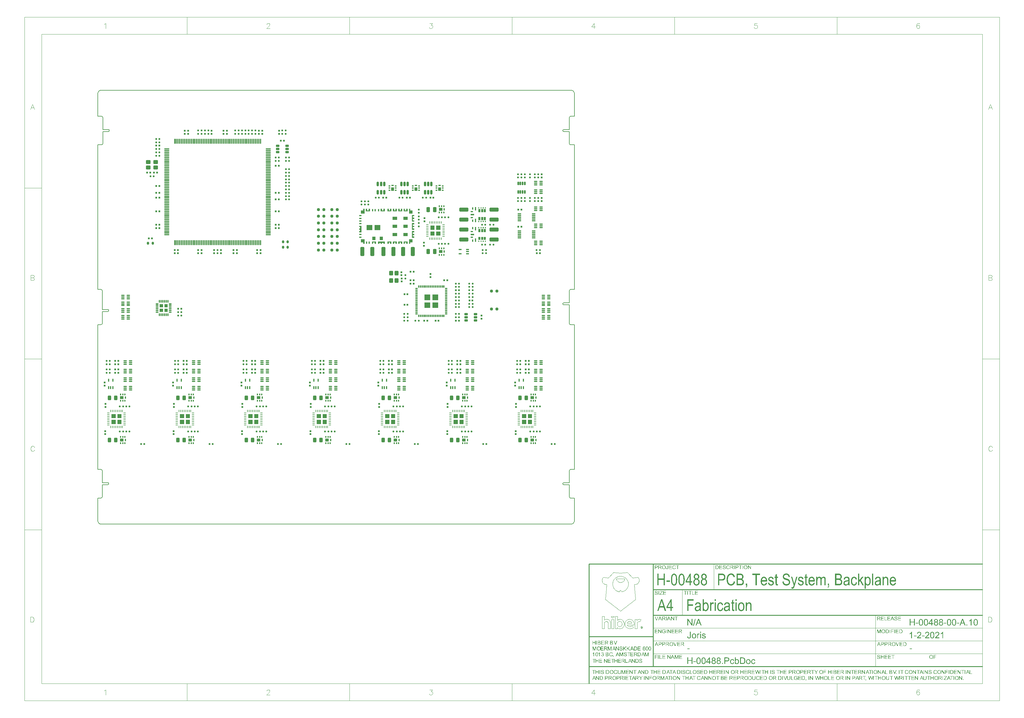
<source format=gtp>
G04*
G04 #@! TF.GenerationSoftware,Altium Limited,Altium Designer,21.0.9 (235)*
G04*
G04 Layer_Color=8421504*
%FSLAX44Y44*%
%MOMM*%
G71*
G04*
G04 #@! TF.SameCoordinates,A4F98B16-F3DB-4773-8883-61DEE8D61BF0*
G04*
G04*
G04 #@! TF.FilePolarity,Positive*
G04*
G01*
G75*
%ADD12C,0.2000*%
%ADD16C,0.2539*%
%ADD17C,0.0423*%
%ADD18C,0.1000*%
%ADD19C,0.0991*%
%ADD20C,0.0127*%
G04:AMPARAMS|DCode=21|XSize=0.59mm|YSize=0.58mm|CornerRadius=0.1508mm|HoleSize=0mm|Usage=FLASHONLY|Rotation=180.000|XOffset=0mm|YOffset=0mm|HoleType=Round|Shape=RoundedRectangle|*
%AMROUNDEDRECTD21*
21,1,0.5900,0.2784,0,0,180.0*
21,1,0.2884,0.5800,0,0,180.0*
1,1,0.3016,-0.1442,0.1392*
1,1,0.3016,0.1442,0.1392*
1,1,0.3016,0.1442,-0.1392*
1,1,0.3016,-0.1442,-0.1392*
%
%ADD21ROUNDEDRECTD21*%
%ADD22R,0.4000X0.7000*%
%ADD23R,0.7000X0.4000*%
G04:AMPARAMS|DCode=24|XSize=1.16mm|YSize=2.72mm|CornerRadius=0.2494mm|HoleSize=0mm|Usage=FLASHONLY|Rotation=180.000|XOffset=0mm|YOffset=0mm|HoleType=Round|Shape=RoundedRectangle|*
%AMROUNDEDRECTD24*
21,1,1.1600,2.2212,0,0,180.0*
21,1,0.6612,2.7200,0,0,180.0*
1,1,0.4988,-0.3306,1.1106*
1,1,0.4988,0.3306,1.1106*
1,1,0.4988,0.3306,-1.1106*
1,1,0.4988,-0.3306,-1.1106*
%
%ADD24ROUNDEDRECTD24*%
G04:AMPARAMS|DCode=25|XSize=0.54mm|YSize=0.58mm|CornerRadius=0.1404mm|HoleSize=0mm|Usage=FLASHONLY|Rotation=0.000|XOffset=0mm|YOffset=0mm|HoleType=Round|Shape=RoundedRectangle|*
%AMROUNDEDRECTD25*
21,1,0.5400,0.2992,0,0,0.0*
21,1,0.2592,0.5800,0,0,0.0*
1,1,0.2808,0.1296,-0.1496*
1,1,0.2808,-0.1296,-0.1496*
1,1,0.2808,-0.1296,0.1496*
1,1,0.2808,0.1296,0.1496*
%
%ADD25ROUNDEDRECTD25*%
G04:AMPARAMS|DCode=26|XSize=0.59mm|YSize=0.58mm|CornerRadius=0.1508mm|HoleSize=0mm|Usage=FLASHONLY|Rotation=270.000|XOffset=0mm|YOffset=0mm|HoleType=Round|Shape=RoundedRectangle|*
%AMROUNDEDRECTD26*
21,1,0.5900,0.2784,0,0,270.0*
21,1,0.2884,0.5800,0,0,270.0*
1,1,0.3016,-0.1392,-0.1442*
1,1,0.3016,-0.1392,0.1442*
1,1,0.3016,0.1392,0.1442*
1,1,0.3016,0.1392,-0.1442*
%
%ADD26ROUNDEDRECTD26*%
G04:AMPARAMS|DCode=27|XSize=1.16mm|YSize=2.72mm|CornerRadius=0.2494mm|HoleSize=0mm|Usage=FLASHONLY|Rotation=90.000|XOffset=0mm|YOffset=0mm|HoleType=Round|Shape=RoundedRectangle|*
%AMROUNDEDRECTD27*
21,1,1.1600,2.2212,0,0,90.0*
21,1,0.6612,2.7200,0,0,90.0*
1,1,0.4988,1.1106,0.3306*
1,1,0.4988,1.1106,-0.3306*
1,1,0.4988,-1.1106,-0.3306*
1,1,0.4988,-1.1106,0.3306*
%
%ADD27ROUNDEDRECTD27*%
G04:AMPARAMS|DCode=28|XSize=0.8mm|YSize=0.8mm|CornerRadius=0.2mm|HoleSize=0mm|Usage=FLASHONLY|Rotation=0.000|XOffset=0mm|YOffset=0mm|HoleType=Round|Shape=RoundedRectangle|*
%AMROUNDEDRECTD28*
21,1,0.8000,0.4000,0,0,0.0*
21,1,0.4000,0.8000,0,0,0.0*
1,1,0.4000,0.2000,-0.2000*
1,1,0.4000,-0.2000,-0.2000*
1,1,0.4000,-0.2000,0.2000*
1,1,0.4000,0.2000,0.2000*
%
%ADD28ROUNDEDRECTD28*%
G04:AMPARAMS|DCode=29|XSize=0.99mm|YSize=0.3mm|CornerRadius=0.0795mm|HoleSize=0mm|Usage=FLASHONLY|Rotation=0.000|XOffset=0mm|YOffset=0mm|HoleType=Round|Shape=RoundedRectangle|*
%AMROUNDEDRECTD29*
21,1,0.9900,0.1410,0,0,0.0*
21,1,0.8310,0.3000,0,0,0.0*
1,1,0.1590,0.4155,-0.0705*
1,1,0.1590,-0.4155,-0.0705*
1,1,0.1590,-0.4155,0.0705*
1,1,0.1590,0.4155,0.0705*
%
%ADD29ROUNDEDRECTD29*%
G04:AMPARAMS|DCode=30|XSize=0.6mm|YSize=0.8mm|CornerRadius=0.15mm|HoleSize=0mm|Usage=FLASHONLY|Rotation=180.000|XOffset=0mm|YOffset=0mm|HoleType=Round|Shape=RoundedRectangle|*
%AMROUNDEDRECTD30*
21,1,0.6000,0.5000,0,0,180.0*
21,1,0.3000,0.8000,0,0,180.0*
1,1,0.3000,-0.1500,0.2500*
1,1,0.3000,0.1500,0.2500*
1,1,0.3000,0.1500,-0.2500*
1,1,0.3000,-0.1500,-0.2500*
%
%ADD30ROUNDEDRECTD30*%
G04:AMPARAMS|DCode=31|XSize=0.35mm|YSize=0.43mm|CornerRadius=0.0438mm|HoleSize=0mm|Usage=FLASHONLY|Rotation=0.000|XOffset=0mm|YOffset=0mm|HoleType=Round|Shape=RoundedRectangle|*
%AMROUNDEDRECTD31*
21,1,0.3500,0.3425,0,0,0.0*
21,1,0.2625,0.4300,0,0,0.0*
1,1,0.0875,0.1313,-0.1713*
1,1,0.0875,-0.1313,-0.1713*
1,1,0.0875,-0.1313,0.1713*
1,1,0.0875,0.1313,0.1713*
%
%ADD31ROUNDEDRECTD31*%
G04:AMPARAMS|DCode=32|XSize=1.058mm|YSize=0.908mm|CornerRadius=0.0415mm|HoleSize=0mm|Usage=FLASHONLY|Rotation=0.000|XOffset=0mm|YOffset=0mm|HoleType=Round|Shape=RoundedRectangle|*
%AMROUNDEDRECTD32*
21,1,1.0580,0.8250,0,0,0.0*
21,1,0.9750,0.9080,0,0,0.0*
1,1,0.0830,0.4875,-0.4125*
1,1,0.0830,-0.4875,-0.4125*
1,1,0.0830,-0.4875,0.4125*
1,1,0.0830,0.4875,0.4125*
%
%ADD32ROUNDEDRECTD32*%
G04:AMPARAMS|DCode=33|XSize=0.35mm|YSize=0.66mm|CornerRadius=0.0438mm|HoleSize=0mm|Usage=FLASHONLY|Rotation=0.000|XOffset=0mm|YOffset=0mm|HoleType=Round|Shape=RoundedRectangle|*
%AMROUNDEDRECTD33*
21,1,0.3500,0.5725,0,0,0.0*
21,1,0.2625,0.6600,0,0,0.0*
1,1,0.0875,0.1313,-0.2862*
1,1,0.0875,-0.1313,-0.2862*
1,1,0.0875,-0.1313,0.2862*
1,1,0.0875,0.1313,0.2862*
%
%ADD33ROUNDEDRECTD33*%
G04:AMPARAMS|DCode=34|XSize=0.35mm|YSize=0.43mm|CornerRadius=0.0438mm|HoleSize=0mm|Usage=FLASHONLY|Rotation=90.000|XOffset=0mm|YOffset=0mm|HoleType=Round|Shape=RoundedRectangle|*
%AMROUNDEDRECTD34*
21,1,0.3500,0.3425,0,0,90.0*
21,1,0.2625,0.4300,0,0,90.0*
1,1,0.0875,0.1713,0.1313*
1,1,0.0875,0.1713,-0.1313*
1,1,0.0875,-0.1713,-0.1313*
1,1,0.0875,-0.1713,0.1313*
%
%ADD34ROUNDEDRECTD34*%
G04:AMPARAMS|DCode=35|XSize=1.058mm|YSize=0.908mm|CornerRadius=0.0415mm|HoleSize=0mm|Usage=FLASHONLY|Rotation=90.000|XOffset=0mm|YOffset=0mm|HoleType=Round|Shape=RoundedRectangle|*
%AMROUNDEDRECTD35*
21,1,1.0580,0.8250,0,0,90.0*
21,1,0.9750,0.9080,0,0,90.0*
1,1,0.0830,0.4125,0.4875*
1,1,0.0830,0.4125,-0.4875*
1,1,0.0830,-0.4125,-0.4875*
1,1,0.0830,-0.4125,0.4875*
%
%ADD35ROUNDEDRECTD35*%
G04:AMPARAMS|DCode=36|XSize=0.35mm|YSize=0.66mm|CornerRadius=0.0438mm|HoleSize=0mm|Usage=FLASHONLY|Rotation=90.000|XOffset=0mm|YOffset=0mm|HoleType=Round|Shape=RoundedRectangle|*
%AMROUNDEDRECTD36*
21,1,0.3500,0.5725,0,0,90.0*
21,1,0.2625,0.6600,0,0,90.0*
1,1,0.0875,0.2862,0.1313*
1,1,0.0875,0.2862,-0.1313*
1,1,0.0875,-0.2862,-0.1313*
1,1,0.0875,-0.2862,0.1313*
%
%ADD36ROUNDEDRECTD36*%
G04:AMPARAMS|DCode=37|XSize=0.54mm|YSize=0.58mm|CornerRadius=0.1404mm|HoleSize=0mm|Usage=FLASHONLY|Rotation=90.000|XOffset=0mm|YOffset=0mm|HoleType=Round|Shape=RoundedRectangle|*
%AMROUNDEDRECTD37*
21,1,0.5400,0.2992,0,0,90.0*
21,1,0.2592,0.5800,0,0,90.0*
1,1,0.2808,0.1496,0.1296*
1,1,0.2808,0.1496,-0.1296*
1,1,0.2808,-0.1496,-0.1296*
1,1,0.2808,-0.1496,0.1296*
%
%ADD37ROUNDEDRECTD37*%
G04:AMPARAMS|DCode=38|XSize=0.99mm|YSize=1.38mm|CornerRadius=0.2525mm|HoleSize=0mm|Usage=FLASHONLY|Rotation=180.000|XOffset=0mm|YOffset=0mm|HoleType=Round|Shape=RoundedRectangle|*
%AMROUNDEDRECTD38*
21,1,0.9900,0.8751,0,0,180.0*
21,1,0.4851,1.3800,0,0,180.0*
1,1,0.5049,-0.2426,0.4376*
1,1,0.5049,0.2426,0.4376*
1,1,0.5049,0.2426,-0.4376*
1,1,0.5049,-0.2426,-0.4376*
%
%ADD38ROUNDEDRECTD38*%
G04:AMPARAMS|DCode=39|XSize=1.09mm|YSize=1.48mm|CornerRadius=0.2507mm|HoleSize=0mm|Usage=FLASHONLY|Rotation=0.000|XOffset=0mm|YOffset=0mm|HoleType=Round|Shape=RoundedRectangle|*
%AMROUNDEDRECTD39*
21,1,1.0900,0.9786,0,0,0.0*
21,1,0.5886,1.4800,0,0,0.0*
1,1,0.5014,0.2943,-0.4893*
1,1,0.5014,-0.2943,-0.4893*
1,1,0.5014,-0.2943,0.4893*
1,1,0.5014,0.2943,0.4893*
%
%ADD39ROUNDEDRECTD39*%
G04:AMPARAMS|DCode=40|XSize=1.54mm|YSize=0.3mm|CornerRadius=0.0795mm|HoleSize=0mm|Usage=FLASHONLY|Rotation=270.000|XOffset=0mm|YOffset=0mm|HoleType=Round|Shape=RoundedRectangle|*
%AMROUNDEDRECTD40*
21,1,1.5400,0.1410,0,0,270.0*
21,1,1.3810,0.3000,0,0,270.0*
1,1,0.1590,-0.0705,-0.6905*
1,1,0.1590,-0.0705,0.6905*
1,1,0.1590,0.0705,0.6905*
1,1,0.1590,0.0705,-0.6905*
%
%ADD40ROUNDEDRECTD40*%
G04:AMPARAMS|DCode=41|XSize=1.54mm|YSize=0.3mm|CornerRadius=0.0795mm|HoleSize=0mm|Usage=FLASHONLY|Rotation=0.000|XOffset=0mm|YOffset=0mm|HoleType=Round|Shape=RoundedRectangle|*
%AMROUNDEDRECTD41*
21,1,1.5400,0.1410,0,0,0.0*
21,1,1.3810,0.3000,0,0,0.0*
1,1,0.1590,0.6905,-0.0705*
1,1,0.1590,-0.6905,-0.0705*
1,1,0.1590,-0.6905,0.0705*
1,1,0.1590,0.6905,0.0705*
%
%ADD41ROUNDEDRECTD41*%
G04:AMPARAMS|DCode=42|XSize=1.1mm|YSize=0.6mm|CornerRadius=0.15mm|HoleSize=0mm|Usage=FLASHONLY|Rotation=0.000|XOffset=0mm|YOffset=0mm|HoleType=Round|Shape=RoundedRectangle|*
%AMROUNDEDRECTD42*
21,1,1.1000,0.3000,0,0,0.0*
21,1,0.8000,0.6000,0,0,0.0*
1,1,0.3000,0.4000,-0.1500*
1,1,0.3000,-0.4000,-0.1500*
1,1,0.3000,-0.4000,0.1500*
1,1,0.3000,0.4000,0.1500*
%
%ADD42ROUNDEDRECTD42*%
G04:AMPARAMS|DCode=43|XSize=0.7mm|YSize=0.25mm|CornerRadius=0.07mm|HoleSize=0mm|Usage=FLASHONLY|Rotation=90.000|XOffset=0mm|YOffset=0mm|HoleType=Round|Shape=RoundedRectangle|*
%AMROUNDEDRECTD43*
21,1,0.7000,0.1100,0,0,90.0*
21,1,0.5600,0.2500,0,0,90.0*
1,1,0.1400,0.0550,0.2800*
1,1,0.1400,0.0550,-0.2800*
1,1,0.1400,-0.0550,-0.2800*
1,1,0.1400,-0.0550,0.2800*
%
%ADD43ROUNDEDRECTD43*%
G04:AMPARAMS|DCode=44|XSize=0.7mm|YSize=0.25mm|CornerRadius=0.07mm|HoleSize=0mm|Usage=FLASHONLY|Rotation=0.000|XOffset=0mm|YOffset=0mm|HoleType=Round|Shape=RoundedRectangle|*
%AMROUNDEDRECTD44*
21,1,0.7000,0.1100,0,0,0.0*
21,1,0.5600,0.2500,0,0,0.0*
1,1,0.1400,0.2800,-0.0550*
1,1,0.1400,-0.2800,-0.0550*
1,1,0.1400,-0.2800,0.0550*
1,1,0.1400,0.2800,0.0550*
%
%ADD44ROUNDEDRECTD44*%
G04:AMPARAMS|DCode=45|XSize=0.9mm|YSize=0.38mm|CornerRadius=0.1007mm|HoleSize=0mm|Usage=FLASHONLY|Rotation=270.000|XOffset=0mm|YOffset=0mm|HoleType=Round|Shape=RoundedRectangle|*
%AMROUNDEDRECTD45*
21,1,0.9000,0.1786,0,0,270.0*
21,1,0.6986,0.3800,0,0,270.0*
1,1,0.2014,-0.0893,-0.3493*
1,1,0.2014,-0.0893,0.3493*
1,1,0.2014,0.0893,0.3493*
1,1,0.2014,0.0893,-0.3493*
%
%ADD45ROUNDEDRECTD45*%
G04:AMPARAMS|DCode=46|XSize=0.76mm|YSize=0.26mm|CornerRadius=0.0702mm|HoleSize=0mm|Usage=FLASHONLY|Rotation=180.000|XOffset=0mm|YOffset=0mm|HoleType=Round|Shape=RoundedRectangle|*
%AMROUNDEDRECTD46*
21,1,0.7600,0.1196,0,0,180.0*
21,1,0.6196,0.2600,0,0,180.0*
1,1,0.1404,-0.3098,0.0598*
1,1,0.1404,0.3098,0.0598*
1,1,0.1404,0.3098,-0.0598*
1,1,0.1404,-0.3098,-0.0598*
%
%ADD46ROUNDEDRECTD46*%
G04:AMPARAMS|DCode=47|XSize=0.76mm|YSize=0.26mm|CornerRadius=0.0702mm|HoleSize=0mm|Usage=FLASHONLY|Rotation=270.000|XOffset=0mm|YOffset=0mm|HoleType=Round|Shape=RoundedRectangle|*
%AMROUNDEDRECTD47*
21,1,0.7600,0.1196,0,0,270.0*
21,1,0.6196,0.2600,0,0,270.0*
1,1,0.1404,-0.0598,-0.3098*
1,1,0.1404,-0.0598,0.3098*
1,1,0.1404,0.0598,0.3098*
1,1,0.1404,0.0598,-0.3098*
%
%ADD47ROUNDEDRECTD47*%
G04:AMPARAMS|DCode=48|XSize=1.04mm|YSize=0.32mm|CornerRadius=0.08mm|HoleSize=0mm|Usage=FLASHONLY|Rotation=180.000|XOffset=0mm|YOffset=0mm|HoleType=Round|Shape=RoundedRectangle|*
%AMROUNDEDRECTD48*
21,1,1.0400,0.1600,0,0,180.0*
21,1,0.8800,0.3200,0,0,180.0*
1,1,0.1600,-0.4400,0.0800*
1,1,0.1600,0.4400,0.0800*
1,1,0.1600,0.4400,-0.0800*
1,1,0.1600,-0.4400,-0.0800*
%
%ADD48ROUNDEDRECTD48*%
G04:AMPARAMS|DCode=49|XSize=0.85mm|YSize=0.28mm|CornerRadius=0.07mm|HoleSize=0mm|Usage=FLASHONLY|Rotation=0.000|XOffset=0mm|YOffset=0mm|HoleType=Round|Shape=RoundedRectangle|*
%AMROUNDEDRECTD49*
21,1,0.8500,0.1400,0,0,0.0*
21,1,0.7100,0.2800,0,0,0.0*
1,1,0.1400,0.3550,-0.0700*
1,1,0.1400,-0.3550,-0.0700*
1,1,0.1400,-0.3550,0.0700*
1,1,0.1400,0.3550,0.0700*
%
%ADD49ROUNDEDRECTD49*%
G04:AMPARAMS|DCode=50|XSize=0.85mm|YSize=0.28mm|CornerRadius=0.07mm|HoleSize=0mm|Usage=FLASHONLY|Rotation=270.000|XOffset=0mm|YOffset=0mm|HoleType=Round|Shape=RoundedRectangle|*
%AMROUNDEDRECTD50*
21,1,0.8500,0.1400,0,0,270.0*
21,1,0.7100,0.2800,0,0,270.0*
1,1,0.1400,-0.0700,-0.3550*
1,1,0.1400,-0.0700,0.3550*
1,1,0.1400,0.0700,0.3550*
1,1,0.1400,0.0700,-0.3550*
%
%ADD50ROUNDEDRECTD50*%
G04:AMPARAMS|DCode=51|XSize=1.3mm|YSize=0.61mm|CornerRadius=0.1495mm|HoleSize=0mm|Usage=FLASHONLY|Rotation=270.000|XOffset=0mm|YOffset=0mm|HoleType=Round|Shape=RoundedRectangle|*
%AMROUNDEDRECTD51*
21,1,1.3000,0.3111,0,0,270.0*
21,1,1.0011,0.6100,0,0,270.0*
1,1,0.2989,-0.1556,-0.5006*
1,1,0.2989,-0.1556,0.5006*
1,1,0.2989,0.1556,0.5006*
1,1,0.2989,0.1556,-0.5006*
%
%ADD51ROUNDEDRECTD51*%
G04:AMPARAMS|DCode=52|XSize=0.7mm|YSize=0.3mm|CornerRadius=0mm|HoleSize=0mm|Usage=FLASHONLY|Rotation=270.000|XOffset=0mm|YOffset=0mm|HoleType=Round|Shape=RoundedRectangle|*
%AMROUNDEDRECTD52*
21,1,0.7000,0.3000,0,0,270.0*
21,1,0.7000,0.3000,0,0,270.0*
1,1,0.0000,-0.1500,-0.3500*
1,1,0.0000,-0.1500,0.3500*
1,1,0.0000,0.1500,0.3500*
1,1,0.0000,0.1500,-0.3500*
%
%ADD52ROUNDEDRECTD52*%
G04:AMPARAMS|DCode=53|XSize=1mm|YSize=0.4mm|CornerRadius=0mm|HoleSize=0mm|Usage=FLASHONLY|Rotation=270.000|XOffset=0mm|YOffset=0mm|HoleType=Round|Shape=RoundedRectangle|*
%AMROUNDEDRECTD53*
21,1,1.0000,0.4000,0,0,270.0*
21,1,1.0000,0.4000,0,0,270.0*
1,1,0.0000,-0.2000,-0.5000*
1,1,0.0000,-0.2000,0.5000*
1,1,0.0000,0.2000,0.5000*
1,1,0.0000,0.2000,-0.5000*
%
%ADD53ROUNDEDRECTD53*%
G04:AMPARAMS|DCode=54|XSize=0.7mm|YSize=0.3mm|CornerRadius=0mm|HoleSize=0mm|Usage=FLASHONLY|Rotation=180.000|XOffset=0mm|YOffset=0mm|HoleType=Round|Shape=RoundedRectangle|*
%AMROUNDEDRECTD54*
21,1,0.7000,0.3000,0,0,180.0*
21,1,0.7000,0.3000,0,0,180.0*
1,1,0.0000,-0.3500,0.1500*
1,1,0.0000,0.3500,0.1500*
1,1,0.0000,0.3500,-0.1500*
1,1,0.0000,-0.3500,-0.1500*
%
%ADD54ROUNDEDRECTD54*%
G04:AMPARAMS|DCode=55|XSize=0.9mm|YSize=0.38mm|CornerRadius=0.1007mm|HoleSize=0mm|Usage=FLASHONLY|Rotation=0.000|XOffset=0mm|YOffset=0mm|HoleType=Round|Shape=RoundedRectangle|*
%AMROUNDEDRECTD55*
21,1,0.9000,0.1786,0,0,0.0*
21,1,0.6986,0.3800,0,0,0.0*
1,1,0.2014,0.3493,-0.0893*
1,1,0.2014,-0.3493,-0.0893*
1,1,0.2014,-0.3493,0.0893*
1,1,0.2014,0.3493,0.0893*
%
%ADD55ROUNDEDRECTD55*%
G04:AMPARAMS|DCode=56|XSize=1.05mm|YSize=0.45mm|CornerRadius=0.1103mm|HoleSize=0mm|Usage=FLASHONLY|Rotation=270.000|XOffset=0mm|YOffset=0mm|HoleType=Round|Shape=RoundedRectangle|*
%AMROUNDEDRECTD56*
21,1,1.0500,0.2295,0,0,270.0*
21,1,0.8295,0.4500,0,0,270.0*
1,1,0.2205,-0.1148,-0.4148*
1,1,0.2205,-0.1148,0.4148*
1,1,0.2205,0.1148,0.4148*
1,1,0.2205,0.1148,-0.4148*
%
%ADD56ROUNDEDRECTD56*%
G04:AMPARAMS|DCode=57|XSize=1.15mm|YSize=1.4mm|CornerRadius=0.2473mm|HoleSize=0mm|Usage=FLASHONLY|Rotation=270.000|XOffset=0mm|YOffset=0mm|HoleType=Round|Shape=RoundedRectangle|*
%AMROUNDEDRECTD57*
21,1,1.1500,0.9055,0,0,270.0*
21,1,0.6555,1.4000,0,0,270.0*
1,1,0.4945,-0.4528,-0.3278*
1,1,0.4945,-0.4528,0.3278*
1,1,0.4945,0.4528,0.3278*
1,1,0.4945,0.4528,-0.3278*
%
%ADD57ROUNDEDRECTD57*%
G04:AMPARAMS|DCode=58|XSize=1.15mm|YSize=1.4mm|CornerRadius=0.2473mm|HoleSize=0mm|Usage=FLASHONLY|Rotation=0.000|XOffset=0mm|YOffset=0mm|HoleType=Round|Shape=RoundedRectangle|*
%AMROUNDEDRECTD58*
21,1,1.1500,0.9055,0,0,0.0*
21,1,0.6555,1.4000,0,0,0.0*
1,1,0.4945,0.3278,-0.4528*
1,1,0.4945,-0.3278,-0.4528*
1,1,0.4945,-0.3278,0.4528*
1,1,0.4945,0.3278,0.4528*
%
%ADD58ROUNDEDRECTD58*%
G36*
X-190961Y296998D02*
X-190922Y296994D01*
X-190883Y296986D01*
X-190845Y296976D01*
X-190809Y296962D01*
X-190773Y296946D01*
X-190739Y296926D01*
X-190706Y296905D01*
X-190675Y296880D01*
X-190646Y296854D01*
X-190620Y296825D01*
X-190595Y296794D01*
X-190574Y296761D01*
X-190554Y296727D01*
X-190538Y296691D01*
X-190524Y296655D01*
X-190514Y296617D01*
X-190506Y296578D01*
X-190502Y296539D01*
X-190500Y296500D01*
Y293750D01*
X-190502Y293711D01*
X-190506Y293672D01*
X-190514Y293633D01*
X-190524Y293595D01*
X-190538Y293559D01*
X-190554Y293523D01*
X-190574Y293489D01*
X-190595Y293456D01*
X-190620Y293425D01*
X-190646Y293396D01*
X-190675Y293370D01*
X-190706Y293345D01*
X-190739Y293324D01*
X-190773Y293304D01*
X-190809Y293288D01*
X-190845Y293274D01*
X-190883Y293264D01*
X-190922Y293256D01*
X-190961Y293252D01*
X-191000Y293250D01*
X-193000D01*
X-193039Y293252D01*
X-193078Y293256D01*
X-193117Y293264D01*
X-193155Y293274D01*
X-193191Y293288D01*
X-193227Y293304D01*
X-193261Y293324D01*
X-193294Y293345D01*
X-193325Y293370D01*
X-193354Y293396D01*
X-193380Y293425D01*
X-193405Y293456D01*
X-193426Y293489D01*
X-193446Y293523D01*
X-193462Y293559D01*
X-193476Y293595D01*
X-193486Y293633D01*
X-193494Y293672D01*
X-193498Y293711D01*
X-193500Y293750D01*
Y296500D01*
X-193498Y296539D01*
X-193494Y296578D01*
X-193486Y296617D01*
X-193476Y296655D01*
X-193462Y296691D01*
X-193446Y296727D01*
X-193426Y296761D01*
X-193405Y296794D01*
X-193380Y296825D01*
X-193354Y296854D01*
X-193325Y296880D01*
X-193294Y296905D01*
X-193261Y296926D01*
X-193227Y296946D01*
X-193191Y296962D01*
X-193155Y296976D01*
X-193117Y296986D01*
X-193078Y296994D01*
X-193039Y296998D01*
X-193000Y297000D01*
X-191000D01*
X-190961Y296998D01*
D02*
G37*
G36*
X-197461D02*
X-197422Y296994D01*
X-197383Y296986D01*
X-197345Y296976D01*
X-197309Y296962D01*
X-197273Y296946D01*
X-197239Y296926D01*
X-197206Y296905D01*
X-197175Y296880D01*
X-197146Y296854D01*
X-197120Y296825D01*
X-197095Y296794D01*
X-197074Y296761D01*
X-197054Y296727D01*
X-197038Y296691D01*
X-197024Y296655D01*
X-197014Y296617D01*
X-197006Y296578D01*
X-197002Y296539D01*
X-197000Y296500D01*
Y293750D01*
X-197002Y293711D01*
X-197006Y293672D01*
X-197014Y293633D01*
X-197024Y293595D01*
X-197038Y293559D01*
X-197054Y293523D01*
X-197074Y293489D01*
X-197095Y293456D01*
X-197120Y293425D01*
X-197146Y293396D01*
X-197175Y293370D01*
X-197206Y293345D01*
X-197239Y293324D01*
X-197273Y293304D01*
X-197309Y293288D01*
X-197345Y293274D01*
X-197383Y293264D01*
X-197422Y293256D01*
X-197461Y293252D01*
X-197500Y293250D01*
X-199500D01*
X-199539Y293252D01*
X-199578Y293256D01*
X-199617Y293264D01*
X-199655Y293274D01*
X-199691Y293288D01*
X-199727Y293304D01*
X-199761Y293324D01*
X-199794Y293345D01*
X-199825Y293370D01*
X-199854Y293396D01*
X-199880Y293425D01*
X-199905Y293456D01*
X-199926Y293489D01*
X-199946Y293523D01*
X-199962Y293559D01*
X-199976Y293595D01*
X-199986Y293633D01*
X-199994Y293672D01*
X-199998Y293711D01*
X-200000Y293750D01*
Y296500D01*
X-199998Y296539D01*
X-199994Y296578D01*
X-199986Y296617D01*
X-199976Y296655D01*
X-199962Y296691D01*
X-199946Y296727D01*
X-199926Y296761D01*
X-199905Y296794D01*
X-199880Y296825D01*
X-199854Y296854D01*
X-199825Y296880D01*
X-199794Y296905D01*
X-199761Y296926D01*
X-199727Y296946D01*
X-199691Y296962D01*
X-199655Y296976D01*
X-199617Y296986D01*
X-199578Y296994D01*
X-199539Y296998D01*
X-199500Y297000D01*
X-197500D01*
X-197461Y296998D01*
D02*
G37*
G36*
X-203961D02*
X-203922Y296994D01*
X-203883Y296986D01*
X-203845Y296976D01*
X-203809Y296962D01*
X-203773Y296946D01*
X-203739Y296926D01*
X-203706Y296905D01*
X-203675Y296880D01*
X-203646Y296854D01*
X-203620Y296825D01*
X-203595Y296794D01*
X-203574Y296761D01*
X-203554Y296727D01*
X-203538Y296691D01*
X-203524Y296655D01*
X-203514Y296617D01*
X-203506Y296578D01*
X-203502Y296539D01*
X-203500Y296500D01*
Y293750D01*
X-203502Y293711D01*
X-203506Y293672D01*
X-203514Y293633D01*
X-203524Y293595D01*
X-203538Y293559D01*
X-203554Y293523D01*
X-203574Y293489D01*
X-203595Y293456D01*
X-203620Y293425D01*
X-203646Y293396D01*
X-203675Y293370D01*
X-203706Y293345D01*
X-203739Y293324D01*
X-203773Y293304D01*
X-203809Y293288D01*
X-203845Y293274D01*
X-203883Y293264D01*
X-203922Y293256D01*
X-203961Y293252D01*
X-204000Y293250D01*
X-206000D01*
X-206039Y293252D01*
X-206078Y293256D01*
X-206117Y293264D01*
X-206155Y293274D01*
X-206191Y293288D01*
X-206227Y293304D01*
X-206261Y293324D01*
X-206294Y293345D01*
X-206325Y293370D01*
X-206354Y293396D01*
X-206380Y293425D01*
X-206405Y293456D01*
X-206426Y293489D01*
X-206446Y293523D01*
X-206462Y293559D01*
X-206476Y293595D01*
X-206486Y293633D01*
X-206494Y293672D01*
X-206498Y293711D01*
X-206500Y293750D01*
Y296500D01*
X-206498Y296539D01*
X-206494Y296578D01*
X-206486Y296617D01*
X-206476Y296655D01*
X-206462Y296691D01*
X-206446Y296727D01*
X-206426Y296761D01*
X-206405Y296794D01*
X-206380Y296825D01*
X-206354Y296854D01*
X-206325Y296880D01*
X-206294Y296905D01*
X-206261Y296926D01*
X-206227Y296946D01*
X-206191Y296962D01*
X-206155Y296976D01*
X-206117Y296986D01*
X-206078Y296994D01*
X-206039Y296998D01*
X-206000Y297000D01*
X-204000D01*
X-203961Y296998D01*
D02*
G37*
G36*
X-210461D02*
X-210422Y296994D01*
X-210383Y296986D01*
X-210345Y296976D01*
X-210309Y296962D01*
X-210273Y296946D01*
X-210239Y296926D01*
X-210206Y296905D01*
X-210175Y296880D01*
X-210146Y296854D01*
X-210120Y296825D01*
X-210095Y296794D01*
X-210074Y296761D01*
X-210054Y296727D01*
X-210038Y296691D01*
X-210024Y296655D01*
X-210014Y296617D01*
X-210006Y296578D01*
X-210002Y296539D01*
X-210000Y296500D01*
Y293750D01*
X-210002Y293711D01*
X-210006Y293672D01*
X-210014Y293633D01*
X-210024Y293595D01*
X-210038Y293559D01*
X-210054Y293523D01*
X-210074Y293489D01*
X-210095Y293456D01*
X-210120Y293425D01*
X-210146Y293396D01*
X-210175Y293370D01*
X-210206Y293345D01*
X-210239Y293324D01*
X-210273Y293304D01*
X-210309Y293288D01*
X-210345Y293274D01*
X-210383Y293264D01*
X-210422Y293256D01*
X-210461Y293252D01*
X-210500Y293250D01*
X-212500D01*
X-212539Y293252D01*
X-212578Y293256D01*
X-212617Y293264D01*
X-212655Y293274D01*
X-212691Y293288D01*
X-212727Y293304D01*
X-212761Y293324D01*
X-212794Y293345D01*
X-212825Y293370D01*
X-212854Y293396D01*
X-212880Y293425D01*
X-212905Y293456D01*
X-212926Y293489D01*
X-212946Y293523D01*
X-212962Y293559D01*
X-212976Y293595D01*
X-212986Y293633D01*
X-212994Y293672D01*
X-212998Y293711D01*
X-213000Y293750D01*
Y296500D01*
X-212998Y296539D01*
X-212994Y296578D01*
X-212986Y296617D01*
X-212976Y296655D01*
X-212962Y296691D01*
X-212946Y296727D01*
X-212926Y296761D01*
X-212905Y296794D01*
X-212880Y296825D01*
X-212854Y296854D01*
X-212825Y296880D01*
X-212794Y296905D01*
X-212761Y296926D01*
X-212727Y296946D01*
X-212691Y296962D01*
X-212655Y296976D01*
X-212617Y296986D01*
X-212578Y296994D01*
X-212539Y296998D01*
X-212500Y297000D01*
X-210500D01*
X-210461Y296998D01*
D02*
G37*
G36*
X-190999Y291256D02*
X-190965Y291252D01*
X-190932Y291246D01*
X-190899Y291238D01*
X-190867Y291227D01*
X-190836Y291213D01*
X-190806Y291197D01*
X-190777Y291179D01*
X-190750Y291158D01*
X-190725Y291135D01*
X-190702Y291111D01*
X-190680Y291085D01*
X-190661Y291057D01*
X-190644Y291028D01*
X-190629Y290997D01*
X-190617Y290966D01*
X-190607Y290933D01*
X-190600Y290900D01*
Y282700D01*
X-190596Y282654D01*
X-190595Y282609D01*
X-190598Y282563D01*
X-190605Y282518D01*
X-190615Y282474D01*
X-190629Y282430D01*
X-190646Y282388D01*
X-190666Y282347D01*
X-190689Y282308D01*
X-190716Y282271D01*
X-190745Y282236D01*
X-190777Y282204D01*
X-190811Y282174D01*
X-190847Y282147D01*
X-190886Y282122D01*
X-190926Y282101D01*
X-190968Y282083D01*
X-191011Y282069D01*
X-191055Y282058D01*
X-191100Y282050D01*
X-196200D01*
X-196245Y282058D01*
X-196289Y282069D01*
X-196332Y282083D01*
X-196374Y282101D01*
X-196414Y282122D01*
X-196453Y282147D01*
X-196489Y282174D01*
X-196523Y282204D01*
X-196555Y282236D01*
X-196584Y282271D01*
X-196611Y282308D01*
X-196634Y282347D01*
X-196654Y282388D01*
X-196671Y282430D01*
X-196685Y282474D01*
X-196695Y282518D01*
X-196702Y282563D01*
X-196705Y282609D01*
X-196704Y282654D01*
X-196700Y282700D01*
Y290900D01*
X-196693Y290933D01*
X-196683Y290966D01*
X-196671Y290997D01*
X-196656Y291028D01*
X-196639Y291057D01*
X-196620Y291085D01*
X-196598Y291111D01*
X-196575Y291135D01*
X-196550Y291158D01*
X-196523Y291179D01*
X-196494Y291197D01*
X-196464Y291213D01*
X-196433Y291227D01*
X-196401Y291238D01*
X-196368Y291246D01*
X-196335Y291252D01*
X-196301Y291256D01*
X-196267Y291257D01*
X-196234Y291255D01*
X-196200Y291250D01*
X-191100D01*
X-191066Y291255D01*
X-191033Y291257D01*
X-190999Y291256D01*
D02*
G37*
G36*
X-199099D02*
X-199065Y291252D01*
X-199032Y291246D01*
X-198999Y291238D01*
X-198967Y291227D01*
X-198936Y291213D01*
X-198906Y291197D01*
X-198877Y291179D01*
X-198850Y291158D01*
X-198825Y291135D01*
X-198802Y291111D01*
X-198780Y291085D01*
X-198761Y291057D01*
X-198744Y291028D01*
X-198729Y290997D01*
X-198717Y290966D01*
X-198707Y290933D01*
X-198700Y290900D01*
Y282700D01*
X-198696Y282654D01*
X-198695Y282609D01*
X-198698Y282563D01*
X-198705Y282518D01*
X-198715Y282474D01*
X-198729Y282430D01*
X-198746Y282388D01*
X-198766Y282347D01*
X-198789Y282308D01*
X-198816Y282271D01*
X-198845Y282236D01*
X-198877Y282204D01*
X-198911Y282174D01*
X-198947Y282147D01*
X-198986Y282122D01*
X-199026Y282101D01*
X-199068Y282083D01*
X-199111Y282069D01*
X-199155Y282058D01*
X-199200Y282050D01*
X-204300D01*
X-204345Y282058D01*
X-204389Y282069D01*
X-204432Y282083D01*
X-204474Y282101D01*
X-204514Y282122D01*
X-204553Y282147D01*
X-204589Y282174D01*
X-204623Y282204D01*
X-204655Y282236D01*
X-204684Y282271D01*
X-204711Y282308D01*
X-204734Y282347D01*
X-204754Y282388D01*
X-204771Y282430D01*
X-204785Y282474D01*
X-204795Y282518D01*
X-204802Y282563D01*
X-204805Y282609D01*
X-204804Y282654D01*
X-204800Y282700D01*
Y290900D01*
X-204793Y290933D01*
X-204783Y290966D01*
X-204771Y290997D01*
X-204756Y291028D01*
X-204739Y291057D01*
X-204720Y291085D01*
X-204698Y291111D01*
X-204675Y291135D01*
X-204650Y291158D01*
X-204623Y291179D01*
X-204594Y291197D01*
X-204564Y291213D01*
X-204533Y291227D01*
X-204501Y291238D01*
X-204468Y291246D01*
X-204435Y291252D01*
X-204401Y291256D01*
X-204367Y291257D01*
X-204334Y291255D01*
X-204300Y291250D01*
X-199200D01*
X-199166Y291255D01*
X-199133Y291257D01*
X-199099Y291256D01*
D02*
G37*
G36*
X-207199D02*
X-207165Y291252D01*
X-207132Y291246D01*
X-207099Y291238D01*
X-207067Y291227D01*
X-207036Y291213D01*
X-207006Y291197D01*
X-206977Y291179D01*
X-206950Y291158D01*
X-206925Y291135D01*
X-206902Y291111D01*
X-206880Y291085D01*
X-206861Y291057D01*
X-206844Y291028D01*
X-206829Y290997D01*
X-206817Y290966D01*
X-206807Y290933D01*
X-206800Y290900D01*
Y282700D01*
X-206796Y282654D01*
X-206795Y282609D01*
X-206798Y282563D01*
X-206805Y282518D01*
X-206815Y282474D01*
X-206829Y282430D01*
X-206846Y282388D01*
X-206866Y282347D01*
X-206889Y282308D01*
X-206916Y282271D01*
X-206945Y282236D01*
X-206977Y282204D01*
X-207011Y282174D01*
X-207047Y282147D01*
X-207086Y282122D01*
X-207126Y282101D01*
X-207168Y282083D01*
X-207211Y282069D01*
X-207255Y282058D01*
X-207300Y282050D01*
X-212400D01*
X-212445Y282058D01*
X-212489Y282069D01*
X-212532Y282083D01*
X-212574Y282101D01*
X-212614Y282122D01*
X-212653Y282147D01*
X-212689Y282174D01*
X-212723Y282204D01*
X-212755Y282236D01*
X-212784Y282271D01*
X-212811Y282308D01*
X-212834Y282347D01*
X-212854Y282388D01*
X-212871Y282430D01*
X-212885Y282474D01*
X-212895Y282518D01*
X-212902Y282563D01*
X-212905Y282609D01*
X-212904Y282654D01*
X-212900Y282700D01*
Y290900D01*
X-212893Y290933D01*
X-212883Y290966D01*
X-212871Y290997D01*
X-212856Y291028D01*
X-212839Y291057D01*
X-212820Y291085D01*
X-212798Y291111D01*
X-212775Y291135D01*
X-212750Y291158D01*
X-212723Y291179D01*
X-212694Y291197D01*
X-212664Y291213D01*
X-212633Y291227D01*
X-212601Y291238D01*
X-212568Y291246D01*
X-212535Y291252D01*
X-212501Y291256D01*
X-212467Y291257D01*
X-212434Y291255D01*
X-212400Y291250D01*
X-207300D01*
X-207266Y291255D01*
X-207233Y291257D01*
X-207199Y291256D01*
D02*
G37*
G36*
X-423000Y285000D02*
X-435000D01*
Y292000D01*
X-431000D01*
Y287700D01*
X-427000D01*
Y292000D01*
X-423000D01*
Y285000D01*
D02*
G37*
G36*
X-439000D02*
X-451000D01*
Y292000D01*
X-447000D01*
Y287700D01*
X-443000D01*
Y292000D01*
X-439000D01*
Y285000D01*
D02*
G37*
G36*
X-455000D02*
X-467000D01*
Y292000D01*
X-463000D01*
Y287700D01*
X-459000D01*
Y292000D01*
X-455000D01*
Y285000D01*
D02*
G37*
G36*
X-471000D02*
X-483000D01*
Y292000D01*
X-479000D01*
Y287700D01*
X-475000D01*
Y292000D01*
X-471000D01*
Y285000D01*
D02*
G37*
G36*
X-491000D02*
X-503000D01*
Y292000D01*
X-499000D01*
Y287700D01*
X-495000D01*
Y292000D01*
X-491000D01*
Y285000D01*
D02*
G37*
G36*
X-535000D02*
X-547000D01*
Y292000D01*
X-543000D01*
Y287700D01*
X-539000D01*
Y292000D01*
X-535000D01*
Y285000D01*
D02*
G37*
G36*
X-415000Y287700D02*
X-408400D01*
Y278000D01*
X-419000D01*
Y292000D01*
X-415000D01*
Y287700D01*
D02*
G37*
G36*
X-551000Y278000D02*
X-561600D01*
Y287700D01*
X-555000D01*
Y292000D01*
X-551000D01*
Y278000D01*
D02*
G37*
G36*
X-225961Y276998D02*
X-225922Y276994D01*
X-225883Y276986D01*
X-225845Y276976D01*
X-225809Y276962D01*
X-225773Y276946D01*
X-225739Y276926D01*
X-225706Y276905D01*
X-225675Y276880D01*
X-225646Y276854D01*
X-225620Y276825D01*
X-225595Y276794D01*
X-225574Y276761D01*
X-225554Y276727D01*
X-225538Y276691D01*
X-225524Y276655D01*
X-225514Y276617D01*
X-225506Y276578D01*
X-225502Y276539D01*
X-225500Y276500D01*
Y273500D01*
X-225502Y273461D01*
X-225506Y273422D01*
X-225514Y273383D01*
X-225524Y273345D01*
X-225538Y273309D01*
X-225554Y273273D01*
X-225574Y273239D01*
X-225595Y273206D01*
X-225620Y273175D01*
X-225646Y273146D01*
X-225675Y273120D01*
X-225706Y273095D01*
X-225739Y273074D01*
X-225773Y273054D01*
X-225809Y273038D01*
X-225845Y273024D01*
X-225883Y273014D01*
X-225922Y273006D01*
X-225961Y273002D01*
X-226000Y273000D01*
X-235000D01*
X-235039Y273002D01*
X-235078Y273006D01*
X-235117Y273014D01*
X-235155Y273024D01*
X-235191Y273038D01*
X-235227Y273054D01*
X-235261Y273074D01*
X-235294Y273095D01*
X-235325Y273120D01*
X-235354Y273146D01*
X-235380Y273175D01*
X-235405Y273206D01*
X-235426Y273239D01*
X-235446Y273273D01*
X-235462Y273309D01*
X-235476Y273345D01*
X-235486Y273383D01*
X-235494Y273422D01*
X-235498Y273461D01*
X-235500Y273500D01*
Y276500D01*
X-235498Y276539D01*
X-235494Y276578D01*
X-235486Y276617D01*
X-235476Y276655D01*
X-235462Y276691D01*
X-235446Y276727D01*
X-235426Y276761D01*
X-235405Y276794D01*
X-235380Y276825D01*
X-235354Y276854D01*
X-235325Y276880D01*
X-235294Y276905D01*
X-235261Y276926D01*
X-235227Y276946D01*
X-235191Y276962D01*
X-235155Y276976D01*
X-235117Y276986D01*
X-235078Y276994D01*
X-235039Y276998D01*
X-235000Y277000D01*
X-226000D01*
X-225961Y276998D01*
D02*
G37*
G36*
X-190999Y267956D02*
X-190965Y267952D01*
X-190932Y267946D01*
X-190899Y267938D01*
X-190867Y267927D01*
X-190836Y267913D01*
X-190806Y267897D01*
X-190777Y267879D01*
X-190750Y267858D01*
X-190725Y267835D01*
X-190702Y267811D01*
X-190680Y267785D01*
X-190661Y267757D01*
X-190644Y267728D01*
X-190629Y267697D01*
X-190617Y267666D01*
X-190607Y267633D01*
X-190600Y267600D01*
Y259400D01*
X-190596Y259354D01*
X-190595Y259309D01*
X-190598Y259263D01*
X-190605Y259218D01*
X-190615Y259174D01*
X-190629Y259130D01*
X-190646Y259088D01*
X-190666Y259047D01*
X-190689Y259008D01*
X-190716Y258971D01*
X-190745Y258936D01*
X-190777Y258904D01*
X-190811Y258874D01*
X-190847Y258847D01*
X-190886Y258822D01*
X-190926Y258801D01*
X-190968Y258783D01*
X-191011Y258769D01*
X-191055Y258758D01*
X-191100Y258750D01*
X-196200D01*
X-196245Y258758D01*
X-196289Y258769D01*
X-196332Y258783D01*
X-196374Y258801D01*
X-196414Y258822D01*
X-196453Y258847D01*
X-196489Y258874D01*
X-196523Y258904D01*
X-196555Y258936D01*
X-196584Y258971D01*
X-196611Y259008D01*
X-196634Y259047D01*
X-196654Y259088D01*
X-196671Y259130D01*
X-196685Y259174D01*
X-196695Y259218D01*
X-196702Y259263D01*
X-196705Y259309D01*
X-196704Y259354D01*
X-196700Y259400D01*
Y267600D01*
X-196693Y267633D01*
X-196683Y267666D01*
X-196671Y267697D01*
X-196656Y267728D01*
X-196639Y267757D01*
X-196620Y267785D01*
X-196598Y267811D01*
X-196575Y267835D01*
X-196550Y267858D01*
X-196523Y267879D01*
X-196494Y267897D01*
X-196464Y267913D01*
X-196433Y267927D01*
X-196401Y267938D01*
X-196368Y267946D01*
X-196335Y267952D01*
X-196301Y267956D01*
X-196267Y267957D01*
X-196234Y267955D01*
X-196200Y267950D01*
X-191100D01*
X-191066Y267955D01*
X-191033Y267957D01*
X-190999Y267956D01*
D02*
G37*
G36*
X-199099D02*
X-199065Y267952D01*
X-199032Y267946D01*
X-198999Y267938D01*
X-198967Y267927D01*
X-198936Y267913D01*
X-198906Y267897D01*
X-198877Y267879D01*
X-198850Y267858D01*
X-198825Y267835D01*
X-198802Y267811D01*
X-198780Y267785D01*
X-198761Y267757D01*
X-198744Y267728D01*
X-198729Y267697D01*
X-198717Y267666D01*
X-198707Y267633D01*
X-198700Y267600D01*
Y259400D01*
X-198696Y259354D01*
X-198695Y259309D01*
X-198698Y259263D01*
X-198705Y259218D01*
X-198715Y259174D01*
X-198729Y259130D01*
X-198746Y259088D01*
X-198766Y259047D01*
X-198789Y259008D01*
X-198816Y258971D01*
X-198845Y258936D01*
X-198877Y258904D01*
X-198911Y258874D01*
X-198947Y258847D01*
X-198986Y258822D01*
X-199026Y258801D01*
X-199068Y258783D01*
X-199111Y258769D01*
X-199155Y258758D01*
X-199200Y258750D01*
X-204300D01*
X-204345Y258758D01*
X-204389Y258769D01*
X-204432Y258783D01*
X-204474Y258801D01*
X-204514Y258822D01*
X-204553Y258847D01*
X-204589Y258874D01*
X-204623Y258904D01*
X-204655Y258936D01*
X-204684Y258971D01*
X-204711Y259008D01*
X-204734Y259047D01*
X-204754Y259088D01*
X-204771Y259130D01*
X-204785Y259174D01*
X-204795Y259218D01*
X-204802Y259263D01*
X-204805Y259309D01*
X-204804Y259354D01*
X-204800Y259400D01*
Y267600D01*
X-204793Y267633D01*
X-204783Y267666D01*
X-204771Y267697D01*
X-204756Y267728D01*
X-204739Y267757D01*
X-204720Y267785D01*
X-204698Y267811D01*
X-204675Y267835D01*
X-204650Y267858D01*
X-204623Y267879D01*
X-204594Y267897D01*
X-204564Y267913D01*
X-204533Y267927D01*
X-204501Y267938D01*
X-204468Y267946D01*
X-204435Y267952D01*
X-204401Y267956D01*
X-204367Y267957D01*
X-204334Y267955D01*
X-204300Y267950D01*
X-199200D01*
X-199166Y267955D01*
X-199133Y267957D01*
X-199099Y267956D01*
D02*
G37*
G36*
X-207199D02*
X-207165Y267952D01*
X-207132Y267946D01*
X-207099Y267938D01*
X-207067Y267927D01*
X-207036Y267913D01*
X-207006Y267897D01*
X-206977Y267879D01*
X-206950Y267858D01*
X-206925Y267835D01*
X-206902Y267811D01*
X-206880Y267785D01*
X-206861Y267757D01*
X-206844Y267728D01*
X-206829Y267697D01*
X-206817Y267666D01*
X-206807Y267633D01*
X-206800Y267600D01*
Y259400D01*
X-206796Y259354D01*
X-206795Y259309D01*
X-206798Y259263D01*
X-206805Y259218D01*
X-206815Y259174D01*
X-206829Y259130D01*
X-206846Y259088D01*
X-206866Y259047D01*
X-206889Y259008D01*
X-206916Y258971D01*
X-206945Y258936D01*
X-206977Y258904D01*
X-207011Y258874D01*
X-207047Y258847D01*
X-207086Y258822D01*
X-207126Y258801D01*
X-207168Y258783D01*
X-207211Y258769D01*
X-207255Y258758D01*
X-207300Y258750D01*
X-212400D01*
X-212445Y258758D01*
X-212489Y258769D01*
X-212532Y258783D01*
X-212574Y258801D01*
X-212614Y258822D01*
X-212653Y258847D01*
X-212689Y258874D01*
X-212723Y258904D01*
X-212755Y258936D01*
X-212784Y258971D01*
X-212811Y259008D01*
X-212834Y259047D01*
X-212854Y259088D01*
X-212871Y259130D01*
X-212885Y259174D01*
X-212895Y259218D01*
X-212902Y259263D01*
X-212905Y259309D01*
X-212904Y259354D01*
X-212900Y259400D01*
Y267600D01*
X-212893Y267633D01*
X-212883Y267666D01*
X-212871Y267697D01*
X-212856Y267728D01*
X-212839Y267757D01*
X-212820Y267785D01*
X-212798Y267811D01*
X-212775Y267835D01*
X-212750Y267858D01*
X-212723Y267879D01*
X-212694Y267897D01*
X-212664Y267913D01*
X-212633Y267927D01*
X-212601Y267938D01*
X-212568Y267946D01*
X-212535Y267952D01*
X-212501Y267956D01*
X-212467Y267957D01*
X-212434Y267955D01*
X-212400Y267950D01*
X-207300D01*
X-207266Y267955D01*
X-207233Y267957D01*
X-207199Y267956D01*
D02*
G37*
G36*
X-422500Y259250D02*
X-435500D01*
Y268750D01*
X-422500D01*
Y259250D01*
D02*
G37*
G36*
X-454500D02*
X-467500D01*
Y268750D01*
X-454500D01*
Y259250D01*
D02*
G37*
G36*
X-403000Y270000D02*
X-407300D01*
Y266000D01*
X-403000D01*
Y262000D01*
X-407300D01*
Y258000D01*
X-403000D01*
Y254000D01*
X-410000D01*
Y274000D01*
X-403000D01*
Y270000D01*
D02*
G37*
G36*
X-190961Y256748D02*
X-190922Y256744D01*
X-190883Y256736D01*
X-190845Y256726D01*
X-190809Y256712D01*
X-190773Y256696D01*
X-190739Y256676D01*
X-190706Y256655D01*
X-190675Y256630D01*
X-190646Y256604D01*
X-190620Y256575D01*
X-190595Y256544D01*
X-190574Y256511D01*
X-190554Y256477D01*
X-190538Y256441D01*
X-190524Y256405D01*
X-190514Y256367D01*
X-190506Y256328D01*
X-190502Y256289D01*
X-190500Y256250D01*
Y253500D01*
X-190502Y253461D01*
X-190506Y253422D01*
X-190514Y253383D01*
X-190524Y253345D01*
X-190538Y253309D01*
X-190554Y253273D01*
X-190574Y253239D01*
X-190595Y253206D01*
X-190620Y253175D01*
X-190646Y253146D01*
X-190675Y253120D01*
X-190706Y253095D01*
X-190739Y253074D01*
X-190773Y253054D01*
X-190809Y253038D01*
X-190845Y253024D01*
X-190883Y253014D01*
X-190922Y253006D01*
X-190961Y253002D01*
X-191000Y253000D01*
X-193000D01*
X-193039Y253002D01*
X-193078Y253006D01*
X-193117Y253014D01*
X-193155Y253024D01*
X-193191Y253038D01*
X-193227Y253054D01*
X-193261Y253074D01*
X-193294Y253095D01*
X-193325Y253120D01*
X-193354Y253146D01*
X-193380Y253175D01*
X-193405Y253206D01*
X-193426Y253239D01*
X-193446Y253273D01*
X-193462Y253309D01*
X-193476Y253345D01*
X-193486Y253383D01*
X-193494Y253422D01*
X-193498Y253461D01*
X-193500Y253500D01*
Y256250D01*
X-193498Y256289D01*
X-193494Y256328D01*
X-193486Y256367D01*
X-193476Y256405D01*
X-193462Y256441D01*
X-193446Y256477D01*
X-193426Y256511D01*
X-193405Y256544D01*
X-193380Y256575D01*
X-193354Y256604D01*
X-193325Y256630D01*
X-193294Y256655D01*
X-193261Y256676D01*
X-193227Y256696D01*
X-193191Y256712D01*
X-193155Y256726D01*
X-193117Y256736D01*
X-193078Y256744D01*
X-193039Y256748D01*
X-193000Y256750D01*
X-191000D01*
X-190961Y256748D01*
D02*
G37*
G36*
X-197461D02*
X-197422Y256744D01*
X-197383Y256736D01*
X-197345Y256726D01*
X-197309Y256712D01*
X-197273Y256696D01*
X-197239Y256676D01*
X-197206Y256655D01*
X-197175Y256630D01*
X-197146Y256604D01*
X-197120Y256575D01*
X-197095Y256544D01*
X-197074Y256511D01*
X-197054Y256477D01*
X-197038Y256441D01*
X-197024Y256405D01*
X-197014Y256367D01*
X-197006Y256328D01*
X-197002Y256289D01*
X-197000Y256250D01*
Y253500D01*
X-197002Y253461D01*
X-197006Y253422D01*
X-197014Y253383D01*
X-197024Y253345D01*
X-197038Y253309D01*
X-197054Y253273D01*
X-197074Y253239D01*
X-197095Y253206D01*
X-197120Y253175D01*
X-197146Y253146D01*
X-197175Y253120D01*
X-197206Y253095D01*
X-197239Y253074D01*
X-197273Y253054D01*
X-197309Y253038D01*
X-197345Y253024D01*
X-197383Y253014D01*
X-197422Y253006D01*
X-197461Y253002D01*
X-197500Y253000D01*
X-199500D01*
X-199539Y253002D01*
X-199578Y253006D01*
X-199617Y253014D01*
X-199655Y253024D01*
X-199691Y253038D01*
X-199727Y253054D01*
X-199761Y253074D01*
X-199794Y253095D01*
X-199825Y253120D01*
X-199854Y253146D01*
X-199880Y253175D01*
X-199905Y253206D01*
X-199926Y253239D01*
X-199946Y253273D01*
X-199962Y253309D01*
X-199976Y253345D01*
X-199986Y253383D01*
X-199994Y253422D01*
X-199998Y253461D01*
X-200000Y253500D01*
Y256250D01*
X-199998Y256289D01*
X-199994Y256328D01*
X-199986Y256367D01*
X-199976Y256405D01*
X-199962Y256441D01*
X-199946Y256477D01*
X-199926Y256511D01*
X-199905Y256544D01*
X-199880Y256575D01*
X-199854Y256604D01*
X-199825Y256630D01*
X-199794Y256655D01*
X-199761Y256676D01*
X-199727Y256696D01*
X-199691Y256712D01*
X-199655Y256726D01*
X-199617Y256736D01*
X-199578Y256744D01*
X-199539Y256748D01*
X-199500Y256750D01*
X-197500D01*
X-197461Y256748D01*
D02*
G37*
G36*
X-203961D02*
X-203922Y256744D01*
X-203883Y256736D01*
X-203845Y256726D01*
X-203809Y256712D01*
X-203773Y256696D01*
X-203739Y256676D01*
X-203706Y256655D01*
X-203675Y256630D01*
X-203646Y256604D01*
X-203620Y256575D01*
X-203595Y256544D01*
X-203574Y256511D01*
X-203554Y256477D01*
X-203538Y256441D01*
X-203524Y256405D01*
X-203514Y256367D01*
X-203506Y256328D01*
X-203502Y256289D01*
X-203500Y256250D01*
Y253500D01*
X-203502Y253461D01*
X-203506Y253422D01*
X-203514Y253383D01*
X-203524Y253345D01*
X-203538Y253309D01*
X-203554Y253273D01*
X-203574Y253239D01*
X-203595Y253206D01*
X-203620Y253175D01*
X-203646Y253146D01*
X-203675Y253120D01*
X-203706Y253095D01*
X-203739Y253074D01*
X-203773Y253054D01*
X-203809Y253038D01*
X-203845Y253024D01*
X-203883Y253014D01*
X-203922Y253006D01*
X-203961Y253002D01*
X-204000Y253000D01*
X-206000D01*
X-206039Y253002D01*
X-206078Y253006D01*
X-206117Y253014D01*
X-206155Y253024D01*
X-206191Y253038D01*
X-206227Y253054D01*
X-206261Y253074D01*
X-206294Y253095D01*
X-206325Y253120D01*
X-206354Y253146D01*
X-206380Y253175D01*
X-206405Y253206D01*
X-206426Y253239D01*
X-206446Y253273D01*
X-206462Y253309D01*
X-206476Y253345D01*
X-206486Y253383D01*
X-206494Y253422D01*
X-206498Y253461D01*
X-206500Y253500D01*
Y256250D01*
X-206498Y256289D01*
X-206494Y256328D01*
X-206486Y256367D01*
X-206476Y256405D01*
X-206462Y256441D01*
X-206446Y256477D01*
X-206426Y256511D01*
X-206405Y256544D01*
X-206380Y256575D01*
X-206354Y256604D01*
X-206325Y256630D01*
X-206294Y256655D01*
X-206261Y256676D01*
X-206227Y256696D01*
X-206191Y256712D01*
X-206155Y256726D01*
X-206117Y256736D01*
X-206078Y256744D01*
X-206039Y256748D01*
X-206000Y256750D01*
X-204000D01*
X-203961Y256748D01*
D02*
G37*
G36*
X-210461D02*
X-210422Y256744D01*
X-210383Y256736D01*
X-210345Y256726D01*
X-210309Y256712D01*
X-210273Y256696D01*
X-210239Y256676D01*
X-210206Y256655D01*
X-210175Y256630D01*
X-210146Y256604D01*
X-210120Y256575D01*
X-210095Y256544D01*
X-210074Y256511D01*
X-210054Y256477D01*
X-210038Y256441D01*
X-210024Y256405D01*
X-210014Y256367D01*
X-210006Y256328D01*
X-210002Y256289D01*
X-210000Y256250D01*
Y253500D01*
X-210002Y253461D01*
X-210006Y253422D01*
X-210014Y253383D01*
X-210024Y253345D01*
X-210038Y253309D01*
X-210054Y253273D01*
X-210074Y253239D01*
X-210095Y253206D01*
X-210120Y253175D01*
X-210146Y253146D01*
X-210175Y253120D01*
X-210206Y253095D01*
X-210239Y253074D01*
X-210273Y253054D01*
X-210309Y253038D01*
X-210345Y253024D01*
X-210383Y253014D01*
X-210422Y253006D01*
X-210461Y253002D01*
X-210500Y253000D01*
X-212500D01*
X-212539Y253002D01*
X-212578Y253006D01*
X-212617Y253014D01*
X-212655Y253024D01*
X-212691Y253038D01*
X-212727Y253054D01*
X-212761Y253074D01*
X-212794Y253095D01*
X-212825Y253120D01*
X-212854Y253146D01*
X-212880Y253175D01*
X-212905Y253206D01*
X-212926Y253239D01*
X-212946Y253273D01*
X-212962Y253309D01*
X-212976Y253345D01*
X-212986Y253383D01*
X-212994Y253422D01*
X-212998Y253461D01*
X-213000Y253500D01*
Y256250D01*
X-212998Y256289D01*
X-212994Y256328D01*
X-212986Y256367D01*
X-212976Y256405D01*
X-212962Y256441D01*
X-212946Y256477D01*
X-212926Y256511D01*
X-212905Y256544D01*
X-212880Y256575D01*
X-212854Y256604D01*
X-212825Y256630D01*
X-212794Y256655D01*
X-212761Y256676D01*
X-212727Y256696D01*
X-212691Y256712D01*
X-212655Y256726D01*
X-212617Y256736D01*
X-212578Y256744D01*
X-212539Y256748D01*
X-212500Y256750D01*
X-210500D01*
X-210461Y256748D01*
D02*
G37*
G36*
X-422500Y235250D02*
X-435500D01*
Y244750D01*
X-422500D01*
Y235250D01*
D02*
G37*
G36*
X-454500D02*
X-467500D01*
Y244750D01*
X-454500D01*
Y235250D01*
D02*
G37*
G36*
X-190961Y237998D02*
X-190922Y237994D01*
X-190883Y237986D01*
X-190845Y237976D01*
X-190809Y237962D01*
X-190773Y237946D01*
X-190739Y237926D01*
X-190706Y237905D01*
X-190675Y237880D01*
X-190646Y237854D01*
X-190620Y237825D01*
X-190595Y237794D01*
X-190574Y237761D01*
X-190554Y237727D01*
X-190538Y237691D01*
X-190524Y237655D01*
X-190514Y237617D01*
X-190506Y237578D01*
X-190502Y237539D01*
X-190500Y237500D01*
Y234750D01*
X-190502Y234711D01*
X-190506Y234672D01*
X-190514Y234633D01*
X-190524Y234595D01*
X-190538Y234559D01*
X-190554Y234523D01*
X-190574Y234489D01*
X-190595Y234456D01*
X-190620Y234425D01*
X-190646Y234396D01*
X-190675Y234370D01*
X-190706Y234345D01*
X-190739Y234324D01*
X-190773Y234304D01*
X-190809Y234288D01*
X-190845Y234274D01*
X-190883Y234264D01*
X-190922Y234256D01*
X-190961Y234252D01*
X-191000Y234250D01*
X-193000D01*
X-193039Y234252D01*
X-193078Y234256D01*
X-193117Y234264D01*
X-193155Y234274D01*
X-193191Y234288D01*
X-193227Y234304D01*
X-193261Y234324D01*
X-193294Y234345D01*
X-193325Y234370D01*
X-193354Y234396D01*
X-193380Y234425D01*
X-193405Y234456D01*
X-193426Y234489D01*
X-193446Y234523D01*
X-193462Y234559D01*
X-193476Y234595D01*
X-193486Y234633D01*
X-193494Y234672D01*
X-193498Y234711D01*
X-193500Y234750D01*
Y237500D01*
X-193498Y237539D01*
X-193494Y237578D01*
X-193486Y237617D01*
X-193476Y237655D01*
X-193462Y237691D01*
X-193446Y237727D01*
X-193426Y237761D01*
X-193405Y237794D01*
X-193380Y237825D01*
X-193354Y237854D01*
X-193325Y237880D01*
X-193294Y237905D01*
X-193261Y237926D01*
X-193227Y237946D01*
X-193191Y237962D01*
X-193155Y237976D01*
X-193117Y237986D01*
X-193078Y237994D01*
X-193039Y237998D01*
X-193000Y238000D01*
X-191000D01*
X-190961Y237998D01*
D02*
G37*
G36*
X-197461D02*
X-197422Y237994D01*
X-197383Y237986D01*
X-197345Y237976D01*
X-197309Y237962D01*
X-197273Y237946D01*
X-197239Y237926D01*
X-197206Y237905D01*
X-197175Y237880D01*
X-197146Y237854D01*
X-197120Y237825D01*
X-197095Y237794D01*
X-197074Y237761D01*
X-197054Y237727D01*
X-197038Y237691D01*
X-197024Y237655D01*
X-197014Y237617D01*
X-197006Y237578D01*
X-197002Y237539D01*
X-197000Y237500D01*
Y234750D01*
X-197002Y234711D01*
X-197006Y234672D01*
X-197014Y234633D01*
X-197024Y234595D01*
X-197038Y234559D01*
X-197054Y234523D01*
X-197074Y234489D01*
X-197095Y234456D01*
X-197120Y234425D01*
X-197146Y234396D01*
X-197175Y234370D01*
X-197206Y234345D01*
X-197239Y234324D01*
X-197273Y234304D01*
X-197309Y234288D01*
X-197345Y234274D01*
X-197383Y234264D01*
X-197422Y234256D01*
X-197461Y234252D01*
X-197500Y234250D01*
X-199500D01*
X-199539Y234252D01*
X-199578Y234256D01*
X-199617Y234264D01*
X-199655Y234274D01*
X-199691Y234288D01*
X-199727Y234304D01*
X-199761Y234324D01*
X-199794Y234345D01*
X-199825Y234370D01*
X-199854Y234396D01*
X-199880Y234425D01*
X-199905Y234456D01*
X-199926Y234489D01*
X-199946Y234523D01*
X-199962Y234559D01*
X-199976Y234595D01*
X-199986Y234633D01*
X-199994Y234672D01*
X-199998Y234711D01*
X-200000Y234750D01*
Y237500D01*
X-199998Y237539D01*
X-199994Y237578D01*
X-199986Y237617D01*
X-199976Y237655D01*
X-199962Y237691D01*
X-199946Y237727D01*
X-199926Y237761D01*
X-199905Y237794D01*
X-199880Y237825D01*
X-199854Y237854D01*
X-199825Y237880D01*
X-199794Y237905D01*
X-199761Y237926D01*
X-199727Y237946D01*
X-199691Y237962D01*
X-199655Y237976D01*
X-199617Y237986D01*
X-199578Y237994D01*
X-199539Y237998D01*
X-199500Y238000D01*
X-197500D01*
X-197461Y237998D01*
D02*
G37*
G36*
X-203961D02*
X-203922Y237994D01*
X-203883Y237986D01*
X-203845Y237976D01*
X-203809Y237962D01*
X-203773Y237946D01*
X-203739Y237926D01*
X-203706Y237905D01*
X-203675Y237880D01*
X-203646Y237854D01*
X-203620Y237825D01*
X-203595Y237794D01*
X-203574Y237761D01*
X-203554Y237727D01*
X-203538Y237691D01*
X-203524Y237655D01*
X-203514Y237617D01*
X-203506Y237578D01*
X-203502Y237539D01*
X-203500Y237500D01*
Y234750D01*
X-203502Y234711D01*
X-203506Y234672D01*
X-203514Y234633D01*
X-203524Y234595D01*
X-203538Y234559D01*
X-203554Y234523D01*
X-203574Y234489D01*
X-203595Y234456D01*
X-203620Y234425D01*
X-203646Y234396D01*
X-203675Y234370D01*
X-203706Y234345D01*
X-203739Y234324D01*
X-203773Y234304D01*
X-203809Y234288D01*
X-203845Y234274D01*
X-203883Y234264D01*
X-203922Y234256D01*
X-203961Y234252D01*
X-204000Y234250D01*
X-206000D01*
X-206039Y234252D01*
X-206078Y234256D01*
X-206117Y234264D01*
X-206155Y234274D01*
X-206191Y234288D01*
X-206227Y234304D01*
X-206261Y234324D01*
X-206294Y234345D01*
X-206325Y234370D01*
X-206354Y234396D01*
X-206380Y234425D01*
X-206405Y234456D01*
X-206426Y234489D01*
X-206446Y234523D01*
X-206462Y234559D01*
X-206476Y234595D01*
X-206486Y234633D01*
X-206494Y234672D01*
X-206498Y234711D01*
X-206500Y234750D01*
Y237500D01*
X-206498Y237539D01*
X-206494Y237578D01*
X-206486Y237617D01*
X-206476Y237655D01*
X-206462Y237691D01*
X-206446Y237727D01*
X-206426Y237761D01*
X-206405Y237794D01*
X-206380Y237825D01*
X-206354Y237854D01*
X-206325Y237880D01*
X-206294Y237905D01*
X-206261Y237926D01*
X-206227Y237946D01*
X-206191Y237962D01*
X-206155Y237976D01*
X-206117Y237986D01*
X-206078Y237994D01*
X-206039Y237998D01*
X-206000Y238000D01*
X-204000D01*
X-203961Y237998D01*
D02*
G37*
G36*
X-210461D02*
X-210422Y237994D01*
X-210383Y237986D01*
X-210345Y237976D01*
X-210309Y237962D01*
X-210273Y237946D01*
X-210239Y237926D01*
X-210206Y237905D01*
X-210175Y237880D01*
X-210146Y237854D01*
X-210120Y237825D01*
X-210095Y237794D01*
X-210074Y237761D01*
X-210054Y237727D01*
X-210038Y237691D01*
X-210024Y237655D01*
X-210014Y237617D01*
X-210006Y237578D01*
X-210002Y237539D01*
X-210000Y237500D01*
Y234750D01*
X-210002Y234711D01*
X-210006Y234672D01*
X-210014Y234633D01*
X-210024Y234595D01*
X-210038Y234559D01*
X-210054Y234523D01*
X-210074Y234489D01*
X-210095Y234456D01*
X-210120Y234425D01*
X-210146Y234396D01*
X-210175Y234370D01*
X-210206Y234345D01*
X-210239Y234324D01*
X-210273Y234304D01*
X-210309Y234288D01*
X-210345Y234274D01*
X-210383Y234264D01*
X-210422Y234256D01*
X-210461Y234252D01*
X-210500Y234250D01*
X-212500D01*
X-212539Y234252D01*
X-212578Y234256D01*
X-212617Y234264D01*
X-212655Y234274D01*
X-212691Y234288D01*
X-212727Y234304D01*
X-212761Y234324D01*
X-212794Y234345D01*
X-212825Y234370D01*
X-212854Y234396D01*
X-212880Y234425D01*
X-212905Y234456D01*
X-212926Y234489D01*
X-212946Y234523D01*
X-212962Y234559D01*
X-212976Y234595D01*
X-212986Y234633D01*
X-212994Y234672D01*
X-212998Y234711D01*
X-213000Y234750D01*
Y237500D01*
X-212998Y237539D01*
X-212994Y237578D01*
X-212986Y237617D01*
X-212976Y237655D01*
X-212962Y237691D01*
X-212946Y237727D01*
X-212926Y237761D01*
X-212905Y237794D01*
X-212880Y237825D01*
X-212854Y237854D01*
X-212825Y237880D01*
X-212794Y237905D01*
X-212761Y237926D01*
X-212727Y237946D01*
X-212691Y237962D01*
X-212655Y237976D01*
X-212617Y237986D01*
X-212578Y237994D01*
X-212539Y237998D01*
X-212500Y238000D01*
X-210500D01*
X-210461Y237998D01*
D02*
G37*
G36*
X-190999Y232256D02*
X-190965Y232252D01*
X-190932Y232246D01*
X-190899Y232238D01*
X-190867Y232227D01*
X-190836Y232213D01*
X-190806Y232197D01*
X-190777Y232179D01*
X-190750Y232158D01*
X-190725Y232135D01*
X-190702Y232111D01*
X-190680Y232085D01*
X-190661Y232057D01*
X-190644Y232028D01*
X-190629Y231997D01*
X-190617Y231966D01*
X-190607Y231933D01*
X-190600Y231900D01*
Y223700D01*
X-190596Y223654D01*
X-190595Y223609D01*
X-190598Y223563D01*
X-190605Y223518D01*
X-190615Y223474D01*
X-190629Y223430D01*
X-190646Y223388D01*
X-190666Y223347D01*
X-190689Y223308D01*
X-190716Y223271D01*
X-190745Y223236D01*
X-190777Y223204D01*
X-190811Y223174D01*
X-190847Y223147D01*
X-190886Y223122D01*
X-190926Y223101D01*
X-190968Y223083D01*
X-191011Y223069D01*
X-191055Y223058D01*
X-191100Y223050D01*
X-196200D01*
X-196245Y223058D01*
X-196289Y223069D01*
X-196332Y223083D01*
X-196374Y223101D01*
X-196414Y223122D01*
X-196453Y223147D01*
X-196489Y223174D01*
X-196523Y223204D01*
X-196555Y223236D01*
X-196584Y223271D01*
X-196611Y223308D01*
X-196634Y223347D01*
X-196654Y223388D01*
X-196671Y223430D01*
X-196685Y223474D01*
X-196695Y223518D01*
X-196702Y223563D01*
X-196705Y223609D01*
X-196704Y223654D01*
X-196700Y223700D01*
Y231900D01*
X-196693Y231933D01*
X-196683Y231966D01*
X-196671Y231997D01*
X-196656Y232028D01*
X-196639Y232057D01*
X-196620Y232085D01*
X-196598Y232111D01*
X-196575Y232135D01*
X-196550Y232158D01*
X-196523Y232179D01*
X-196494Y232197D01*
X-196464Y232213D01*
X-196433Y232227D01*
X-196401Y232238D01*
X-196368Y232246D01*
X-196335Y232252D01*
X-196301Y232256D01*
X-196267Y232257D01*
X-196234Y232255D01*
X-196200Y232250D01*
X-191100D01*
X-191066Y232255D01*
X-191033Y232257D01*
X-190999Y232256D01*
D02*
G37*
G36*
X-199099D02*
X-199065Y232252D01*
X-199032Y232246D01*
X-198999Y232238D01*
X-198967Y232227D01*
X-198936Y232213D01*
X-198906Y232197D01*
X-198877Y232179D01*
X-198850Y232158D01*
X-198825Y232135D01*
X-198802Y232111D01*
X-198780Y232085D01*
X-198761Y232057D01*
X-198744Y232028D01*
X-198729Y231997D01*
X-198717Y231966D01*
X-198707Y231933D01*
X-198700Y231900D01*
Y223700D01*
X-198696Y223654D01*
X-198695Y223609D01*
X-198698Y223563D01*
X-198705Y223518D01*
X-198715Y223474D01*
X-198729Y223430D01*
X-198746Y223388D01*
X-198766Y223347D01*
X-198789Y223308D01*
X-198816Y223271D01*
X-198845Y223236D01*
X-198877Y223204D01*
X-198911Y223174D01*
X-198947Y223147D01*
X-198986Y223122D01*
X-199026Y223101D01*
X-199068Y223083D01*
X-199111Y223069D01*
X-199155Y223058D01*
X-199200Y223050D01*
X-204300D01*
X-204345Y223058D01*
X-204389Y223069D01*
X-204432Y223083D01*
X-204474Y223101D01*
X-204514Y223122D01*
X-204553Y223147D01*
X-204589Y223174D01*
X-204623Y223204D01*
X-204655Y223236D01*
X-204684Y223271D01*
X-204711Y223308D01*
X-204734Y223347D01*
X-204754Y223388D01*
X-204771Y223430D01*
X-204785Y223474D01*
X-204795Y223518D01*
X-204802Y223563D01*
X-204805Y223609D01*
X-204804Y223654D01*
X-204800Y223700D01*
Y231900D01*
X-204793Y231933D01*
X-204783Y231966D01*
X-204771Y231997D01*
X-204756Y232028D01*
X-204739Y232057D01*
X-204720Y232085D01*
X-204698Y232111D01*
X-204675Y232135D01*
X-204650Y232158D01*
X-204623Y232179D01*
X-204594Y232197D01*
X-204564Y232213D01*
X-204533Y232227D01*
X-204501Y232238D01*
X-204468Y232246D01*
X-204435Y232252D01*
X-204401Y232256D01*
X-204367Y232257D01*
X-204334Y232255D01*
X-204300Y232250D01*
X-199200D01*
X-199166Y232255D01*
X-199133Y232257D01*
X-199099Y232256D01*
D02*
G37*
G36*
X-207199D02*
X-207165Y232252D01*
X-207132Y232246D01*
X-207099Y232238D01*
X-207067Y232227D01*
X-207036Y232213D01*
X-207006Y232197D01*
X-206977Y232179D01*
X-206950Y232158D01*
X-206925Y232135D01*
X-206902Y232111D01*
X-206880Y232085D01*
X-206861Y232057D01*
X-206844Y232028D01*
X-206829Y231997D01*
X-206817Y231966D01*
X-206807Y231933D01*
X-206800Y231900D01*
Y223700D01*
X-206796Y223654D01*
X-206795Y223609D01*
X-206798Y223563D01*
X-206805Y223518D01*
X-206815Y223474D01*
X-206829Y223430D01*
X-206846Y223388D01*
X-206866Y223347D01*
X-206889Y223308D01*
X-206916Y223271D01*
X-206945Y223236D01*
X-206977Y223204D01*
X-207011Y223174D01*
X-207047Y223147D01*
X-207086Y223122D01*
X-207126Y223101D01*
X-207168Y223083D01*
X-207211Y223069D01*
X-207255Y223058D01*
X-207300Y223050D01*
X-212400D01*
X-212445Y223058D01*
X-212489Y223069D01*
X-212532Y223083D01*
X-212574Y223101D01*
X-212614Y223122D01*
X-212653Y223147D01*
X-212689Y223174D01*
X-212723Y223204D01*
X-212755Y223236D01*
X-212784Y223271D01*
X-212811Y223308D01*
X-212834Y223347D01*
X-212854Y223388D01*
X-212871Y223430D01*
X-212885Y223474D01*
X-212895Y223518D01*
X-212902Y223563D01*
X-212905Y223609D01*
X-212904Y223654D01*
X-212900Y223700D01*
Y231900D01*
X-212893Y231933D01*
X-212883Y231966D01*
X-212871Y231997D01*
X-212856Y232028D01*
X-212839Y232057D01*
X-212820Y232085D01*
X-212798Y232111D01*
X-212775Y232135D01*
X-212750Y232158D01*
X-212723Y232179D01*
X-212694Y232197D01*
X-212664Y232213D01*
X-212633Y232227D01*
X-212601Y232238D01*
X-212568Y232246D01*
X-212535Y232252D01*
X-212501Y232256D01*
X-212467Y232257D01*
X-212434Y232255D01*
X-212400Y232250D01*
X-207300D01*
X-207266Y232255D01*
X-207233Y232257D01*
X-207199Y232256D01*
D02*
G37*
G36*
X-325753Y230050D02*
X-337953D01*
Y242250D01*
X-325753D01*
Y230050D01*
D02*
G37*
G36*
X-343053D02*
X-355253D01*
Y242250D01*
X-343053D01*
Y230050D01*
D02*
G37*
G36*
X-403000Y246000D02*
X-407300D01*
Y242000D01*
X-403000D01*
Y238000D01*
X-407300D01*
Y234000D01*
X-403000D01*
Y230000D01*
X-410000D01*
Y250000D01*
X-403000D01*
Y246000D01*
D02*
G37*
G36*
X-504300Y228850D02*
X-521500D01*
Y244450D01*
X-504300D01*
Y228850D01*
D02*
G37*
G36*
X-527500D02*
X-544700D01*
Y244450D01*
X-527500D01*
Y228850D01*
D02*
G37*
G36*
X-560000Y222000D02*
X-567000D01*
Y226000D01*
X-564300D01*
Y230000D01*
X-567000D01*
Y234000D01*
X-564300D01*
Y238000D01*
X-567000D01*
Y242000D01*
X-560000D01*
Y222000D01*
D02*
G37*
G36*
X-225961Y217998D02*
X-225922Y217994D01*
X-225883Y217986D01*
X-225845Y217976D01*
X-225809Y217962D01*
X-225773Y217946D01*
X-225739Y217926D01*
X-225706Y217905D01*
X-225675Y217880D01*
X-225646Y217854D01*
X-225620Y217825D01*
X-225595Y217794D01*
X-225574Y217761D01*
X-225554Y217727D01*
X-225538Y217691D01*
X-225524Y217655D01*
X-225514Y217617D01*
X-225506Y217578D01*
X-225502Y217539D01*
X-225500Y217500D01*
Y214500D01*
X-225502Y214461D01*
X-225506Y214422D01*
X-225514Y214383D01*
X-225524Y214345D01*
X-225538Y214309D01*
X-225554Y214273D01*
X-225574Y214239D01*
X-225595Y214206D01*
X-225620Y214175D01*
X-225646Y214146D01*
X-225675Y214120D01*
X-225706Y214095D01*
X-225739Y214074D01*
X-225773Y214054D01*
X-225809Y214038D01*
X-225845Y214024D01*
X-225883Y214014D01*
X-225922Y214006D01*
X-225961Y214002D01*
X-226000Y214000D01*
X-235000D01*
X-235039Y214002D01*
X-235078Y214006D01*
X-235117Y214014D01*
X-235155Y214024D01*
X-235191Y214038D01*
X-235227Y214054D01*
X-235261Y214074D01*
X-235294Y214095D01*
X-235325Y214120D01*
X-235354Y214146D01*
X-235380Y214175D01*
X-235405Y214206D01*
X-235426Y214239D01*
X-235446Y214273D01*
X-235462Y214309D01*
X-235476Y214345D01*
X-235486Y214383D01*
X-235494Y214422D01*
X-235498Y214461D01*
X-235500Y214500D01*
Y217500D01*
X-235498Y217539D01*
X-235494Y217578D01*
X-235486Y217617D01*
X-235476Y217655D01*
X-235462Y217691D01*
X-235446Y217727D01*
X-235426Y217761D01*
X-235405Y217794D01*
X-235380Y217825D01*
X-235354Y217854D01*
X-235325Y217880D01*
X-235294Y217905D01*
X-235261Y217926D01*
X-235227Y217946D01*
X-235191Y217962D01*
X-235155Y217976D01*
X-235117Y217986D01*
X-235078Y217994D01*
X-235039Y217998D01*
X-235000Y218000D01*
X-226000D01*
X-225961Y217998D01*
D02*
G37*
G36*
X-325753Y212750D02*
X-337953D01*
Y224950D01*
X-325753D01*
Y212750D01*
D02*
G37*
G36*
X-343053D02*
X-355253D01*
Y224950D01*
X-343053D01*
Y212750D01*
D02*
G37*
G36*
X-422500Y211250D02*
X-435500D01*
Y220750D01*
X-422500D01*
Y211250D01*
D02*
G37*
G36*
X-454500D02*
X-467500D01*
Y220750D01*
X-454500D01*
Y211250D01*
D02*
G37*
G36*
X-190999Y208956D02*
X-190965Y208952D01*
X-190932Y208946D01*
X-190899Y208938D01*
X-190867Y208927D01*
X-190836Y208913D01*
X-190806Y208897D01*
X-190777Y208879D01*
X-190750Y208858D01*
X-190725Y208835D01*
X-190702Y208811D01*
X-190680Y208785D01*
X-190661Y208757D01*
X-190644Y208728D01*
X-190629Y208697D01*
X-190617Y208666D01*
X-190607Y208633D01*
X-190600Y208600D01*
Y200400D01*
X-190596Y200354D01*
X-190595Y200309D01*
X-190598Y200263D01*
X-190605Y200218D01*
X-190615Y200174D01*
X-190629Y200130D01*
X-190646Y200088D01*
X-190666Y200047D01*
X-190689Y200008D01*
X-190716Y199971D01*
X-190745Y199936D01*
X-190777Y199904D01*
X-190811Y199874D01*
X-190847Y199847D01*
X-190886Y199822D01*
X-190926Y199801D01*
X-190968Y199783D01*
X-191011Y199769D01*
X-191055Y199758D01*
X-191100Y199750D01*
X-196200D01*
X-196245Y199758D01*
X-196289Y199769D01*
X-196332Y199783D01*
X-196374Y199801D01*
X-196414Y199822D01*
X-196453Y199847D01*
X-196489Y199874D01*
X-196523Y199904D01*
X-196555Y199936D01*
X-196584Y199971D01*
X-196611Y200008D01*
X-196634Y200047D01*
X-196654Y200088D01*
X-196671Y200130D01*
X-196685Y200174D01*
X-196695Y200218D01*
X-196702Y200263D01*
X-196705Y200309D01*
X-196704Y200354D01*
X-196700Y200400D01*
Y208600D01*
X-196693Y208633D01*
X-196683Y208666D01*
X-196671Y208697D01*
X-196656Y208728D01*
X-196639Y208757D01*
X-196620Y208785D01*
X-196598Y208811D01*
X-196575Y208835D01*
X-196550Y208858D01*
X-196523Y208879D01*
X-196494Y208897D01*
X-196464Y208913D01*
X-196433Y208927D01*
X-196401Y208938D01*
X-196368Y208946D01*
X-196335Y208952D01*
X-196301Y208956D01*
X-196267Y208957D01*
X-196234Y208955D01*
X-196200Y208950D01*
X-191100D01*
X-191066Y208955D01*
X-191033Y208957D01*
X-190999Y208956D01*
D02*
G37*
G36*
X-199099D02*
X-199065Y208952D01*
X-199032Y208946D01*
X-198999Y208938D01*
X-198967Y208927D01*
X-198936Y208913D01*
X-198906Y208897D01*
X-198877Y208879D01*
X-198850Y208858D01*
X-198825Y208835D01*
X-198802Y208811D01*
X-198780Y208785D01*
X-198761Y208757D01*
X-198744Y208728D01*
X-198729Y208697D01*
X-198717Y208666D01*
X-198707Y208633D01*
X-198700Y208600D01*
Y200400D01*
X-198696Y200354D01*
X-198695Y200309D01*
X-198698Y200263D01*
X-198705Y200218D01*
X-198715Y200174D01*
X-198729Y200130D01*
X-198746Y200088D01*
X-198766Y200047D01*
X-198789Y200008D01*
X-198816Y199971D01*
X-198845Y199936D01*
X-198877Y199904D01*
X-198911Y199874D01*
X-198947Y199847D01*
X-198986Y199822D01*
X-199026Y199801D01*
X-199068Y199783D01*
X-199111Y199769D01*
X-199155Y199758D01*
X-199200Y199750D01*
X-204300D01*
X-204345Y199758D01*
X-204389Y199769D01*
X-204432Y199783D01*
X-204474Y199801D01*
X-204514Y199822D01*
X-204553Y199847D01*
X-204589Y199874D01*
X-204623Y199904D01*
X-204655Y199936D01*
X-204684Y199971D01*
X-204711Y200008D01*
X-204734Y200047D01*
X-204754Y200088D01*
X-204771Y200130D01*
X-204785Y200174D01*
X-204795Y200218D01*
X-204802Y200263D01*
X-204805Y200309D01*
X-204804Y200354D01*
X-204800Y200400D01*
Y208600D01*
X-204793Y208633D01*
X-204783Y208666D01*
X-204771Y208697D01*
X-204756Y208728D01*
X-204739Y208757D01*
X-204720Y208785D01*
X-204698Y208811D01*
X-204675Y208835D01*
X-204650Y208858D01*
X-204623Y208879D01*
X-204594Y208897D01*
X-204564Y208913D01*
X-204533Y208927D01*
X-204501Y208938D01*
X-204468Y208946D01*
X-204435Y208952D01*
X-204401Y208956D01*
X-204367Y208957D01*
X-204334Y208955D01*
X-204300Y208950D01*
X-199200D01*
X-199166Y208955D01*
X-199133Y208957D01*
X-199099Y208956D01*
D02*
G37*
G36*
X-207199D02*
X-207165Y208952D01*
X-207132Y208946D01*
X-207099Y208938D01*
X-207067Y208927D01*
X-207036Y208913D01*
X-207006Y208897D01*
X-206977Y208879D01*
X-206950Y208858D01*
X-206925Y208835D01*
X-206902Y208811D01*
X-206880Y208785D01*
X-206861Y208757D01*
X-206844Y208728D01*
X-206829Y208697D01*
X-206817Y208666D01*
X-206807Y208633D01*
X-206800Y208600D01*
Y200400D01*
X-206796Y200354D01*
X-206795Y200309D01*
X-206798Y200263D01*
X-206805Y200218D01*
X-206815Y200174D01*
X-206829Y200130D01*
X-206846Y200088D01*
X-206866Y200047D01*
X-206889Y200008D01*
X-206916Y199971D01*
X-206945Y199936D01*
X-206977Y199904D01*
X-207011Y199874D01*
X-207047Y199847D01*
X-207086Y199822D01*
X-207126Y199801D01*
X-207168Y199783D01*
X-207211Y199769D01*
X-207255Y199758D01*
X-207300Y199750D01*
X-212400D01*
X-212445Y199758D01*
X-212489Y199769D01*
X-212532Y199783D01*
X-212574Y199801D01*
X-212614Y199822D01*
X-212653Y199847D01*
X-212689Y199874D01*
X-212723Y199904D01*
X-212755Y199936D01*
X-212784Y199971D01*
X-212811Y200008D01*
X-212834Y200047D01*
X-212854Y200088D01*
X-212871Y200130D01*
X-212885Y200174D01*
X-212895Y200218D01*
X-212902Y200263D01*
X-212905Y200309D01*
X-212904Y200354D01*
X-212900Y200400D01*
Y208600D01*
X-212893Y208633D01*
X-212883Y208666D01*
X-212871Y208697D01*
X-212856Y208728D01*
X-212839Y208757D01*
X-212820Y208785D01*
X-212798Y208811D01*
X-212775Y208835D01*
X-212750Y208858D01*
X-212723Y208879D01*
X-212694Y208897D01*
X-212664Y208913D01*
X-212633Y208927D01*
X-212601Y208938D01*
X-212568Y208946D01*
X-212535Y208952D01*
X-212501Y208956D01*
X-212467Y208957D01*
X-212434Y208955D01*
X-212400Y208950D01*
X-207300D01*
X-207266Y208955D01*
X-207233Y208957D01*
X-207199Y208956D01*
D02*
G37*
G36*
X-403000Y222000D02*
X-407300D01*
Y218000D01*
X-403000D01*
Y214000D01*
X-407300D01*
Y210000D01*
X-403000D01*
Y206000D01*
X-410000D01*
Y226000D01*
X-403000D01*
Y222000D01*
D02*
G37*
G36*
X-496467Y209624D02*
X-496326Y209483D01*
X-496250Y209300D01*
Y209200D01*
Y199800D01*
Y199701D01*
X-496326Y199517D01*
X-496467Y199376D01*
X-496651Y199300D01*
X-505350D01*
X-505533Y199376D01*
X-505674Y199517D01*
X-505750Y199701D01*
Y199800D01*
Y209200D01*
Y209300D01*
X-505674Y209483D01*
X-505533Y209624D01*
X-505350Y209700D01*
X-496651D01*
X-496467Y209624D01*
D02*
G37*
G36*
X-518467D02*
X-518326Y209483D01*
X-518250Y209300D01*
Y209200D01*
Y199800D01*
Y199701D01*
X-518326Y199517D01*
X-518467Y199376D01*
X-518651Y199300D01*
X-527350D01*
X-527533Y199376D01*
X-527674Y199517D01*
X-527750Y199701D01*
Y199800D01*
Y209200D01*
Y209300D01*
X-527674Y209483D01*
X-527533Y209624D01*
X-527350Y209700D01*
X-518651D01*
X-518467Y209624D01*
D02*
G37*
G36*
X-190961Y197748D02*
X-190922Y197744D01*
X-190883Y197736D01*
X-190845Y197726D01*
X-190809Y197712D01*
X-190773Y197696D01*
X-190739Y197676D01*
X-190706Y197655D01*
X-190675Y197630D01*
X-190646Y197604D01*
X-190620Y197575D01*
X-190595Y197544D01*
X-190574Y197511D01*
X-190554Y197477D01*
X-190538Y197441D01*
X-190524Y197405D01*
X-190514Y197367D01*
X-190506Y197328D01*
X-190502Y197289D01*
X-190500Y197250D01*
Y194500D01*
X-190502Y194461D01*
X-190506Y194422D01*
X-190514Y194383D01*
X-190524Y194345D01*
X-190538Y194309D01*
X-190554Y194273D01*
X-190574Y194239D01*
X-190595Y194206D01*
X-190620Y194175D01*
X-190646Y194146D01*
X-190675Y194120D01*
X-190706Y194095D01*
X-190739Y194074D01*
X-190773Y194054D01*
X-190809Y194038D01*
X-190845Y194024D01*
X-190883Y194014D01*
X-190922Y194006D01*
X-190961Y194002D01*
X-191000Y194000D01*
X-193000D01*
X-193039Y194002D01*
X-193078Y194006D01*
X-193117Y194014D01*
X-193155Y194024D01*
X-193191Y194038D01*
X-193227Y194054D01*
X-193261Y194074D01*
X-193294Y194095D01*
X-193325Y194120D01*
X-193354Y194146D01*
X-193380Y194175D01*
X-193405Y194206D01*
X-193426Y194239D01*
X-193446Y194273D01*
X-193462Y194309D01*
X-193476Y194345D01*
X-193486Y194383D01*
X-193494Y194422D01*
X-193498Y194461D01*
X-193500Y194500D01*
Y197250D01*
X-193498Y197289D01*
X-193494Y197328D01*
X-193486Y197367D01*
X-193476Y197405D01*
X-193462Y197441D01*
X-193446Y197477D01*
X-193426Y197511D01*
X-193405Y197544D01*
X-193380Y197575D01*
X-193354Y197604D01*
X-193325Y197630D01*
X-193294Y197655D01*
X-193261Y197676D01*
X-193227Y197696D01*
X-193191Y197712D01*
X-193155Y197726D01*
X-193117Y197736D01*
X-193078Y197744D01*
X-193039Y197748D01*
X-193000Y197750D01*
X-191000D01*
X-190961Y197748D01*
D02*
G37*
G36*
X-197461D02*
X-197422Y197744D01*
X-197383Y197736D01*
X-197345Y197726D01*
X-197309Y197712D01*
X-197273Y197696D01*
X-197239Y197676D01*
X-197206Y197655D01*
X-197175Y197630D01*
X-197146Y197604D01*
X-197120Y197575D01*
X-197095Y197544D01*
X-197074Y197511D01*
X-197054Y197477D01*
X-197038Y197441D01*
X-197024Y197405D01*
X-197014Y197367D01*
X-197006Y197328D01*
X-197002Y197289D01*
X-197000Y197250D01*
Y194500D01*
X-197002Y194461D01*
X-197006Y194422D01*
X-197014Y194383D01*
X-197024Y194345D01*
X-197038Y194309D01*
X-197054Y194273D01*
X-197074Y194239D01*
X-197095Y194206D01*
X-197120Y194175D01*
X-197146Y194146D01*
X-197175Y194120D01*
X-197206Y194095D01*
X-197239Y194074D01*
X-197273Y194054D01*
X-197309Y194038D01*
X-197345Y194024D01*
X-197383Y194014D01*
X-197422Y194006D01*
X-197461Y194002D01*
X-197500Y194000D01*
X-199500D01*
X-199539Y194002D01*
X-199578Y194006D01*
X-199617Y194014D01*
X-199655Y194024D01*
X-199691Y194038D01*
X-199727Y194054D01*
X-199761Y194074D01*
X-199794Y194095D01*
X-199825Y194120D01*
X-199854Y194146D01*
X-199880Y194175D01*
X-199905Y194206D01*
X-199926Y194239D01*
X-199946Y194273D01*
X-199962Y194309D01*
X-199976Y194345D01*
X-199986Y194383D01*
X-199994Y194422D01*
X-199998Y194461D01*
X-200000Y194500D01*
Y197250D01*
X-199998Y197289D01*
X-199994Y197328D01*
X-199986Y197367D01*
X-199976Y197405D01*
X-199962Y197441D01*
X-199946Y197477D01*
X-199926Y197511D01*
X-199905Y197544D01*
X-199880Y197575D01*
X-199854Y197604D01*
X-199825Y197630D01*
X-199794Y197655D01*
X-199761Y197676D01*
X-199727Y197696D01*
X-199691Y197712D01*
X-199655Y197726D01*
X-199617Y197736D01*
X-199578Y197744D01*
X-199539Y197748D01*
X-199500Y197750D01*
X-197500D01*
X-197461Y197748D01*
D02*
G37*
G36*
X-203961D02*
X-203922Y197744D01*
X-203883Y197736D01*
X-203845Y197726D01*
X-203809Y197712D01*
X-203773Y197696D01*
X-203739Y197676D01*
X-203706Y197655D01*
X-203675Y197630D01*
X-203646Y197604D01*
X-203620Y197575D01*
X-203595Y197544D01*
X-203574Y197511D01*
X-203554Y197477D01*
X-203538Y197441D01*
X-203524Y197405D01*
X-203514Y197367D01*
X-203506Y197328D01*
X-203502Y197289D01*
X-203500Y197250D01*
Y194500D01*
X-203502Y194461D01*
X-203506Y194422D01*
X-203514Y194383D01*
X-203524Y194345D01*
X-203538Y194309D01*
X-203554Y194273D01*
X-203574Y194239D01*
X-203595Y194206D01*
X-203620Y194175D01*
X-203646Y194146D01*
X-203675Y194120D01*
X-203706Y194095D01*
X-203739Y194074D01*
X-203773Y194054D01*
X-203809Y194038D01*
X-203845Y194024D01*
X-203883Y194014D01*
X-203922Y194006D01*
X-203961Y194002D01*
X-204000Y194000D01*
X-206000D01*
X-206039Y194002D01*
X-206078Y194006D01*
X-206117Y194014D01*
X-206155Y194024D01*
X-206191Y194038D01*
X-206227Y194054D01*
X-206261Y194074D01*
X-206294Y194095D01*
X-206325Y194120D01*
X-206354Y194146D01*
X-206380Y194175D01*
X-206405Y194206D01*
X-206426Y194239D01*
X-206446Y194273D01*
X-206462Y194309D01*
X-206476Y194345D01*
X-206486Y194383D01*
X-206494Y194422D01*
X-206498Y194461D01*
X-206500Y194500D01*
Y197250D01*
X-206498Y197289D01*
X-206494Y197328D01*
X-206486Y197367D01*
X-206476Y197405D01*
X-206462Y197441D01*
X-206446Y197477D01*
X-206426Y197511D01*
X-206405Y197544D01*
X-206380Y197575D01*
X-206354Y197604D01*
X-206325Y197630D01*
X-206294Y197655D01*
X-206261Y197676D01*
X-206227Y197696D01*
X-206191Y197712D01*
X-206155Y197726D01*
X-206117Y197736D01*
X-206078Y197744D01*
X-206039Y197748D01*
X-206000Y197750D01*
X-204000D01*
X-203961Y197748D01*
D02*
G37*
G36*
X-210461D02*
X-210422Y197744D01*
X-210383Y197736D01*
X-210345Y197726D01*
X-210309Y197712D01*
X-210273Y197696D01*
X-210239Y197676D01*
X-210206Y197655D01*
X-210175Y197630D01*
X-210146Y197604D01*
X-210120Y197575D01*
X-210095Y197544D01*
X-210074Y197511D01*
X-210054Y197477D01*
X-210038Y197441D01*
X-210024Y197405D01*
X-210014Y197367D01*
X-210006Y197328D01*
X-210002Y197289D01*
X-210000Y197250D01*
Y194500D01*
X-210002Y194461D01*
X-210006Y194422D01*
X-210014Y194383D01*
X-210024Y194345D01*
X-210038Y194309D01*
X-210054Y194273D01*
X-210074Y194239D01*
X-210095Y194206D01*
X-210120Y194175D01*
X-210146Y194146D01*
X-210175Y194120D01*
X-210206Y194095D01*
X-210239Y194074D01*
X-210273Y194054D01*
X-210309Y194038D01*
X-210345Y194024D01*
X-210383Y194014D01*
X-210422Y194006D01*
X-210461Y194002D01*
X-210500Y194000D01*
X-212500D01*
X-212539Y194002D01*
X-212578Y194006D01*
X-212617Y194014D01*
X-212655Y194024D01*
X-212691Y194038D01*
X-212727Y194054D01*
X-212761Y194074D01*
X-212794Y194095D01*
X-212825Y194120D01*
X-212854Y194146D01*
X-212880Y194175D01*
X-212905Y194206D01*
X-212926Y194239D01*
X-212946Y194273D01*
X-212962Y194309D01*
X-212976Y194345D01*
X-212986Y194383D01*
X-212994Y194422D01*
X-212998Y194461D01*
X-213000Y194500D01*
Y197250D01*
X-212998Y197289D01*
X-212994Y197328D01*
X-212986Y197367D01*
X-212976Y197405D01*
X-212962Y197441D01*
X-212946Y197477D01*
X-212926Y197511D01*
X-212905Y197544D01*
X-212880Y197575D01*
X-212854Y197604D01*
X-212825Y197630D01*
X-212794Y197655D01*
X-212761Y197676D01*
X-212727Y197696D01*
X-212691Y197712D01*
X-212655Y197726D01*
X-212617Y197736D01*
X-212578Y197744D01*
X-212539Y197748D01*
X-212500Y197750D01*
X-210500D01*
X-210461Y197748D01*
D02*
G37*
G36*
X-408400Y192300D02*
X-415000D01*
Y188000D01*
X-419000D01*
Y202000D01*
X-408400D01*
Y192300D01*
D02*
G37*
G36*
X-423000Y188000D02*
X-427000D01*
Y192300D01*
X-431000D01*
Y188000D01*
X-435000D01*
Y195000D01*
X-423000D01*
Y188000D01*
D02*
G37*
G36*
X-439000D02*
X-443000D01*
Y192300D01*
X-447000D01*
Y188000D01*
X-451000D01*
Y195000D01*
X-439000D01*
Y188000D01*
D02*
G37*
G36*
X-455000D02*
X-459000D01*
Y192300D01*
X-463000D01*
Y188000D01*
X-467000D01*
Y195000D01*
X-455000D01*
Y188000D01*
D02*
G37*
G36*
X-471000D02*
X-475000D01*
Y192300D01*
X-479000D01*
Y188000D01*
X-483000D01*
Y195000D01*
X-471000D01*
Y188000D01*
D02*
G37*
G36*
X-491000D02*
X-495000D01*
Y190700D01*
X-499000D01*
Y188000D01*
X-503000D01*
Y190700D01*
X-507000D01*
Y188000D01*
X-511000D01*
Y195000D01*
X-491000D01*
Y188000D01*
D02*
G37*
G36*
X-517000D02*
X-521000D01*
Y192300D01*
X-525000D01*
Y188000D01*
X-529000D01*
Y195000D01*
X-517000D01*
Y188000D01*
D02*
G37*
G36*
X-551000D02*
X-555000D01*
Y192300D01*
X-561600D01*
Y202000D01*
X-551000D01*
Y188000D01*
D02*
G37*
G36*
X-332450Y20950D02*
X-349050D01*
Y37550D01*
X-332450D01*
Y20950D01*
D02*
G37*
G36*
X-355950D02*
X-372550D01*
Y37550D01*
X-355950D01*
Y20950D01*
D02*
G37*
G36*
X-1135900Y-500D02*
X-1145500D01*
Y9100D01*
X-1135900D01*
Y-500D01*
D02*
G37*
G36*
X-1149500D02*
X-1159100D01*
Y9100D01*
X-1149500D01*
Y-500D01*
D02*
G37*
G36*
X-332450Y-2550D02*
X-349050D01*
Y14050D01*
X-332450D01*
Y-2550D01*
D02*
G37*
G36*
X-355950D02*
X-372550D01*
Y14050D01*
X-355950D01*
Y-2550D01*
D02*
G37*
G36*
X-1135900Y-14100D02*
X-1145500D01*
Y-4500D01*
X-1135900D01*
Y-14100D01*
D02*
G37*
G36*
X-1149500D02*
X-1159100D01*
Y-4500D01*
X-1149500D01*
Y-14100D01*
D02*
G37*
G36*
X-53550Y-329990D02*
X-65750D01*
Y-317790D01*
X-53550D01*
Y-329990D01*
D02*
G37*
G36*
X-70850D02*
X-83050D01*
Y-317790D01*
X-70850D01*
Y-329990D01*
D02*
G37*
G36*
X-256750D02*
X-268950D01*
Y-317790D01*
X-256750D01*
Y-329990D01*
D02*
G37*
G36*
X-274050D02*
X-286250D01*
Y-317790D01*
X-274050D01*
Y-329990D01*
D02*
G37*
G36*
X-459950D02*
X-472150D01*
Y-317790D01*
X-459950D01*
Y-329990D01*
D02*
G37*
G36*
X-477250D02*
X-489450D01*
Y-317790D01*
X-477250D01*
Y-329990D01*
D02*
G37*
G36*
X-663150D02*
X-675350D01*
Y-317790D01*
X-663150D01*
Y-329990D01*
D02*
G37*
G36*
X-680450D02*
X-692650D01*
Y-317790D01*
X-680450D01*
Y-329990D01*
D02*
G37*
G36*
X-866350D02*
X-878550D01*
Y-317790D01*
X-866350D01*
Y-329990D01*
D02*
G37*
G36*
X-883650D02*
X-895850D01*
Y-317790D01*
X-883650D01*
Y-329990D01*
D02*
G37*
G36*
X-1069550D02*
X-1081750D01*
Y-317790D01*
X-1069550D01*
Y-329990D01*
D02*
G37*
G36*
X-1086850D02*
X-1099050D01*
Y-317790D01*
X-1086850D01*
Y-329990D01*
D02*
G37*
G36*
X-1272750D02*
X-1284950D01*
Y-317790D01*
X-1272750D01*
Y-329990D01*
D02*
G37*
G36*
X-1290050D02*
X-1302250D01*
Y-317790D01*
X-1290050D01*
Y-329990D01*
D02*
G37*
G36*
X-53550Y-347290D02*
X-65750D01*
Y-335090D01*
X-53550D01*
Y-347290D01*
D02*
G37*
G36*
X-70850D02*
X-83050D01*
Y-335090D01*
X-70850D01*
Y-347290D01*
D02*
G37*
G36*
X-256750D02*
X-268950D01*
Y-335090D01*
X-256750D01*
Y-347290D01*
D02*
G37*
G36*
X-274050D02*
X-286250D01*
Y-335090D01*
X-274050D01*
Y-347290D01*
D02*
G37*
G36*
X-459950D02*
X-472150D01*
Y-335090D01*
X-459950D01*
Y-347290D01*
D02*
G37*
G36*
X-477250D02*
X-489450D01*
Y-335090D01*
X-477250D01*
Y-347290D01*
D02*
G37*
G36*
X-663150D02*
X-675350D01*
Y-335090D01*
X-663150D01*
Y-347290D01*
D02*
G37*
G36*
X-680450D02*
X-692650D01*
Y-335090D01*
X-680450D01*
Y-347290D01*
D02*
G37*
G36*
X-866350D02*
X-878550D01*
Y-335090D01*
X-866350D01*
Y-347290D01*
D02*
G37*
G36*
X-883650D02*
X-895850D01*
Y-335090D01*
X-883650D01*
Y-347290D01*
D02*
G37*
G36*
X-1069550D02*
X-1081750D01*
Y-335090D01*
X-1069550D01*
Y-347290D01*
D02*
G37*
G36*
X-1086850D02*
X-1099050D01*
Y-335090D01*
X-1086850D01*
Y-347290D01*
D02*
G37*
G36*
X-1272750D02*
X-1284950D01*
Y-335090D01*
X-1272750D01*
Y-347290D01*
D02*
G37*
G36*
X-1290050D02*
X-1302250D01*
Y-335090D01*
X-1290050D01*
Y-347290D01*
D02*
G37*
G36*
X517525Y-767282D02*
X517660Y-767295D01*
X517795Y-767307D01*
X517955Y-767319D01*
X518298Y-767368D01*
X518679Y-767442D01*
X519059Y-767552D01*
X519427Y-767687D01*
X519439D01*
X519464Y-767712D01*
X519525Y-767724D01*
X519586Y-767761D01*
X519660Y-767810D01*
X519758Y-767859D01*
X519967Y-767982D01*
X520212Y-768154D01*
X520457Y-768362D01*
X520691Y-768595D01*
X520899Y-768877D01*
X520911Y-768890D01*
X520924Y-768914D01*
X520948Y-768951D01*
X520985Y-769012D01*
X521022Y-769086D01*
X521071Y-769172D01*
X521108Y-769282D01*
X521169Y-769393D01*
X521267Y-769650D01*
X521353Y-769957D01*
X521427Y-770288D01*
X521464Y-770656D01*
X520028Y-770767D01*
Y-770754D01*
X520016Y-770718D01*
Y-770668D01*
X520004Y-770595D01*
X519979Y-770497D01*
X519954Y-770399D01*
X519881Y-770165D01*
X519783Y-769908D01*
X519636Y-769638D01*
X519464Y-769380D01*
X519353Y-769270D01*
X519231Y-769159D01*
X519218Y-769147D01*
X519206Y-769135D01*
X519157Y-769110D01*
X519108Y-769074D01*
X519034Y-769037D01*
X518949Y-768988D01*
X518850Y-768939D01*
X518740Y-768877D01*
X518605Y-768828D01*
X518458Y-768779D01*
X518298Y-768730D01*
X518127Y-768693D01*
X517930Y-768656D01*
X517722Y-768632D01*
X517501Y-768607D01*
X517145D01*
X517047Y-768620D01*
X516937D01*
X516814Y-768632D01*
X516667Y-768644D01*
X516519Y-768669D01*
X516188Y-768730D01*
X515869Y-768816D01*
X515563Y-768939D01*
X515415Y-769025D01*
X515293Y-769110D01*
X515280D01*
X515268Y-769135D01*
X515195Y-769196D01*
X515096Y-769307D01*
X514986Y-769454D01*
X514875Y-769626D01*
X514777Y-769834D01*
X514704Y-770055D01*
X514692Y-770178D01*
X514679Y-770313D01*
Y-770325D01*
Y-770337D01*
X514692Y-770411D01*
X514704Y-770521D01*
X514728Y-770656D01*
X514790Y-770816D01*
X514863Y-770987D01*
X514961Y-771147D01*
X515109Y-771306D01*
X515133Y-771319D01*
X515158Y-771343D01*
X515207Y-771380D01*
X515268Y-771417D01*
X515342Y-771454D01*
X515440Y-771503D01*
X515550Y-771564D01*
X515685Y-771625D01*
X515845Y-771687D01*
X516029Y-771748D01*
X516237Y-771822D01*
X516483Y-771895D01*
X516740Y-771969D01*
X517035Y-772055D01*
X517366Y-772128D01*
X517391D01*
X517452Y-772141D01*
X517538Y-772165D01*
X517660Y-772202D01*
X517808Y-772226D01*
X517979Y-772276D01*
X518163Y-772312D01*
X518360Y-772374D01*
X518777Y-772484D01*
X519194Y-772595D01*
X519390Y-772656D01*
X519562Y-772717D01*
X519734Y-772779D01*
X519869Y-772840D01*
X519881D01*
X519918Y-772865D01*
X519967Y-772889D01*
X520028Y-772926D01*
X520114Y-772963D01*
X520212Y-773024D01*
X520421Y-773159D01*
X520666Y-773318D01*
X520899Y-773515D01*
X521132Y-773748D01*
X521230Y-773870D01*
X521329Y-773993D01*
Y-774005D01*
X521353Y-774030D01*
X521378Y-774067D01*
X521402Y-774116D01*
X521439Y-774177D01*
X521476Y-774263D01*
X521574Y-774459D01*
X521660Y-774693D01*
X521733Y-774962D01*
X521782Y-775269D01*
X521807Y-775600D01*
Y-775613D01*
Y-775637D01*
Y-775686D01*
X521795Y-775748D01*
Y-775833D01*
X521782Y-775919D01*
X521746Y-776152D01*
X521684Y-776410D01*
X521586Y-776692D01*
X521451Y-776987D01*
X521378Y-777146D01*
X521279Y-777293D01*
Y-777306D01*
X521255Y-777330D01*
X521230Y-777367D01*
X521181Y-777428D01*
X521071Y-777563D01*
X520899Y-777747D01*
X520691Y-777943D01*
X520433Y-778152D01*
X520139Y-778348D01*
X519795Y-778532D01*
X519783D01*
X519746Y-778557D01*
X519697Y-778569D01*
X519623Y-778606D01*
X519537Y-778631D01*
X519427Y-778667D01*
X519304Y-778716D01*
X519157Y-778753D01*
X519010Y-778790D01*
X518838Y-778839D01*
X518470Y-778900D01*
X518065Y-778950D01*
X517624Y-778974D01*
X517476D01*
X517366Y-778962D01*
X517231D01*
X517084Y-778950D01*
X516912Y-778937D01*
X516716Y-778913D01*
X516311Y-778864D01*
X515882Y-778790D01*
X515452Y-778680D01*
X515035Y-778532D01*
X515023D01*
X514986Y-778508D01*
X514937Y-778483D01*
X514863Y-778447D01*
X514777Y-778398D01*
X514679Y-778348D01*
X514446Y-778201D01*
X514188Y-778017D01*
X513919Y-777784D01*
X513649Y-777514D01*
X513416Y-777195D01*
X513403Y-777183D01*
X513391Y-777158D01*
X513367Y-777109D01*
X513330Y-777036D01*
X513281Y-776950D01*
X513232Y-776852D01*
X513170Y-776729D01*
X513121Y-776594D01*
X513060Y-776459D01*
X513011Y-776300D01*
X512913Y-775944D01*
X512839Y-775564D01*
X512814Y-775355D01*
X512802Y-775146D01*
X514213Y-775024D01*
Y-775036D01*
Y-775061D01*
X514225Y-775110D01*
X514238Y-775171D01*
X514250Y-775245D01*
X514262Y-775318D01*
X514311Y-775527D01*
X514372Y-775748D01*
X514446Y-775981D01*
X514544Y-776214D01*
X514667Y-776434D01*
X514679Y-776459D01*
X514741Y-776520D01*
X514826Y-776619D01*
X514949Y-776741D01*
X515109Y-776889D01*
X515305Y-777023D01*
X515538Y-777171D01*
X515808Y-777306D01*
X515820D01*
X515845Y-777318D01*
X515882Y-777330D01*
X515943Y-777355D01*
X516016Y-777379D01*
X516102Y-777416D01*
X516200Y-777440D01*
X516311Y-777465D01*
X516568Y-777526D01*
X516875Y-777588D01*
X517194Y-777625D01*
X517550Y-777637D01*
X517697D01*
X517771Y-777625D01*
X517857D01*
X518053Y-777600D01*
X518286Y-777576D01*
X518544Y-777539D01*
X518801Y-777477D01*
X519047Y-777392D01*
X519059D01*
X519071Y-777379D01*
X519108Y-777367D01*
X519157Y-777342D01*
X519268Y-777281D01*
X519415Y-777207D01*
X519574Y-777109D01*
X519746Y-776987D01*
X519893Y-776852D01*
X520028Y-776692D01*
X520040Y-776668D01*
X520077Y-776619D01*
X520139Y-776520D01*
X520200Y-776398D01*
X520249Y-776251D01*
X520310Y-776091D01*
X520347Y-775907D01*
X520359Y-775723D01*
Y-775711D01*
Y-775698D01*
Y-775637D01*
X520347Y-775527D01*
X520323Y-775404D01*
X520286Y-775257D01*
X520224Y-775097D01*
X520151Y-774938D01*
X520040Y-774791D01*
X520028Y-774778D01*
X519979Y-774729D01*
X519906Y-774656D01*
X519795Y-774557D01*
X519660Y-774459D01*
X519476Y-774349D01*
X519268Y-774239D01*
X519022Y-774128D01*
X518998Y-774116D01*
X518973Y-774104D01*
X518924Y-774091D01*
X518875Y-774079D01*
X518801Y-774054D01*
X518703Y-774018D01*
X518605Y-773993D01*
X518470Y-773956D01*
X518335Y-773907D01*
X518163Y-773870D01*
X517979Y-773821D01*
X517771Y-773760D01*
X517550Y-773711D01*
X517292Y-773637D01*
X517010Y-773576D01*
X516998D01*
X516949Y-773564D01*
X516863Y-773539D01*
X516765Y-773515D01*
X516630Y-773478D01*
X516483Y-773441D01*
X516335Y-773392D01*
X516164Y-773343D01*
X515796Y-773232D01*
X515440Y-773110D01*
X515268Y-773048D01*
X515109Y-772987D01*
X514961Y-772926D01*
X514839Y-772865D01*
X514826D01*
X514802Y-772840D01*
X514765Y-772815D01*
X514704Y-772791D01*
X514557Y-772705D01*
X514385Y-772582D01*
X514176Y-772423D01*
X513980Y-772251D01*
X513784Y-772042D01*
X513624Y-771822D01*
Y-771809D01*
X513612Y-771797D01*
X513587Y-771760D01*
X513563Y-771711D01*
X513502Y-771576D01*
X513428Y-771405D01*
X513354Y-771196D01*
X513293Y-770951D01*
X513244Y-770681D01*
X513232Y-770399D01*
Y-770386D01*
Y-770362D01*
Y-770313D01*
X513244Y-770251D01*
Y-770178D01*
X513256Y-770092D01*
X513293Y-769871D01*
X513354Y-769626D01*
X513428Y-769368D01*
X513550Y-769086D01*
X513710Y-768804D01*
Y-768792D01*
X513735Y-768767D01*
X513759Y-768730D01*
X513796Y-768681D01*
X513919Y-768546D01*
X514078Y-768374D01*
X514274Y-768190D01*
X514520Y-768006D01*
X514802Y-767822D01*
X515133Y-767663D01*
X515145D01*
X515170Y-767651D01*
X515231Y-767626D01*
X515293Y-767601D01*
X515378Y-767577D01*
X515489Y-767540D01*
X515612Y-767503D01*
X515746Y-767467D01*
X515894Y-767430D01*
X516053Y-767393D01*
X516397Y-767331D01*
X516789Y-767282D01*
X517206Y-767270D01*
X517415D01*
X517525Y-767282D01*
D02*
G37*
G36*
X368911D02*
X369058Y-767295D01*
X369230Y-767319D01*
X369414Y-767344D01*
X369623Y-767381D01*
X369843Y-767430D01*
X370076Y-767479D01*
X370310Y-767552D01*
X370555Y-767638D01*
X370800Y-767736D01*
X371033Y-767859D01*
X371267Y-767982D01*
X371487Y-768141D01*
X371500Y-768154D01*
X371536Y-768178D01*
X371598Y-768227D01*
X371671Y-768301D01*
X371769Y-768387D01*
X371880Y-768497D01*
X371990Y-768620D01*
X372125Y-768767D01*
X372260Y-768926D01*
X372395Y-769110D01*
X372530Y-769307D01*
X372653Y-769528D01*
X372788Y-769761D01*
X372898Y-770018D01*
X373009Y-770288D01*
X373107Y-770570D01*
X371634Y-770914D01*
Y-770902D01*
X371610Y-770865D01*
X371598Y-770791D01*
X371561Y-770705D01*
X371524Y-770607D01*
X371463Y-770497D01*
X371340Y-770227D01*
X371181Y-769932D01*
X370972Y-769626D01*
X370751Y-769343D01*
X370616Y-769221D01*
X370481Y-769110D01*
X370469Y-769098D01*
X370444Y-769086D01*
X370408Y-769061D01*
X370346Y-769025D01*
X370273Y-768976D01*
X370187Y-768926D01*
X370089Y-768877D01*
X369966Y-768828D01*
X369831Y-768779D01*
X369696Y-768730D01*
X369377Y-768632D01*
X369009Y-768571D01*
X368813Y-768546D01*
X368482D01*
X368383Y-768558D01*
X368273Y-768571D01*
X368138Y-768583D01*
X367991Y-768595D01*
X367844Y-768620D01*
X367488Y-768706D01*
X367120Y-768816D01*
X366936Y-768890D01*
X366752Y-768976D01*
X366580Y-769074D01*
X366408Y-769184D01*
X366396Y-769196D01*
X366371Y-769209D01*
X366322Y-769245D01*
X366261Y-769294D01*
X366200Y-769356D01*
X366114Y-769442D01*
X366028Y-769528D01*
X365930Y-769626D01*
X365832Y-769748D01*
X365721Y-769871D01*
X365525Y-770153D01*
X365341Y-770484D01*
X365182Y-770865D01*
Y-770877D01*
X365169Y-770914D01*
X365145Y-770975D01*
X365132Y-771049D01*
X365108Y-771147D01*
X365071Y-771257D01*
X365047Y-771392D01*
X365010Y-771527D01*
X364973Y-771687D01*
X364948Y-771859D01*
X364887Y-772226D01*
X364850Y-772619D01*
X364838Y-773036D01*
Y-773048D01*
Y-773098D01*
Y-773171D01*
X364850Y-773282D01*
Y-773404D01*
X364863Y-773551D01*
X364875Y-773711D01*
X364887Y-773895D01*
X364912Y-774091D01*
X364936Y-774288D01*
X365010Y-774717D01*
X365120Y-775146D01*
X365255Y-775564D01*
Y-775576D01*
X365280Y-775613D01*
X365304Y-775662D01*
X365329Y-775735D01*
X365378Y-775833D01*
X365439Y-775931D01*
X365574Y-776165D01*
X365758Y-776434D01*
X365979Y-776692D01*
X366249Y-776950D01*
X366396Y-777060D01*
X366555Y-777171D01*
X366568D01*
X366592Y-777195D01*
X366641Y-777220D01*
X366715Y-777256D01*
X366801Y-777293D01*
X366899Y-777342D01*
X367009Y-777379D01*
X367132Y-777428D01*
X367414Y-777526D01*
X367746Y-777612D01*
X368101Y-777674D01*
X368285Y-777686D01*
X368482Y-777698D01*
X368604D01*
X368690Y-777686D01*
X368801Y-777674D01*
X368923Y-777661D01*
X369071Y-777637D01*
X369218Y-777612D01*
X369561Y-777526D01*
X369733Y-777465D01*
X369917Y-777392D01*
X370101Y-777306D01*
X370273Y-777207D01*
X370444Y-777097D01*
X370616Y-776974D01*
X370629Y-776962D01*
X370653Y-776937D01*
X370702Y-776901D01*
X370764Y-776839D01*
X370825Y-776766D01*
X370911Y-776668D01*
X370997Y-776557D01*
X371095Y-776434D01*
X371193Y-776287D01*
X371291Y-776128D01*
X371389Y-775956D01*
X371487Y-775760D01*
X371573Y-775551D01*
X371659Y-775318D01*
X371745Y-775073D01*
X371806Y-774815D01*
X373303Y-775195D01*
Y-775220D01*
X373279Y-775281D01*
X373254Y-775367D01*
X373205Y-775502D01*
X373156Y-775649D01*
X373082Y-775833D01*
X373009Y-776030D01*
X372910Y-776238D01*
X372800Y-776471D01*
X372677Y-776692D01*
X372542Y-776937D01*
X372383Y-777171D01*
X372211Y-777392D01*
X372027Y-777612D01*
X371819Y-777821D01*
X371598Y-778017D01*
X371586Y-778029D01*
X371536Y-778054D01*
X371475Y-778103D01*
X371377Y-778164D01*
X371267Y-778238D01*
X371119Y-778324D01*
X370960Y-778410D01*
X370764Y-778496D01*
X370555Y-778581D01*
X370334Y-778667D01*
X370089Y-778753D01*
X369819Y-778827D01*
X369537Y-778888D01*
X369242Y-778937D01*
X368936Y-778962D01*
X368604Y-778974D01*
X368433D01*
X368298Y-778962D01*
X368150Y-778950D01*
X367966Y-778937D01*
X367770Y-778913D01*
X367549Y-778876D01*
X367316Y-778839D01*
X367071Y-778790D01*
X366825Y-778729D01*
X366580Y-778667D01*
X366322Y-778581D01*
X366077Y-778483D01*
X365844Y-778373D01*
X365623Y-778238D01*
X365611Y-778226D01*
X365574Y-778201D01*
X365513Y-778164D01*
X365439Y-778103D01*
X365341Y-778017D01*
X365230Y-777931D01*
X365108Y-777821D01*
X364973Y-777686D01*
X364838Y-777539D01*
X364691Y-777379D01*
X364556Y-777207D01*
X364409Y-777011D01*
X364261Y-776803D01*
X364126Y-776582D01*
X364004Y-776336D01*
X363881Y-776079D01*
X363869Y-776067D01*
X363857Y-776017D01*
X363832Y-775931D01*
X363795Y-775833D01*
X363746Y-775698D01*
X363697Y-775551D01*
X363648Y-775367D01*
X363587Y-775171D01*
X363537Y-774950D01*
X363476Y-774717D01*
X363427Y-774472D01*
X363390Y-774202D01*
X363317Y-773637D01*
X363304Y-773343D01*
X363292Y-773048D01*
Y-773024D01*
Y-772975D01*
Y-772877D01*
X363304Y-772754D01*
X363317Y-772595D01*
X363329Y-772411D01*
X363354Y-772214D01*
X363378Y-771993D01*
X363415Y-771760D01*
X363452Y-771515D01*
X363574Y-770987D01*
X363660Y-770730D01*
X363746Y-770472D01*
X363844Y-770202D01*
X363967Y-769957D01*
X363979Y-769945D01*
X364004Y-769896D01*
X364040Y-769834D01*
X364090Y-769736D01*
X364163Y-769626D01*
X364249Y-769503D01*
X364347Y-769368D01*
X364458Y-769209D01*
X364593Y-769061D01*
X364728Y-768890D01*
X364887Y-768730D01*
X365059Y-768558D01*
X365243Y-768399D01*
X365439Y-768239D01*
X365660Y-768092D01*
X365881Y-767957D01*
X365893Y-767945D01*
X365942Y-767933D01*
X366003Y-767896D01*
X366102Y-767847D01*
X366212Y-767798D01*
X366359Y-767736D01*
X366519Y-767675D01*
X366690Y-767614D01*
X366887Y-767552D01*
X367108Y-767491D01*
X367328Y-767430D01*
X367574Y-767381D01*
X368077Y-767295D01*
X368347Y-767282D01*
X368629Y-767270D01*
X368788D01*
X368911Y-767282D01*
D02*
G37*
G36*
X529033D02*
X529180Y-767295D01*
X529352Y-767319D01*
X529536Y-767344D01*
X529745Y-767381D01*
X529965Y-767430D01*
X530199Y-767479D01*
X530432Y-767552D01*
X530677Y-767638D01*
X530922Y-767736D01*
X531155Y-767859D01*
X531389Y-767982D01*
X531609Y-768141D01*
X531622Y-768154D01*
X531658Y-768178D01*
X531720Y-768227D01*
X531793Y-768301D01*
X531892Y-768387D01*
X532002Y-768497D01*
X532112Y-768620D01*
X532247Y-768767D01*
X532382Y-768926D01*
X532517Y-769110D01*
X532652Y-769307D01*
X532775Y-769528D01*
X532910Y-769761D01*
X533020Y-770018D01*
X533131Y-770288D01*
X533229Y-770570D01*
X531757Y-770914D01*
Y-770902D01*
X531732Y-770865D01*
X531720Y-770791D01*
X531683Y-770705D01*
X531646Y-770607D01*
X531585Y-770497D01*
X531462Y-770227D01*
X531303Y-769932D01*
X531094Y-769626D01*
X530873Y-769343D01*
X530738Y-769221D01*
X530603Y-769110D01*
X530591Y-769098D01*
X530566Y-769086D01*
X530530Y-769061D01*
X530468Y-769025D01*
X530395Y-768976D01*
X530309Y-768926D01*
X530211Y-768877D01*
X530088Y-768828D01*
X529953Y-768779D01*
X529818Y-768730D01*
X529499Y-768632D01*
X529131Y-768571D01*
X528935Y-768546D01*
X528604D01*
X528506Y-768558D01*
X528395Y-768571D01*
X528260Y-768583D01*
X528113Y-768595D01*
X527966Y-768620D01*
X527610Y-768706D01*
X527242Y-768816D01*
X527058Y-768890D01*
X526874Y-768976D01*
X526702Y-769074D01*
X526530Y-769184D01*
X526518Y-769196D01*
X526493Y-769209D01*
X526444Y-769245D01*
X526383Y-769294D01*
X526322Y-769356D01*
X526236Y-769442D01*
X526150Y-769528D01*
X526052Y-769626D01*
X525954Y-769748D01*
X525843Y-769871D01*
X525647Y-770153D01*
X525463Y-770484D01*
X525303Y-770865D01*
Y-770877D01*
X525291Y-770914D01*
X525267Y-770975D01*
X525254Y-771049D01*
X525230Y-771147D01*
X525193Y-771257D01*
X525168Y-771392D01*
X525132Y-771527D01*
X525095Y-771687D01*
X525070Y-771859D01*
X525009Y-772226D01*
X524972Y-772619D01*
X524960Y-773036D01*
Y-773048D01*
Y-773098D01*
Y-773171D01*
X524972Y-773282D01*
Y-773404D01*
X524985Y-773551D01*
X524997Y-773711D01*
X525009Y-773895D01*
X525034Y-774091D01*
X525058Y-774288D01*
X525132Y-774717D01*
X525242Y-775146D01*
X525377Y-775564D01*
Y-775576D01*
X525402Y-775613D01*
X525426Y-775662D01*
X525451Y-775735D01*
X525500Y-775833D01*
X525561Y-775931D01*
X525696Y-776165D01*
X525880Y-776434D01*
X526101Y-776692D01*
X526371Y-776950D01*
X526518Y-777060D01*
X526678Y-777171D01*
X526690D01*
X526714Y-777195D01*
X526763Y-777220D01*
X526837Y-777256D01*
X526923Y-777293D01*
X527021Y-777342D01*
X527131Y-777379D01*
X527254Y-777428D01*
X527536Y-777526D01*
X527868Y-777612D01*
X528223Y-777674D01*
X528407Y-777686D01*
X528604Y-777698D01*
X528726D01*
X528812Y-777686D01*
X528923Y-777674D01*
X529045Y-777661D01*
X529193Y-777637D01*
X529340Y-777612D01*
X529683Y-777526D01*
X529855Y-777465D01*
X530039Y-777392D01*
X530223Y-777306D01*
X530395Y-777207D01*
X530566Y-777097D01*
X530738Y-776974D01*
X530751Y-776962D01*
X530775Y-776937D01*
X530824Y-776901D01*
X530886Y-776839D01*
X530947Y-776766D01*
X531033Y-776668D01*
X531119Y-776557D01*
X531217Y-776434D01*
X531315Y-776287D01*
X531413Y-776128D01*
X531511Y-775956D01*
X531609Y-775760D01*
X531695Y-775551D01*
X531781Y-775318D01*
X531867Y-775073D01*
X531928Y-774815D01*
X533425Y-775195D01*
Y-775220D01*
X533400Y-775281D01*
X533376Y-775367D01*
X533327Y-775502D01*
X533278Y-775649D01*
X533204Y-775833D01*
X533131Y-776030D01*
X533032Y-776238D01*
X532922Y-776471D01*
X532799Y-776692D01*
X532664Y-776937D01*
X532505Y-777171D01*
X532333Y-777392D01*
X532149Y-777612D01*
X531941Y-777821D01*
X531720Y-778017D01*
X531707Y-778029D01*
X531658Y-778054D01*
X531597Y-778103D01*
X531499Y-778164D01*
X531389Y-778238D01*
X531241Y-778324D01*
X531082Y-778410D01*
X530886Y-778496D01*
X530677Y-778581D01*
X530456Y-778667D01*
X530211Y-778753D01*
X529941Y-778827D01*
X529659Y-778888D01*
X529364Y-778937D01*
X529058Y-778962D01*
X528726Y-778974D01*
X528554D01*
X528420Y-778962D01*
X528272Y-778950D01*
X528088Y-778937D01*
X527892Y-778913D01*
X527671Y-778876D01*
X527438Y-778839D01*
X527193Y-778790D01*
X526947Y-778729D01*
X526702Y-778667D01*
X526444Y-778581D01*
X526199Y-778483D01*
X525966Y-778373D01*
X525745Y-778238D01*
X525733Y-778226D01*
X525696Y-778201D01*
X525635Y-778164D01*
X525561Y-778103D01*
X525463Y-778017D01*
X525353Y-777931D01*
X525230Y-777821D01*
X525095Y-777686D01*
X524960Y-777539D01*
X524813Y-777379D01*
X524678Y-777207D01*
X524531Y-777011D01*
X524383Y-776803D01*
X524248Y-776582D01*
X524126Y-776336D01*
X524003Y-776079D01*
X523991Y-776067D01*
X523979Y-776017D01*
X523954Y-775931D01*
X523917Y-775833D01*
X523868Y-775698D01*
X523819Y-775551D01*
X523770Y-775367D01*
X523709Y-775171D01*
X523660Y-774950D01*
X523598Y-774717D01*
X523549Y-774472D01*
X523512Y-774202D01*
X523439Y-773637D01*
X523426Y-773343D01*
X523414Y-773048D01*
Y-773024D01*
Y-772975D01*
Y-772877D01*
X523426Y-772754D01*
X523439Y-772595D01*
X523451Y-772411D01*
X523475Y-772214D01*
X523500Y-771993D01*
X523537Y-771760D01*
X523574Y-771515D01*
X523696Y-770987D01*
X523782Y-770730D01*
X523868Y-770472D01*
X523966Y-770202D01*
X524089Y-769957D01*
X524101Y-769945D01*
X524126Y-769896D01*
X524162Y-769834D01*
X524212Y-769736D01*
X524285Y-769626D01*
X524371Y-769503D01*
X524469Y-769368D01*
X524580Y-769209D01*
X524715Y-769061D01*
X524850Y-768890D01*
X525009Y-768730D01*
X525181Y-768558D01*
X525365Y-768399D01*
X525561Y-768239D01*
X525782Y-768092D01*
X526003Y-767957D01*
X526015Y-767945D01*
X526064Y-767933D01*
X526125Y-767896D01*
X526224Y-767847D01*
X526334Y-767798D01*
X526481Y-767736D01*
X526641Y-767675D01*
X526813Y-767614D01*
X527009Y-767552D01*
X527230Y-767491D01*
X527450Y-767430D01*
X527696Y-767381D01*
X528199Y-767295D01*
X528469Y-767282D01*
X528751Y-767270D01*
X528910D01*
X529033Y-767282D01*
D02*
G37*
G36*
X596888Y-778790D02*
X595343D01*
X589405Y-769908D01*
Y-778790D01*
X587969D01*
Y-767467D01*
X589503D01*
X595453Y-776361D01*
Y-767467D01*
X596888D01*
Y-778790D01*
D02*
G37*
G36*
X350729Y-775183D02*
Y-775195D01*
Y-775245D01*
Y-775318D01*
Y-775416D01*
X350717Y-775539D01*
Y-775674D01*
X350705Y-775833D01*
X350681Y-775993D01*
X350644Y-776349D01*
X350582Y-776717D01*
X350496Y-777073D01*
X350435Y-777232D01*
X350374Y-777392D01*
Y-777404D01*
X350362Y-777428D01*
X350337Y-777465D01*
X350312Y-777514D01*
X350227Y-777661D01*
X350104Y-777833D01*
X349957Y-778017D01*
X349773Y-778213D01*
X349539Y-778398D01*
X349282Y-778569D01*
X349270D01*
X349245Y-778581D01*
X349208Y-778606D01*
X349147Y-778631D01*
X349086Y-778667D01*
X349000Y-778692D01*
X348902Y-778729D01*
X348791Y-778765D01*
X348534Y-778851D01*
X348239Y-778913D01*
X347908Y-778962D01*
X347540Y-778974D01*
X347393D01*
X347294Y-778962D01*
X347172Y-778950D01*
X347024Y-778925D01*
X346865Y-778900D01*
X346693Y-778864D01*
X346509Y-778827D01*
X346325Y-778765D01*
X346129Y-778704D01*
X345945Y-778618D01*
X345749Y-778520D01*
X345577Y-778410D01*
X345405Y-778275D01*
X345246Y-778128D01*
X345233Y-778115D01*
X345209Y-778091D01*
X345172Y-778042D01*
X345123Y-777968D01*
X345062Y-777882D01*
X345000Y-777772D01*
X344927Y-777637D01*
X344853Y-777490D01*
X344792Y-777318D01*
X344718Y-777134D01*
X344657Y-776925D01*
X344595Y-776692D01*
X344559Y-776447D01*
X344522Y-776177D01*
X344497Y-775895D01*
Y-775588D01*
X345847Y-775392D01*
Y-775404D01*
Y-775453D01*
X345859Y-775514D01*
Y-775600D01*
X345871Y-775711D01*
X345884Y-775833D01*
X345920Y-776103D01*
X345982Y-776398D01*
X346068Y-776692D01*
X346117Y-776827D01*
X346178Y-776962D01*
X346252Y-777073D01*
X346325Y-777171D01*
X346350Y-777195D01*
X346411Y-777244D01*
X346509Y-777318D01*
X346644Y-777404D01*
X346816Y-777490D01*
X347024Y-777563D01*
X347258Y-777612D01*
X347528Y-777637D01*
X347626D01*
X347724Y-777625D01*
X347859Y-777600D01*
X348018Y-777576D01*
X348178Y-777526D01*
X348337Y-777465D01*
X348497Y-777379D01*
X348521Y-777367D01*
X348570Y-777330D01*
X348632Y-777269D01*
X348730Y-777195D01*
X348816Y-777097D01*
X348914Y-776974D01*
X349000Y-776839D01*
X349073Y-776680D01*
X349086Y-776655D01*
X349098Y-776594D01*
X349122Y-776484D01*
X349159Y-776336D01*
X349184Y-776140D01*
X349208Y-775895D01*
X349221Y-775613D01*
X349233Y-775441D01*
Y-775269D01*
Y-767467D01*
X350729D01*
Y-775183D01*
D02*
G37*
G36*
X573039Y-778790D02*
X571542D01*
Y-767467D01*
X573039D01*
Y-778790D01*
D02*
G37*
G36*
X569739Y-768804D02*
X566009D01*
Y-778790D01*
X564513D01*
Y-768804D01*
X560783Y-768804D01*
Y-767467D01*
X569739Y-767467D01*
Y-768804D01*
D02*
G37*
G36*
X383252Y-768804D02*
X379523D01*
Y-778790D01*
X378026D01*
Y-768804D01*
X374297D01*
Y-767467D01*
X383252D01*
Y-768804D01*
D02*
G37*
G36*
X555986Y-767479D02*
X556268Y-767491D01*
X556551Y-767516D01*
X556820Y-767540D01*
X556955Y-767552D01*
X557066Y-767577D01*
X557078D01*
X557103Y-767589D01*
X557152D01*
X557201Y-767601D01*
X557274Y-767626D01*
X557360Y-767638D01*
X557557Y-767700D01*
X557777Y-767773D01*
X558010Y-767871D01*
X558244Y-767982D01*
X558464Y-768117D01*
X558477D01*
X558489Y-768129D01*
X558563Y-768190D01*
X558661Y-768276D01*
X558796Y-768399D01*
X558931Y-768546D01*
X559090Y-768742D01*
X559237Y-768951D01*
X559372Y-769209D01*
Y-769221D01*
X559384Y-769245D01*
X559409Y-769282D01*
X559434Y-769331D01*
X559458Y-769393D01*
X559483Y-769479D01*
X559556Y-769662D01*
X559618Y-769896D01*
X559679Y-770153D01*
X559716Y-770448D01*
X559728Y-770754D01*
Y-770767D01*
Y-770816D01*
Y-770889D01*
X559716Y-771000D01*
X559703Y-771122D01*
X559679Y-771257D01*
X559654Y-771417D01*
X559618Y-771601D01*
X559569Y-771785D01*
X559507Y-771981D01*
X559434Y-772178D01*
X559336Y-772386D01*
X559237Y-772595D01*
X559115Y-772803D01*
X558967Y-772999D01*
X558808Y-773196D01*
X558796Y-773208D01*
X558759Y-773232D01*
X558710Y-773282D01*
X558624Y-773355D01*
X558526Y-773429D01*
X558391Y-773515D01*
X558231Y-773601D01*
X558047Y-773687D01*
X557826Y-773785D01*
X557593Y-773870D01*
X557311Y-773956D01*
X557017Y-774030D01*
X556673Y-774091D01*
X556305Y-774140D01*
X555913Y-774177D01*
X555471Y-774190D01*
X552576D01*
Y-778790D01*
X551079D01*
Y-767467D01*
X555741D01*
X555986Y-767479D01*
D02*
G37*
G36*
X548441Y-778790D02*
X546945D01*
Y-767467D01*
X548441D01*
Y-778790D01*
D02*
G37*
G36*
X540688Y-767479D02*
X540823D01*
X540982Y-767491D01*
X541166Y-767503D01*
X541534Y-767540D01*
X541915Y-767601D01*
X542283Y-767675D01*
X542442Y-767724D01*
X542602Y-767773D01*
X542614D01*
X542638Y-767785D01*
X542675Y-767810D01*
X542737Y-767834D01*
X542884Y-767908D01*
X543056Y-768019D01*
X543264Y-768166D01*
X543473Y-768362D01*
X543681Y-768583D01*
X543865Y-768853D01*
Y-768865D01*
X543890Y-768890D01*
X543914Y-768926D01*
X543939Y-768988D01*
X543976Y-769061D01*
X544012Y-769147D01*
X544062Y-769245D01*
X544111Y-769356D01*
X544197Y-769613D01*
X544270Y-769896D01*
X544319Y-770215D01*
X544344Y-770558D01*
Y-770570D01*
Y-770607D01*
Y-770681D01*
X544331Y-770754D01*
X544319Y-770865D01*
X544307Y-770987D01*
X544282Y-771122D01*
X544246Y-771270D01*
X544147Y-771589D01*
X544086Y-771760D01*
X544012Y-771932D01*
X543927Y-772104D01*
X543816Y-772276D01*
X543694Y-772435D01*
X543559Y-772595D01*
X543546Y-772607D01*
X543522Y-772631D01*
X543473Y-772668D01*
X543411Y-772729D01*
X543326Y-772791D01*
X543227Y-772865D01*
X543105Y-772950D01*
X542957Y-773036D01*
X542798Y-773122D01*
X542626Y-773208D01*
X542430Y-773294D01*
X542209Y-773380D01*
X541976Y-773453D01*
X541718Y-773527D01*
X541436Y-773588D01*
X541142Y-773637D01*
X541154D01*
X541166Y-773650D01*
X541240Y-773687D01*
X541350Y-773748D01*
X541485Y-773821D01*
X541632Y-773907D01*
X541780Y-773993D01*
X541927Y-774104D01*
X542050Y-774202D01*
X542062Y-774214D01*
X542074Y-774226D01*
X542111Y-774263D01*
X542160Y-774312D01*
X542221Y-774373D01*
X542295Y-774447D01*
X542454Y-774619D01*
X542638Y-774840D01*
X542847Y-775097D01*
X543068Y-775392D01*
X543289Y-775711D01*
X545252Y-778790D01*
X543374D01*
X541878Y-776434D01*
X541866Y-776422D01*
X541853Y-776385D01*
X541816Y-776336D01*
X541767Y-776263D01*
X541718Y-776177D01*
X541645Y-776079D01*
X541497Y-775858D01*
X541326Y-775600D01*
X541154Y-775343D01*
X540970Y-775097D01*
X540798Y-774876D01*
Y-774864D01*
X540774Y-774852D01*
X540725Y-774791D01*
X540651Y-774693D01*
X540541Y-774582D01*
X540430Y-774459D01*
X540295Y-774337D01*
X540160Y-774214D01*
X540038Y-774128D01*
X540025Y-774116D01*
X539976Y-774091D01*
X539915Y-774054D01*
X539829Y-774005D01*
X539719Y-773956D01*
X539608Y-773907D01*
X539486Y-773858D01*
X539351Y-773821D01*
X539338D01*
X539301Y-773809D01*
X539240Y-773797D01*
X539154Y-773785D01*
X539032D01*
X538884Y-773772D01*
X538713Y-773760D01*
X536786D01*
Y-778790D01*
X535290D01*
Y-767467D01*
X540553D01*
X540688Y-767479D01*
D02*
G37*
G36*
X361403Y-768804D02*
X354704D01*
Y-772263D01*
X360974D01*
Y-773601D01*
X354704D01*
Y-777453D01*
X361660D01*
Y-778790D01*
X353208D01*
Y-767467D01*
X361403D01*
Y-768804D01*
D02*
G37*
G36*
X326954Y-767479D02*
X327089D01*
X327248Y-767491D01*
X327432Y-767503D01*
X327800Y-767540D01*
X328181Y-767601D01*
X328549Y-767675D01*
X328708Y-767724D01*
X328868Y-767773D01*
X328880D01*
X328904Y-767785D01*
X328941Y-767810D01*
X329002Y-767834D01*
X329150Y-767908D01*
X329322Y-768019D01*
X329530Y-768166D01*
X329739Y-768362D01*
X329947Y-768583D01*
X330131Y-768853D01*
Y-768865D01*
X330156Y-768890D01*
X330180Y-768926D01*
X330205Y-768988D01*
X330242Y-769061D01*
X330278Y-769147D01*
X330327Y-769245D01*
X330377Y-769356D01*
X330462Y-769613D01*
X330536Y-769896D01*
X330585Y-770215D01*
X330610Y-770558D01*
Y-770570D01*
Y-770607D01*
Y-770681D01*
X330597Y-770754D01*
X330585Y-770865D01*
X330573Y-770987D01*
X330548Y-771122D01*
X330512Y-771270D01*
X330413Y-771589D01*
X330352Y-771760D01*
X330278Y-771932D01*
X330193Y-772104D01*
X330082Y-772276D01*
X329959Y-772435D01*
X329824Y-772595D01*
X329812Y-772607D01*
X329788Y-772631D01*
X329739Y-772668D01*
X329677Y-772729D01*
X329591Y-772791D01*
X329493Y-772865D01*
X329371Y-772950D01*
X329223Y-773036D01*
X329064Y-773122D01*
X328892Y-773208D01*
X328696Y-773294D01*
X328475Y-773380D01*
X328242Y-773453D01*
X327984Y-773527D01*
X327702Y-773588D01*
X327408Y-773637D01*
X327420D01*
X327432Y-773650D01*
X327506Y-773687D01*
X327616Y-773748D01*
X327751Y-773821D01*
X327898Y-773907D01*
X328046Y-773993D01*
X328193Y-774104D01*
X328316Y-774202D01*
X328328Y-774214D01*
X328340Y-774226D01*
X328377Y-774263D01*
X328426Y-774312D01*
X328487Y-774373D01*
X328561Y-774447D01*
X328720Y-774619D01*
X328904Y-774840D01*
X329113Y-775097D01*
X329334Y-775392D01*
X329555Y-775711D01*
X331517Y-778790D01*
X329641D01*
X328144Y-776434D01*
X328131Y-776422D01*
X328119Y-776385D01*
X328082Y-776336D01*
X328033Y-776263D01*
X327984Y-776177D01*
X327911Y-776079D01*
X327763Y-775858D01*
X327592Y-775600D01*
X327420Y-775343D01*
X327236Y-775097D01*
X327064Y-774876D01*
Y-774864D01*
X327040Y-774852D01*
X326991Y-774791D01*
X326917Y-774693D01*
X326806Y-774582D01*
X326696Y-774459D01*
X326561Y-774337D01*
X326426Y-774214D01*
X326303Y-774128D01*
X326291Y-774116D01*
X326242Y-774091D01*
X326181Y-774054D01*
X326095Y-774005D01*
X325985Y-773956D01*
X325874Y-773907D01*
X325751Y-773858D01*
X325616Y-773821D01*
X325604D01*
X325567Y-773809D01*
X325506Y-773797D01*
X325420Y-773785D01*
X325298D01*
X325150Y-773772D01*
X324979Y-773760D01*
X323052D01*
Y-778790D01*
X321556D01*
Y-767467D01*
X326819D01*
X326954Y-767479D01*
D02*
G37*
G36*
X510974Y-768804D02*
X504276D01*
Y-772263D01*
X510545D01*
Y-773601D01*
X504276D01*
Y-777453D01*
X511232D01*
Y-778790D01*
X502779D01*
Y-767467D01*
X510974D01*
Y-768804D01*
D02*
G37*
G36*
X495663Y-767479D02*
X495811D01*
X495958Y-767491D01*
X496289Y-767503D01*
X496620Y-767540D01*
X496952Y-767577D01*
X497099Y-767614D01*
X497234Y-767638D01*
X497246D01*
X497283Y-767651D01*
X497332Y-767663D01*
X497393Y-767687D01*
X497479Y-767712D01*
X497577Y-767736D01*
X497810Y-767822D01*
X498068Y-767933D01*
X498338Y-768068D01*
X498620Y-768239D01*
X498890Y-768448D01*
X498902Y-768460D01*
X498927Y-768485D01*
X498976Y-768522D01*
X499037Y-768583D01*
X499111Y-768656D01*
X499197Y-768755D01*
X499295Y-768853D01*
X499393Y-768976D01*
X499503Y-769110D01*
X499614Y-769258D01*
X499724Y-769417D01*
X499835Y-769589D01*
X500043Y-769969D01*
X500227Y-770386D01*
Y-770399D01*
X500252Y-770435D01*
X500264Y-770509D01*
X500301Y-770595D01*
X500338Y-770705D01*
X500374Y-770840D01*
X500411Y-770987D01*
X500460Y-771159D01*
X500497Y-771356D01*
X500534Y-771564D01*
X500571Y-771785D01*
X500608Y-772018D01*
X500644Y-772263D01*
X500657Y-772521D01*
X500681Y-773073D01*
Y-773085D01*
Y-773134D01*
Y-773196D01*
Y-773294D01*
X500669Y-773404D01*
Y-773539D01*
X500657Y-773687D01*
X500644Y-773846D01*
X500608Y-774202D01*
X500546Y-774582D01*
X500473Y-774975D01*
X500374Y-775367D01*
Y-775379D01*
X500362Y-775416D01*
X500338Y-775465D01*
X500325Y-775527D01*
X500289Y-775613D01*
X500252Y-775711D01*
X500166Y-775944D01*
X500056Y-776201D01*
X499921Y-776484D01*
X499773Y-776753D01*
X499602Y-777011D01*
Y-777023D01*
X499577Y-777036D01*
X499552Y-777073D01*
X499516Y-777122D01*
X499430Y-777232D01*
X499295Y-777379D01*
X499148Y-777551D01*
X498976Y-777723D01*
X498780Y-777882D01*
X498571Y-778042D01*
X498559D01*
X498546Y-778054D01*
X498473Y-778103D01*
X498350Y-778164D01*
X498191Y-778250D01*
X497994Y-778336D01*
X497761Y-778434D01*
X497491Y-778520D01*
X497209Y-778606D01*
X497197D01*
X497173Y-778618D01*
X497136D01*
X497074Y-778631D01*
X497001Y-778643D01*
X496903Y-778667D01*
X496804Y-778680D01*
X496694Y-778692D01*
X496424Y-778729D01*
X496117Y-778765D01*
X495774Y-778778D01*
X495406Y-778790D01*
X491321D01*
Y-767467D01*
X495541D01*
X495663Y-767479D01*
D02*
G37*
G36*
X315888D02*
X316170Y-767491D01*
X316452Y-767516D01*
X316722Y-767540D01*
X316857Y-767552D01*
X316967Y-767577D01*
X316980D01*
X317004Y-767589D01*
X317053D01*
X317102Y-767601D01*
X317176Y-767626D01*
X317262Y-767638D01*
X317458Y-767700D01*
X317679Y-767773D01*
X317912Y-767871D01*
X318145Y-767982D01*
X318366Y-768117D01*
X318378D01*
X318391Y-768129D01*
X318464Y-768190D01*
X318562Y-768276D01*
X318697Y-768399D01*
X318832Y-768546D01*
X318992Y-768742D01*
X319139Y-768951D01*
X319274Y-769209D01*
Y-769221D01*
X319286Y-769245D01*
X319311Y-769282D01*
X319335Y-769331D01*
X319360Y-769393D01*
X319384Y-769479D01*
X319458Y-769662D01*
X319519Y-769896D01*
X319581Y-770153D01*
X319617Y-770448D01*
X319630Y-770754D01*
Y-770767D01*
Y-770816D01*
Y-770889D01*
X319617Y-771000D01*
X319605Y-771122D01*
X319581Y-771257D01*
X319556Y-771417D01*
X319519Y-771601D01*
X319470Y-771785D01*
X319409Y-771981D01*
X319335Y-772178D01*
X319237Y-772386D01*
X319139Y-772595D01*
X319016Y-772803D01*
X318869Y-772999D01*
X318710Y-773196D01*
X318697Y-773208D01*
X318660Y-773232D01*
X318611Y-773282D01*
X318526Y-773355D01*
X318427Y-773429D01*
X318292Y-773515D01*
X318133Y-773601D01*
X317949Y-773687D01*
X317728Y-773785D01*
X317495Y-773870D01*
X317213Y-773956D01*
X316918Y-774030D01*
X316575Y-774091D01*
X316207Y-774140D01*
X315814Y-774177D01*
X315373Y-774190D01*
X312477D01*
Y-778790D01*
X310981D01*
Y-767467D01*
X315643D01*
X315888Y-767479D01*
D02*
G37*
G36*
X580903Y-767282D02*
X581050Y-767295D01*
X581210Y-767307D01*
X581381Y-767331D01*
X581578Y-767368D01*
X581799Y-767405D01*
X582019Y-767454D01*
X582253Y-767515D01*
X582498Y-767589D01*
X582743Y-767675D01*
X582989Y-767773D01*
X583222Y-767884D01*
X583467Y-768018D01*
X583479Y-768031D01*
X583528Y-768055D01*
X583590Y-768092D01*
X583676Y-768154D01*
X583786Y-768227D01*
X583896Y-768325D01*
X584031Y-768436D01*
X584179Y-768558D01*
X584338Y-768706D01*
X584497Y-768865D01*
X584657Y-769037D01*
X584817Y-769221D01*
X584964Y-769417D01*
X585123Y-769638D01*
X585258Y-769871D01*
X585393Y-770116D01*
X585405Y-770129D01*
X585418Y-770178D01*
X585454Y-770251D01*
X585491Y-770350D01*
X585553Y-770472D01*
X585602Y-770632D01*
X585663Y-770803D01*
X585724Y-771000D01*
X585786Y-771208D01*
X585847Y-771441D01*
X585908Y-771699D01*
X585957Y-771957D01*
X585994Y-772239D01*
X586031Y-772533D01*
X586043Y-772828D01*
X586056Y-773147D01*
Y-773171D01*
Y-773220D01*
Y-773318D01*
X586043Y-773441D01*
X586031Y-773588D01*
X586019Y-773760D01*
X585994Y-773956D01*
X585970Y-774177D01*
X585933Y-774410D01*
X585884Y-774656D01*
X585835Y-774913D01*
X585761Y-775171D01*
X585675Y-775441D01*
X585589Y-775698D01*
X585479Y-775968D01*
X585356Y-776226D01*
X585344Y-776238D01*
X585320Y-776287D01*
X585283Y-776361D01*
X585234Y-776447D01*
X585160Y-776557D01*
X585074Y-776692D01*
X584964Y-776839D01*
X584853Y-776999D01*
X584718Y-777158D01*
X584571Y-777330D01*
X584399Y-777502D01*
X584228Y-777674D01*
X584044Y-777833D01*
X583835Y-777993D01*
X583614Y-778152D01*
X583381Y-778287D01*
X583369Y-778299D01*
X583320Y-778311D01*
X583258Y-778348D01*
X583160Y-778397D01*
X583038Y-778447D01*
X582903Y-778508D01*
X582743Y-778569D01*
X582559Y-778631D01*
X582363Y-778692D01*
X582154Y-778753D01*
X581921Y-778814D01*
X581688Y-778864D01*
X581173Y-778950D01*
X580903Y-778962D01*
X580633Y-778974D01*
X580474D01*
X580363Y-778962D01*
X580228Y-778950D01*
X580056Y-778937D01*
X579885Y-778913D01*
X579676Y-778876D01*
X579468Y-778839D01*
X579235Y-778790D01*
X579001Y-778729D01*
X578756Y-778655D01*
X578511Y-778569D01*
X578265Y-778459D01*
X578020Y-778348D01*
X577775Y-778213D01*
X577762Y-778201D01*
X577725Y-778177D01*
X577652Y-778128D01*
X577566Y-778066D01*
X577468Y-777993D01*
X577345Y-777894D01*
X577210Y-777784D01*
X577063Y-777661D01*
X576903Y-777514D01*
X576756Y-777355D01*
X576597Y-777183D01*
X576437Y-776999D01*
X576278Y-776790D01*
X576131Y-776582D01*
X575996Y-776349D01*
X575861Y-776103D01*
X575849Y-776091D01*
X575836Y-776042D01*
X575799Y-775968D01*
X575763Y-775870D01*
X575714Y-775748D01*
X575664Y-775600D01*
X575603Y-775441D01*
X575542Y-775245D01*
X575480Y-775048D01*
X575419Y-774827D01*
X575370Y-774594D01*
X575321Y-774349D01*
X575247Y-773834D01*
X575235Y-773551D01*
X575223Y-773282D01*
Y-773269D01*
Y-773245D01*
Y-773208D01*
Y-773159D01*
X575235Y-773085D01*
Y-773012D01*
X575247Y-772815D01*
X575272Y-772582D01*
X575309Y-772300D01*
X575345Y-772006D01*
X575407Y-771674D01*
X575493Y-771319D01*
X575591Y-770963D01*
X575714Y-770595D01*
X575861Y-770227D01*
X576032Y-769859D01*
X576229Y-769515D01*
X576462Y-769172D01*
X576732Y-768865D01*
X576744Y-768853D01*
X576805Y-768791D01*
X576891Y-768718D01*
X577002Y-768620D01*
X577161Y-768497D01*
X577333Y-768362D01*
X577542Y-768215D01*
X577787Y-768068D01*
X578057Y-767920D01*
X578351Y-767773D01*
X578670Y-767638D01*
X579026Y-767515D01*
X579394Y-767417D01*
X579786Y-767344D01*
X580204Y-767282D01*
X580645Y-767270D01*
X580793D01*
X580903Y-767282D01*
D02*
G37*
G36*
X338179Y-767282D02*
X338326Y-767295D01*
X338486Y-767307D01*
X338658Y-767331D01*
X338854Y-767368D01*
X339075Y-767405D01*
X339296Y-767454D01*
X339529Y-767516D01*
X339774Y-767589D01*
X340019Y-767675D01*
X340265Y-767773D01*
X340498Y-767884D01*
X340743Y-768019D01*
X340756Y-768031D01*
X340805Y-768055D01*
X340866Y-768092D01*
X340952Y-768154D01*
X341062Y-768227D01*
X341173Y-768325D01*
X341307Y-768436D01*
X341455Y-768558D01*
X341614Y-768706D01*
X341774Y-768865D01*
X341933Y-769037D01*
X342093Y-769221D01*
X342240Y-769417D01*
X342399Y-769638D01*
X342534Y-769871D01*
X342669Y-770116D01*
X342682Y-770129D01*
X342694Y-770178D01*
X342731Y-770251D01*
X342767Y-770350D01*
X342829Y-770472D01*
X342878Y-770632D01*
X342939Y-770803D01*
X343001Y-771000D01*
X343062Y-771208D01*
X343123Y-771441D01*
X343185Y-771699D01*
X343234Y-771957D01*
X343270Y-772239D01*
X343307Y-772533D01*
X343320Y-772828D01*
X343332Y-773147D01*
Y-773171D01*
Y-773220D01*
Y-773318D01*
X343320Y-773441D01*
X343307Y-773588D01*
X343295Y-773760D01*
X343270Y-773956D01*
X343246Y-774177D01*
X343209Y-774410D01*
X343160Y-774656D01*
X343111Y-774913D01*
X343037Y-775171D01*
X342952Y-775441D01*
X342866Y-775698D01*
X342755Y-775968D01*
X342632Y-776226D01*
X342620Y-776238D01*
X342596Y-776287D01*
X342559Y-776361D01*
X342510Y-776447D01*
X342436Y-776557D01*
X342350Y-776692D01*
X342240Y-776839D01*
X342130Y-776999D01*
X341995Y-777158D01*
X341847Y-777330D01*
X341676Y-777502D01*
X341504Y-777674D01*
X341320Y-777833D01*
X341111Y-777993D01*
X340890Y-778152D01*
X340657Y-778287D01*
X340645Y-778299D01*
X340596Y-778312D01*
X340535Y-778348D01*
X340437Y-778398D01*
X340314Y-778447D01*
X340179Y-778508D01*
X340019Y-778569D01*
X339835Y-778631D01*
X339639Y-778692D01*
X339431Y-778753D01*
X339197Y-778815D01*
X338964Y-778864D01*
X338449Y-778950D01*
X338179Y-778962D01*
X337909Y-778974D01*
X337750D01*
X337639Y-778962D01*
X337504Y-778950D01*
X337333Y-778937D01*
X337161Y-778913D01*
X336952Y-778876D01*
X336744Y-778839D01*
X336511Y-778790D01*
X336278Y-778729D01*
X336032Y-778655D01*
X335787Y-778569D01*
X335541Y-778459D01*
X335296Y-778348D01*
X335051Y-778213D01*
X335038Y-778201D01*
X335002Y-778177D01*
X334928Y-778128D01*
X334842Y-778066D01*
X334744Y-777993D01*
X334621Y-777895D01*
X334486Y-777784D01*
X334339Y-777661D01*
X334180Y-777514D01*
X334033Y-777355D01*
X333873Y-777183D01*
X333713Y-776999D01*
X333554Y-776790D01*
X333407Y-776582D01*
X333272Y-776349D01*
X333137Y-776103D01*
X333125Y-776091D01*
X333112Y-776042D01*
X333076Y-775968D01*
X333039Y-775870D01*
X332990Y-775748D01*
X332941Y-775600D01*
X332879Y-775441D01*
X332818Y-775245D01*
X332757Y-775048D01*
X332695Y-774827D01*
X332646Y-774594D01*
X332597Y-774349D01*
X332523Y-773834D01*
X332511Y-773551D01*
X332499Y-773282D01*
Y-773269D01*
Y-773245D01*
Y-773208D01*
Y-773159D01*
X332511Y-773085D01*
Y-773012D01*
X332523Y-772815D01*
X332548Y-772582D01*
X332585Y-772300D01*
X332622Y-772006D01*
X332683Y-771674D01*
X332769Y-771319D01*
X332867Y-770963D01*
X332990Y-770595D01*
X333137Y-770227D01*
X333309Y-769859D01*
X333505Y-769515D01*
X333738Y-769172D01*
X334008Y-768865D01*
X334020Y-768853D01*
X334082Y-768792D01*
X334168Y-768718D01*
X334278Y-768620D01*
X334437Y-768497D01*
X334609Y-768362D01*
X334818Y-768215D01*
X335063Y-768068D01*
X335333Y-767920D01*
X335627Y-767773D01*
X335946Y-767638D01*
X336302Y-767516D01*
X336670Y-767417D01*
X337063Y-767344D01*
X337480Y-767282D01*
X337921Y-767270D01*
X338069D01*
X338179Y-767282D01*
D02*
G37*
G36*
X702229Y-791699D02*
X702572Y-791737D01*
X702916Y-791775D01*
X703298Y-791813D01*
X704176Y-791966D01*
X705092Y-792195D01*
X706046Y-792501D01*
X706963Y-792921D01*
X707001D01*
X707077Y-792997D01*
X707192Y-793035D01*
X707344Y-793149D01*
X707803Y-793455D01*
X708337Y-793837D01*
X708910Y-794371D01*
X709559Y-794982D01*
X710131Y-795707D01*
X710666Y-796547D01*
Y-796585D01*
X710742Y-796662D01*
X710780Y-796776D01*
X710895Y-796967D01*
X710971Y-797196D01*
X711086Y-797464D01*
X711238Y-797769D01*
X711353Y-798112D01*
X711620Y-798914D01*
X711849Y-799830D01*
X712040Y-800899D01*
X712116Y-802045D01*
X708490Y-802388D01*
Y-802350D01*
Y-802235D01*
X708452Y-802045D01*
X708413Y-801815D01*
X708375Y-801548D01*
X708299Y-801243D01*
X708108Y-800479D01*
X707841Y-799678D01*
X707497Y-798838D01*
X707039Y-798036D01*
X706734Y-797692D01*
X706428Y-797349D01*
Y-797311D01*
X706352Y-797273D01*
X706237Y-797196D01*
X706123Y-797082D01*
X705932Y-796967D01*
X705703Y-796814D01*
X705168Y-796509D01*
X704481Y-796242D01*
X703641Y-795975D01*
X702649Y-795784D01*
X702114Y-795707D01*
X701236D01*
X701007Y-795745D01*
X700740D01*
X700434Y-795784D01*
X699747Y-795898D01*
X698946Y-796051D01*
X698144Y-796318D01*
X697342Y-796662D01*
X696655Y-797158D01*
X696579Y-797234D01*
X696388Y-797425D01*
X696121Y-797731D01*
X695815Y-798151D01*
X695510Y-798685D01*
X695243Y-799334D01*
X695052Y-800059D01*
X695014Y-800441D01*
X694975Y-800861D01*
Y-800899D01*
Y-800938D01*
Y-801052D01*
X695014Y-801205D01*
X695052Y-801587D01*
X695128Y-802045D01*
X695281Y-802579D01*
X695510Y-803113D01*
X695777Y-803648D01*
X696197Y-804144D01*
X696273Y-804183D01*
X696350Y-804259D01*
X696464Y-804335D01*
X696617Y-804450D01*
X696808Y-804564D01*
X697075Y-804717D01*
X697342Y-804870D01*
X697686Y-805022D01*
X698068Y-805213D01*
X698526Y-805404D01*
X699060Y-805595D01*
X699633Y-805824D01*
X700244Y-806015D01*
X700969Y-806244D01*
X701732Y-806473D01*
X701771D01*
X701923Y-806511D01*
X702114Y-806588D01*
X702420Y-806664D01*
X702763Y-806778D01*
X703145Y-806893D01*
X703603Y-807046D01*
X704061Y-807160D01*
X705016Y-807504D01*
X706008Y-807847D01*
X706466Y-808000D01*
X706886Y-808191D01*
X707306Y-808382D01*
X707650Y-808535D01*
X707688D01*
X707764Y-808611D01*
X707917Y-808687D01*
X708070Y-808764D01*
X708299Y-808916D01*
X708528Y-809069D01*
X709100Y-809489D01*
X709750Y-809985D01*
X710398Y-810596D01*
X711048Y-811283D01*
X711582Y-812047D01*
Y-812085D01*
X711658Y-812161D01*
X711696Y-812276D01*
X711811Y-812429D01*
X711887Y-812619D01*
X712002Y-812887D01*
X712155Y-813154D01*
X712269Y-813497D01*
X712536Y-814261D01*
X712727Y-815139D01*
X712880Y-816093D01*
X712956Y-817200D01*
Y-817239D01*
Y-817315D01*
Y-817506D01*
X712918Y-817697D01*
Y-817964D01*
X712880Y-818270D01*
X712842Y-818613D01*
X712766Y-818995D01*
X712613Y-819835D01*
X712346Y-820751D01*
X712002Y-821667D01*
X711544Y-822622D01*
Y-822660D01*
X711468Y-822736D01*
X711391Y-822851D01*
X711277Y-823003D01*
X710971Y-823461D01*
X710551Y-823996D01*
X709979Y-824607D01*
X709330Y-825218D01*
X708566Y-825828D01*
X707726Y-826363D01*
X707688D01*
X707612Y-826401D01*
X707497Y-826477D01*
X707306Y-826554D01*
X707077Y-826668D01*
X706772Y-826745D01*
X706466Y-826859D01*
X706085Y-826974D01*
X705703Y-827126D01*
X705245Y-827241D01*
X704252Y-827432D01*
X703145Y-827585D01*
X701923Y-827623D01*
X701694D01*
X701427Y-827585D01*
X701045D01*
X700587Y-827508D01*
X700091Y-827470D01*
X699518Y-827355D01*
X698869Y-827241D01*
X698220Y-827050D01*
X697533Y-826859D01*
X696846Y-826592D01*
X696121Y-826286D01*
X695434Y-825905D01*
X694746Y-825485D01*
X694097Y-825027D01*
X693486Y-824454D01*
X693448Y-824416D01*
X693372Y-824301D01*
X693181Y-824110D01*
X692990Y-823881D01*
X692761Y-823538D01*
X692494Y-823156D01*
X692188Y-822698D01*
X691921Y-822163D01*
X691616Y-821591D01*
X691310Y-820942D01*
X691043Y-820217D01*
X690814Y-819453D01*
X690585Y-818613D01*
X690432Y-817735D01*
X690280Y-816781D01*
X690241Y-815788D01*
X693792Y-815444D01*
Y-815483D01*
Y-815559D01*
X693830Y-815712D01*
X693868Y-815903D01*
Y-816170D01*
X693945Y-816437D01*
X694059Y-817086D01*
X694212Y-817811D01*
X694441Y-818575D01*
X694708Y-819300D01*
X695052Y-819949D01*
X695090Y-820026D01*
X695243Y-820217D01*
X695472Y-820522D01*
X695815Y-820865D01*
X696197Y-821285D01*
X696693Y-821705D01*
X697304Y-822125D01*
X697953Y-822507D01*
X697991D01*
X698029Y-822545D01*
X698144Y-822583D01*
X698297Y-822660D01*
X698678Y-822812D01*
X699175Y-822965D01*
X699824Y-823156D01*
X700549Y-823309D01*
X701313Y-823423D01*
X702191Y-823461D01*
X702496D01*
X702763Y-823423D01*
X703030D01*
X703336Y-823385D01*
X704100Y-823271D01*
X704939Y-823080D01*
X705817Y-822774D01*
X706657Y-822393D01*
X707421Y-821858D01*
X707459Y-821820D01*
X707497Y-821782D01*
X707726Y-821553D01*
X708032Y-821209D01*
X708375Y-820713D01*
X708719Y-820102D01*
X708986Y-819377D01*
X709215Y-818537D01*
X709253Y-818079D01*
X709291Y-817582D01*
Y-817506D01*
Y-817315D01*
X709253Y-817048D01*
X709215Y-816666D01*
X709139Y-816246D01*
X708986Y-815826D01*
X708833Y-815368D01*
X708604Y-814910D01*
X708566Y-814872D01*
X708490Y-814719D01*
X708299Y-814490D01*
X708108Y-814261D01*
X707803Y-813956D01*
X707459Y-813650D01*
X707039Y-813345D01*
X706543Y-813039D01*
X706466Y-813001D01*
X706390Y-812963D01*
X706275Y-812887D01*
X706085Y-812810D01*
X705894Y-812734D01*
X705627Y-812619D01*
X705321Y-812505D01*
X704939Y-812352D01*
X704519Y-812199D01*
X704023Y-812009D01*
X703489Y-811818D01*
X702878Y-811627D01*
X702229Y-811398D01*
X701465Y-811169D01*
X700664Y-810940D01*
X700625D01*
X700473Y-810901D01*
X700282Y-810825D01*
X700015Y-810711D01*
X699671Y-810634D01*
X699289Y-810481D01*
X698907Y-810329D01*
X698449Y-810176D01*
X697495Y-809833D01*
X696541Y-809413D01*
X695663Y-808993D01*
X695281Y-808764D01*
X694937Y-808535D01*
X694861Y-808458D01*
X694670Y-808306D01*
X694326Y-808038D01*
X693945Y-807695D01*
X693525Y-807237D01*
X693105Y-806740D01*
X692647Y-806130D01*
X692265Y-805480D01*
Y-805442D01*
X692227Y-805404D01*
X692188Y-805290D01*
X692112Y-805137D01*
X691959Y-804755D01*
X691807Y-804259D01*
X691654Y-803610D01*
X691501Y-802885D01*
X691387Y-802121D01*
X691349Y-801243D01*
Y-801205D01*
Y-801052D01*
Y-800823D01*
X691387Y-800556D01*
X691425Y-800174D01*
X691501Y-799754D01*
X691578Y-799296D01*
X691692Y-798800D01*
X691845Y-798265D01*
X691998Y-797731D01*
X692227Y-797158D01*
X692494Y-796585D01*
X692799Y-796013D01*
X693181Y-795440D01*
X693601Y-794906D01*
X694059Y-794371D01*
X694097Y-794333D01*
X694174Y-794257D01*
X694326Y-794104D01*
X694555Y-793951D01*
X694823Y-793760D01*
X695166Y-793531D01*
X695548Y-793264D01*
X696006Y-792997D01*
X696502Y-792768D01*
X697075Y-792501D01*
X697686Y-792271D01*
X698335Y-792081D01*
X699022Y-791928D01*
X699786Y-791775D01*
X700587Y-791699D01*
X701427Y-791661D01*
X701962D01*
X702229Y-791699D01*
D02*
G37*
G36*
X538529Y-791699D02*
X538873Y-791737D01*
X539293Y-791813D01*
X539751Y-791890D01*
X540285Y-791966D01*
X541393Y-792310D01*
X541965Y-792501D01*
X542576Y-792768D01*
X543149Y-793035D01*
X543759Y-793417D01*
X544332Y-793799D01*
X544905Y-794257D01*
X544943Y-794295D01*
X545019Y-794371D01*
X545172Y-794524D01*
X545401Y-794715D01*
X545630Y-794982D01*
X545897Y-795326D01*
X546203Y-795707D01*
X546546Y-796165D01*
X546890Y-796662D01*
X547233Y-797234D01*
X547577Y-797845D01*
X547921Y-798494D01*
X548264Y-799258D01*
X548570Y-800021D01*
X548875Y-800861D01*
X549104Y-801777D01*
X545401Y-802846D01*
Y-802808D01*
X545363Y-802770D01*
X545325Y-802541D01*
X545172Y-802159D01*
X545019Y-801701D01*
X544790Y-801167D01*
X544485Y-800556D01*
X544141Y-799907D01*
X543721Y-799220D01*
X543263Y-798532D01*
X542691Y-797883D01*
X542080Y-797273D01*
X541393Y-796738D01*
X540591Y-796280D01*
X539751Y-795898D01*
X538797Y-795669D01*
X538300Y-795631D01*
X537766Y-795593D01*
X537499D01*
X537270Y-795631D01*
X537040D01*
X536735Y-795669D01*
X536086Y-795784D01*
X535284Y-795936D01*
X534483Y-796204D01*
X533605Y-796585D01*
X532803Y-797082D01*
X532765D01*
X532727Y-797158D01*
X532612Y-797234D01*
X532459Y-797349D01*
X532077Y-797692D01*
X531619Y-798189D01*
X531085Y-798838D01*
X530550Y-799601D01*
X529978Y-800556D01*
X529711Y-801052D01*
X529482Y-801625D01*
Y-801663D01*
X529443Y-801777D01*
X529367Y-801930D01*
X529291Y-802197D01*
X529214Y-802503D01*
X529100Y-802846D01*
X528985Y-803266D01*
X528871Y-803763D01*
X528756Y-804297D01*
X528642Y-804870D01*
X528527Y-805519D01*
X528451Y-806206D01*
X528374Y-806931D01*
X528298Y-807733D01*
X528260Y-808535D01*
Y-809413D01*
Y-809451D01*
Y-809489D01*
Y-809718D01*
Y-810100D01*
X528298Y-810596D01*
X528336Y-811169D01*
X528374Y-811856D01*
X528451Y-812619D01*
X528565Y-813421D01*
X528718Y-814299D01*
X528871Y-815177D01*
X529062Y-816055D01*
X529291Y-816933D01*
X529596Y-817811D01*
X529940Y-818651D01*
X530321Y-819415D01*
X530741Y-820140D01*
X530779Y-820178D01*
X530856Y-820293D01*
X531009Y-820484D01*
X531199Y-820675D01*
X531467Y-820980D01*
X531772Y-821247D01*
X532116Y-821591D01*
X532536Y-821896D01*
X532994Y-822240D01*
X533490Y-822583D01*
X534025Y-822851D01*
X534635Y-823118D01*
X535246Y-823347D01*
X535933Y-823538D01*
X536659Y-823652D01*
X537422Y-823690D01*
X537728D01*
X537957Y-823652D01*
X538224Y-823614D01*
X538529Y-823576D01*
X539255Y-823423D01*
X540094Y-823156D01*
X540514Y-822965D01*
X540973Y-822774D01*
X541431Y-822507D01*
X541889Y-822240D01*
X542347Y-821896D01*
X542767Y-821515D01*
X542805Y-821476D01*
X542881Y-821400D01*
X542996Y-821285D01*
X543149Y-821095D01*
X543301Y-820865D01*
X543530Y-820560D01*
X543759Y-820255D01*
X543988Y-819835D01*
X544256Y-819415D01*
X544485Y-818919D01*
X544752Y-818346D01*
X544981Y-817773D01*
X545210Y-817124D01*
X545439Y-816399D01*
X545630Y-815635D01*
X545783Y-814834D01*
X549562Y-815979D01*
Y-816055D01*
X549486Y-816246D01*
X549409Y-816552D01*
X549333Y-816933D01*
X549180Y-817430D01*
X548990Y-818002D01*
X548799Y-818613D01*
X548531Y-819262D01*
X548264Y-819987D01*
X547921Y-820713D01*
X547577Y-821438D01*
X547157Y-822163D01*
X546737Y-822889D01*
X546241Y-823538D01*
X545706Y-824187D01*
X545134Y-824760D01*
X545096Y-824798D01*
X544981Y-824874D01*
X544828Y-825027D01*
X544561Y-825218D01*
X544256Y-825408D01*
X543912Y-825676D01*
X543492Y-825905D01*
X542996Y-826172D01*
X542461Y-826439D01*
X541889Y-826706D01*
X541278Y-826974D01*
X540591Y-827165D01*
X539865Y-827355D01*
X539140Y-827508D01*
X538338Y-827585D01*
X537499Y-827623D01*
X537117D01*
X536850Y-827585D01*
X536506Y-827546D01*
X536086Y-827508D01*
X535666Y-827470D01*
X535170Y-827394D01*
X534101Y-827165D01*
X532956Y-826821D01*
X532383Y-826592D01*
X531810Y-826325D01*
X531238Y-826058D01*
X530703Y-825714D01*
X530665Y-825676D01*
X530589Y-825638D01*
X530436Y-825523D01*
X530245Y-825332D01*
X530016Y-825141D01*
X529711Y-824874D01*
X529405Y-824569D01*
X529100Y-824225D01*
X528718Y-823805D01*
X528374Y-823347D01*
X527993Y-822851D01*
X527611Y-822278D01*
X527229Y-821667D01*
X526847Y-821018D01*
X526466Y-820293D01*
X526122Y-819529D01*
Y-819491D01*
X526046Y-819338D01*
X525969Y-819109D01*
X525855Y-818766D01*
X525702Y-818346D01*
X525549Y-817850D01*
X525397Y-817315D01*
X525244Y-816666D01*
X525091Y-815941D01*
X524939Y-815177D01*
X524786Y-814337D01*
X524633Y-813459D01*
X524519Y-812505D01*
X524442Y-811512D01*
X524404Y-810482D01*
X524366Y-809413D01*
Y-809336D01*
Y-809145D01*
Y-808840D01*
X524404Y-808458D01*
Y-807962D01*
X524442Y-807389D01*
X524519Y-806740D01*
X524595Y-806053D01*
X524671Y-805290D01*
X524786Y-804526D01*
X525091Y-802923D01*
X525549Y-801281D01*
X525817Y-800479D01*
X526122Y-799716D01*
X526160Y-799678D01*
X526198Y-799525D01*
X526313Y-799334D01*
X526466Y-799067D01*
X526618Y-798723D01*
X526847Y-798342D01*
X527115Y-797922D01*
X527420Y-797464D01*
X528107Y-796509D01*
X528909Y-795517D01*
X529902Y-794562D01*
X530398Y-794104D01*
X530970Y-793722D01*
X531009Y-793684D01*
X531123Y-793646D01*
X531276Y-793531D01*
X531505Y-793417D01*
X531810Y-793226D01*
X532154Y-793073D01*
X532536Y-792882D01*
X532994Y-792691D01*
X533490Y-792501D01*
X534025Y-792310D01*
X535170Y-791966D01*
X536468Y-791737D01*
X537155Y-791699D01*
X537842Y-791661D01*
X538262D01*
X538529Y-791699D01*
D02*
G37*
G36*
X944151Y-801319D02*
X944342D01*
X944610Y-801357D01*
X945182Y-801472D01*
X945869Y-801625D01*
X946633Y-801892D01*
X947358Y-802235D01*
X948122Y-802732D01*
X948160D01*
X948198Y-802808D01*
X948313Y-802884D01*
X948465Y-802999D01*
X948809Y-803343D01*
X949267Y-803839D01*
X949763Y-804450D01*
X950298Y-805213D01*
X950832Y-806129D01*
X951290Y-807160D01*
Y-807198D01*
X951329Y-807275D01*
X951405Y-807466D01*
X951481Y-807695D01*
X951558Y-807962D01*
X951672Y-808305D01*
X951787Y-808687D01*
X951901Y-809145D01*
X952016Y-809642D01*
X952130Y-810176D01*
X952245Y-810787D01*
X952321Y-811398D01*
X952398Y-812047D01*
X952474Y-812772D01*
X952512Y-814261D01*
Y-814337D01*
Y-814528D01*
Y-814872D01*
X952474Y-815330D01*
X952436Y-815864D01*
X952359Y-816475D01*
X952283Y-817162D01*
X952168Y-817888D01*
X952016Y-818689D01*
X951863Y-819491D01*
X951634Y-820331D01*
X951367Y-821133D01*
X951061Y-821934D01*
X950679Y-822736D01*
X950298Y-823461D01*
X949801Y-824149D01*
X949763Y-824187D01*
X949687Y-824301D01*
X949534Y-824454D01*
X949305Y-824683D01*
X949076Y-824950D01*
X948771Y-825256D01*
X948389Y-825561D01*
X948007Y-825866D01*
X947549Y-826210D01*
X947053Y-826516D01*
X946556Y-826821D01*
X945984Y-827088D01*
X945411Y-827317D01*
X944762Y-827470D01*
X944151Y-827584D01*
X943464Y-827623D01*
X943197D01*
X942892Y-827584D01*
X942472Y-827508D01*
X942013Y-827432D01*
X941517Y-827279D01*
X940983Y-827088D01*
X940448Y-826821D01*
X940372Y-826783D01*
X940219Y-826668D01*
X939952Y-826477D01*
X939608Y-826210D01*
X939227Y-825866D01*
X938845Y-825485D01*
X938425Y-824988D01*
X938043Y-824454D01*
Y-836709D01*
X934569D01*
Y-801854D01*
X937776D01*
Y-805137D01*
X937814Y-805099D01*
X937890Y-804984D01*
X937967Y-804831D01*
X938234Y-804488D01*
X938540Y-804030D01*
X938921Y-803533D01*
X939379Y-803037D01*
X939837Y-802579D01*
X940372Y-802197D01*
X940448Y-802159D01*
X940639Y-802045D01*
X940945Y-801892D01*
X941326Y-801739D01*
X941823Y-801586D01*
X942395Y-801434D01*
X943044Y-801319D01*
X943732Y-801281D01*
X943960D01*
X944151Y-801319D01*
D02*
G37*
G36*
X997980D02*
X998400Y-801357D01*
X998858Y-801434D01*
X999392Y-801586D01*
X999927Y-801739D01*
X1000461Y-801968D01*
X1000538Y-802006D01*
X1000690Y-802083D01*
X1000958Y-802235D01*
X1001263Y-802426D01*
X1001645Y-802655D01*
X1002027Y-802961D01*
X1002370Y-803304D01*
X1002714Y-803686D01*
X1002752Y-803724D01*
X1002866Y-803877D01*
X1003019Y-804106D01*
X1003210Y-804411D01*
X1003401Y-804793D01*
X1003630Y-805251D01*
X1003821Y-805786D01*
X1004012Y-806397D01*
X1004050Y-806473D01*
Y-806588D01*
X1004088Y-806702D01*
X1004126Y-806893D01*
X1004164Y-807122D01*
X1004203Y-807389D01*
X1004241Y-807656D01*
X1004279Y-808000D01*
X1004317Y-808420D01*
X1004355Y-808840D01*
X1004393Y-809298D01*
X1004432Y-809794D01*
X1004470Y-810367D01*
Y-810940D01*
Y-811589D01*
Y-827050D01*
X1000996D01*
Y-811703D01*
Y-811665D01*
Y-811589D01*
Y-811436D01*
Y-811245D01*
Y-811016D01*
X1000958Y-810749D01*
X1000919Y-810138D01*
X1000881Y-809489D01*
X1000805Y-808802D01*
X1000652Y-808191D01*
X1000499Y-807656D01*
X1000461Y-807580D01*
X1000423Y-807427D01*
X1000309Y-807198D01*
X1000156Y-806931D01*
X999927Y-806588D01*
X999698Y-806282D01*
X999354Y-805938D01*
X999011Y-805671D01*
X998972Y-805633D01*
X998820Y-805557D01*
X998629Y-805442D01*
X998362Y-805290D01*
X998018Y-805175D01*
X997598Y-805061D01*
X997178Y-804984D01*
X996682Y-804946D01*
X996453D01*
X996262Y-804984D01*
X996071D01*
X995804Y-805061D01*
X995231Y-805175D01*
X994582Y-805404D01*
X993933Y-805748D01*
X993590Y-805977D01*
X993284Y-806206D01*
X992979Y-806511D01*
X992673Y-806855D01*
Y-806893D01*
X992597Y-806931D01*
X992521Y-807046D01*
X992444Y-807198D01*
X992330Y-807427D01*
X992215Y-807695D01*
X992063Y-808000D01*
X991948Y-808344D01*
X991795Y-808764D01*
X991643Y-809260D01*
X991528Y-809756D01*
X991413Y-810367D01*
X991337Y-810978D01*
X991261Y-811703D01*
X991184Y-812429D01*
Y-813268D01*
Y-827050D01*
X987710D01*
Y-801854D01*
X990841D01*
Y-805366D01*
X990879Y-805328D01*
X990955Y-805213D01*
X991032Y-805061D01*
X991261Y-804679D01*
X991604Y-804259D01*
X991986Y-803724D01*
X992483Y-803228D01*
X993017Y-802732D01*
X993590Y-802312D01*
X993628D01*
X993666Y-802274D01*
X993895Y-802159D01*
X994239Y-801968D01*
X994697Y-801777D01*
X995269Y-801625D01*
X995880Y-801434D01*
X996606Y-801319D01*
X997369Y-801281D01*
X997636D01*
X997980Y-801319D01*
D02*
G37*
G36*
X812711Y-801319D02*
X812940Y-801357D01*
X813245Y-801396D01*
X813932Y-801548D01*
X814658Y-801777D01*
X815459Y-802121D01*
X815841Y-802350D01*
X816223Y-802617D01*
X816566Y-802961D01*
X816910Y-803304D01*
X816948Y-803343D01*
X816986Y-803381D01*
X817063Y-803533D01*
X817177Y-803686D01*
X817292Y-803915D01*
X817445Y-804182D01*
X817597Y-804488D01*
X817788Y-804870D01*
X817941Y-805290D01*
X818094Y-805786D01*
X818246Y-806282D01*
X818361Y-806893D01*
X818475Y-807504D01*
X818552Y-808191D01*
X818628Y-808954D01*
Y-809756D01*
Y-827050D01*
X815154D01*
Y-811169D01*
Y-811131D01*
Y-811054D01*
Y-810901D01*
Y-810711D01*
Y-810520D01*
X815116Y-810253D01*
Y-809680D01*
X815040Y-809031D01*
X814963Y-808420D01*
X814887Y-807847D01*
X814734Y-807351D01*
Y-807313D01*
X814658Y-807160D01*
X814581Y-806969D01*
X814429Y-806702D01*
X814276Y-806435D01*
X814047Y-806129D01*
X813780Y-805862D01*
X813474Y-805595D01*
X813436Y-805557D01*
X813322Y-805480D01*
X813131Y-805404D01*
X812902Y-805251D01*
X812596Y-805137D01*
X812253Y-805061D01*
X811909Y-804984D01*
X811489Y-804946D01*
X811260D01*
X811107Y-804984D01*
X810687Y-805022D01*
X810191Y-805175D01*
X809580Y-805404D01*
X808969Y-805710D01*
X808359Y-806168D01*
X808053Y-806473D01*
X807786Y-806778D01*
Y-806817D01*
X807710Y-806855D01*
X807672Y-806969D01*
X807557Y-807122D01*
X807442Y-807313D01*
X807328Y-807542D01*
X807213Y-807809D01*
X807099Y-808153D01*
X806946Y-808534D01*
X806832Y-808954D01*
X806717Y-809413D01*
X806603Y-809909D01*
X806488Y-810443D01*
X806450Y-811054D01*
X806374Y-811703D01*
Y-812390D01*
Y-827050D01*
X802899D01*
Y-810672D01*
Y-810634D01*
Y-810520D01*
Y-810367D01*
Y-810176D01*
X802861Y-809909D01*
Y-809604D01*
X802785Y-808954D01*
X802670Y-808229D01*
X802479Y-807466D01*
X802251Y-806817D01*
X802098Y-806511D01*
X801907Y-806244D01*
X801869Y-806206D01*
X801716Y-806053D01*
X801525Y-805824D01*
X801220Y-805595D01*
X800838Y-805366D01*
X800380Y-805137D01*
X799883Y-804984D01*
X799273Y-804946D01*
X799044D01*
X798891Y-804984D01*
X798433Y-805061D01*
X797898Y-805175D01*
X797288Y-805404D01*
X796677Y-805748D01*
X796371Y-805977D01*
X796066Y-806244D01*
X795760Y-806549D01*
X795493Y-806893D01*
Y-806931D01*
X795417Y-806969D01*
X795379Y-807122D01*
X795264Y-807275D01*
X795188Y-807504D01*
X795073Y-807771D01*
X794921Y-808115D01*
X794806Y-808496D01*
X794692Y-808954D01*
X794539Y-809489D01*
X794424Y-810062D01*
X794348Y-810711D01*
X794233Y-811398D01*
X794195Y-812199D01*
X794119Y-813039D01*
Y-813956D01*
Y-827050D01*
X790645D01*
Y-801854D01*
X793775D01*
Y-805328D01*
X793813Y-805290D01*
X793966Y-805061D01*
X794195Y-804679D01*
X794501Y-804259D01*
X794883Y-803763D01*
X795341Y-803266D01*
X795837Y-802770D01*
X796410Y-802350D01*
X796448D01*
X796486Y-802312D01*
X796715Y-802197D01*
X797020Y-802006D01*
X797478Y-801815D01*
X798013Y-801625D01*
X798624Y-801434D01*
X799273Y-801319D01*
X799998Y-801281D01*
X800380D01*
X800762Y-801357D01*
X801258Y-801434D01*
X801869Y-801548D01*
X802479Y-801777D01*
X803090Y-802045D01*
X803663Y-802426D01*
X803739Y-802465D01*
X803930Y-802617D01*
X804197Y-802884D01*
X804503Y-803228D01*
X804846Y-803686D01*
X805228Y-804259D01*
X805534Y-804908D01*
X805801Y-805671D01*
Y-805633D01*
X805877Y-805557D01*
X805915Y-805480D01*
X806030Y-805328D01*
X806297Y-804908D01*
X806641Y-804450D01*
X807061Y-803915D01*
X807557Y-803381D01*
X808091Y-802846D01*
X808664Y-802388D01*
X808740Y-802350D01*
X808931Y-802197D01*
X809275Y-802045D01*
X809695Y-801815D01*
X810229Y-801625D01*
X810840Y-801434D01*
X811489Y-801319D01*
X812215Y-801281D01*
X812520D01*
X812711Y-801319D01*
D02*
G37*
G36*
X340972Y-827050D02*
X337192D01*
Y-810672D01*
X322380D01*
Y-827050D01*
X318601D01*
Y-792271D01*
X322380D01*
Y-806588D01*
X337192D01*
Y-792271D01*
X340972D01*
Y-827050D01*
D02*
G37*
G36*
X745330Y-801319D02*
X745902Y-801396D01*
X746513Y-801472D01*
X747200Y-801625D01*
X747888Y-801854D01*
X748575Y-802121D01*
X748613D01*
X748651Y-802159D01*
X748880Y-802274D01*
X749185Y-802465D01*
X749567Y-802732D01*
X749987Y-803037D01*
X750445Y-803419D01*
X750865Y-803877D01*
X751247Y-804373D01*
X751285Y-804450D01*
X751400Y-804641D01*
X751553Y-804946D01*
X751743Y-805366D01*
X751972Y-805938D01*
X752202Y-806626D01*
X752392Y-807427D01*
X752545Y-808344D01*
X749147Y-808954D01*
Y-808916D01*
X749109Y-808764D01*
X749071Y-808573D01*
X748995Y-808306D01*
X748918Y-808000D01*
X748766Y-807618D01*
X748613Y-807275D01*
X748384Y-806855D01*
X748155Y-806473D01*
X747849Y-806091D01*
X747468Y-805748D01*
X747048Y-805442D01*
X746551Y-805175D01*
X745979Y-804984D01*
X745368Y-804831D01*
X744643Y-804793D01*
X744261D01*
X743879Y-804831D01*
X743345Y-804908D01*
X742810Y-805022D01*
X742237Y-805175D01*
X741703Y-805404D01*
X741245Y-805710D01*
X741207Y-805748D01*
X741092Y-805862D01*
X740901Y-806091D01*
X740710Y-806358D01*
X740481Y-806664D01*
X740329Y-807084D01*
X740176Y-807542D01*
X740138Y-808038D01*
Y-808115D01*
Y-808267D01*
X740214Y-808534D01*
X740291Y-808840D01*
X740405Y-809184D01*
X740596Y-809565D01*
X740863Y-809909D01*
X741207Y-810253D01*
X741245Y-810291D01*
X741359Y-810329D01*
X741550Y-810443D01*
X741894Y-810596D01*
X742123Y-810711D01*
X742390Y-810825D01*
X742696Y-810940D01*
X743077Y-811092D01*
X743459Y-811245D01*
X743917Y-811398D01*
X744414Y-811589D01*
X744986Y-811779D01*
X745024D01*
X745177Y-811856D01*
X745406Y-811894D01*
X745673Y-812009D01*
X746017Y-812123D01*
X746437Y-812276D01*
X747315Y-812581D01*
X748269Y-812925D01*
X749185Y-813307D01*
X749605Y-813459D01*
X749987Y-813650D01*
X750331Y-813841D01*
X750598Y-813994D01*
X750674Y-814032D01*
X750827Y-814146D01*
X751056Y-814337D01*
X751323Y-814566D01*
X751667Y-814872D01*
X751972Y-815254D01*
X752316Y-815712D01*
X752583Y-816208D01*
X752621Y-816284D01*
X752698Y-816475D01*
X752812Y-816742D01*
X752965Y-817162D01*
X753080Y-817659D01*
X753194Y-818231D01*
X753270Y-818880D01*
X753309Y-819567D01*
Y-819606D01*
Y-819720D01*
Y-819911D01*
X753270Y-820178D01*
X753232Y-820484D01*
X753194Y-820827D01*
X753118Y-821209D01*
X753041Y-821629D01*
X752736Y-822583D01*
X752583Y-823042D01*
X752354Y-823538D01*
X752087Y-824034D01*
X751781Y-824492D01*
X751438Y-824988D01*
X751018Y-825408D01*
X750980Y-825447D01*
X750903Y-825485D01*
X750789Y-825599D01*
X750598Y-825752D01*
X750369Y-825905D01*
X750102Y-826096D01*
X749758Y-826325D01*
X749376Y-826516D01*
X748957Y-826706D01*
X748498Y-826936D01*
X747964Y-827126D01*
X747429Y-827279D01*
X746819Y-827432D01*
X746170Y-827508D01*
X745482Y-827585D01*
X744757Y-827623D01*
X744452D01*
X744070Y-827585D01*
X743574Y-827508D01*
X743001Y-827355D01*
X742352Y-827203D01*
X741665Y-826936D01*
X740901Y-826592D01*
X740138Y-826172D01*
X739412Y-825638D01*
X738687Y-824988D01*
X738000Y-824225D01*
X737694Y-823767D01*
X737389Y-823270D01*
X737122Y-822774D01*
X736893Y-822202D01*
X736664Y-821591D01*
X736473Y-820942D01*
X736282Y-820255D01*
X736168Y-819529D01*
X739641Y-818919D01*
Y-818957D01*
Y-819033D01*
X739680Y-819186D01*
X739718Y-819338D01*
X739756Y-819567D01*
X739794Y-819835D01*
X739985Y-820407D01*
X740176Y-821018D01*
X740481Y-821705D01*
X740863Y-822316D01*
X741321Y-822851D01*
X741398Y-822889D01*
X741589Y-823042D01*
X741894Y-823232D01*
X742276Y-823461D01*
X742810Y-823729D01*
X743421Y-823920D01*
X744146Y-824072D01*
X744948Y-824110D01*
X745330D01*
X745750Y-824034D01*
X746246Y-823958D01*
X746819Y-823843D01*
X747429Y-823652D01*
X748002Y-823385D01*
X748498Y-823003D01*
X748537Y-822965D01*
X748689Y-822812D01*
X748880Y-822545D01*
X749147Y-822240D01*
X749376Y-821820D01*
X749567Y-821324D01*
X749720Y-820751D01*
X749758Y-820140D01*
Y-820064D01*
Y-819911D01*
X749720Y-819606D01*
X749605Y-819300D01*
X749491Y-818919D01*
X749300Y-818537D01*
X749033Y-818155D01*
X748651Y-817811D01*
X748613Y-817773D01*
X748498Y-817697D01*
X748269Y-817582D01*
X747926Y-817430D01*
X747468Y-817200D01*
X747162Y-817086D01*
X746857Y-816972D01*
X746475Y-816857D01*
X746055Y-816704D01*
X745597Y-816552D01*
X745101Y-816399D01*
X745062D01*
X744910Y-816361D01*
X744719Y-816284D01*
X744452Y-816170D01*
X744108Y-816093D01*
X743726Y-815941D01*
X742887Y-815674D01*
X741970Y-815330D01*
X741092Y-814948D01*
X740672Y-814795D01*
X740291Y-814604D01*
X739947Y-814414D01*
X739641Y-814261D01*
X739565Y-814223D01*
X739412Y-814108D01*
X739183Y-813917D01*
X738878Y-813650D01*
X738534Y-813307D01*
X738153Y-812925D01*
X737809Y-812429D01*
X737504Y-811932D01*
X737466Y-811856D01*
X737389Y-811665D01*
X737275Y-811360D01*
X737160Y-810940D01*
X737007Y-810443D01*
X736893Y-809871D01*
X736816Y-809260D01*
X736778Y-808573D01*
Y-808534D01*
Y-808420D01*
Y-808267D01*
X736816Y-808038D01*
X736855Y-807771D01*
X736893Y-807427D01*
X737046Y-806702D01*
X737275Y-805862D01*
X737656Y-804984D01*
X737885Y-804526D01*
X738153Y-804106D01*
X738496Y-803686D01*
X738840Y-803304D01*
X738878Y-803266D01*
X738954Y-803228D01*
X739069Y-803113D01*
X739222Y-802999D01*
X739412Y-802846D01*
X739680Y-802655D01*
X739985Y-802465D01*
X740329Y-802274D01*
X740710Y-802121D01*
X741130Y-801930D01*
X741589Y-801739D01*
X742123Y-801587D01*
X742657Y-801472D01*
X743230Y-801357D01*
X743879Y-801319D01*
X744528Y-801281D01*
X744910D01*
X745330Y-801319D01*
D02*
G37*
G36*
X656761Y-801319D02*
X657334Y-801396D01*
X657944Y-801472D01*
X658632Y-801625D01*
X659319Y-801854D01*
X660006Y-802121D01*
X660044D01*
X660082Y-802159D01*
X660311Y-802274D01*
X660617Y-802465D01*
X660999Y-802732D01*
X661419Y-803037D01*
X661877Y-803419D01*
X662297Y-803877D01*
X662678Y-804373D01*
X662717Y-804450D01*
X662831Y-804641D01*
X662984Y-804946D01*
X663175Y-805366D01*
X663404Y-805939D01*
X663633Y-806626D01*
X663824Y-807427D01*
X663976Y-808344D01*
X660579Y-808954D01*
Y-808916D01*
X660540Y-808764D01*
X660502Y-808573D01*
X660426Y-808306D01*
X660350Y-808000D01*
X660197Y-807618D01*
X660044Y-807275D01*
X659815Y-806855D01*
X659586Y-806473D01*
X659281Y-806091D01*
X658899Y-805748D01*
X658479Y-805442D01*
X657983Y-805175D01*
X657410Y-804984D01*
X656799Y-804831D01*
X656074Y-804793D01*
X655692D01*
X655310Y-804831D01*
X654776Y-804908D01*
X654241Y-805022D01*
X653669Y-805175D01*
X653134Y-805404D01*
X652676Y-805710D01*
X652638Y-805748D01*
X652523Y-805862D01*
X652333Y-806091D01*
X652142Y-806358D01*
X651913Y-806664D01*
X651760Y-807084D01*
X651607Y-807542D01*
X651569Y-808038D01*
Y-808115D01*
Y-808267D01*
X651645Y-808535D01*
X651722Y-808840D01*
X651836Y-809184D01*
X652027Y-809565D01*
X652294Y-809909D01*
X652638Y-810253D01*
X652676Y-810291D01*
X652791Y-810329D01*
X652981Y-810443D01*
X653325Y-810596D01*
X653554Y-810711D01*
X653821Y-810825D01*
X654127Y-810940D01*
X654509Y-811092D01*
X654890Y-811245D01*
X655348Y-811398D01*
X655845Y-811589D01*
X656417Y-811779D01*
X656456D01*
X656608Y-811856D01*
X656837Y-811894D01*
X657105Y-812009D01*
X657448Y-812123D01*
X657868Y-812276D01*
X658746Y-812581D01*
X659700Y-812925D01*
X660617Y-813307D01*
X661037Y-813459D01*
X661419Y-813650D01*
X661762Y-813841D01*
X662029Y-813994D01*
X662106Y-814032D01*
X662258Y-814146D01*
X662487Y-814337D01*
X662755Y-814566D01*
X663098Y-814872D01*
X663404Y-815254D01*
X663747Y-815712D01*
X664014Y-816208D01*
X664053Y-816284D01*
X664129Y-816475D01*
X664243Y-816742D01*
X664396Y-817162D01*
X664511Y-817659D01*
X664625Y-818231D01*
X664702Y-818880D01*
X664740Y-819567D01*
Y-819606D01*
Y-819720D01*
Y-819911D01*
X664702Y-820178D01*
X664663Y-820484D01*
X664625Y-820827D01*
X664549Y-821209D01*
X664473Y-821629D01*
X664167Y-822583D01*
X664014Y-823042D01*
X663785Y-823538D01*
X663518Y-824034D01*
X663213Y-824492D01*
X662869Y-824988D01*
X662449Y-825408D01*
X662411Y-825447D01*
X662335Y-825485D01*
X662220Y-825599D01*
X662029Y-825752D01*
X661800Y-825905D01*
X661533Y-826096D01*
X661189Y-826325D01*
X660808Y-826516D01*
X660388Y-826706D01*
X659930Y-826936D01*
X659395Y-827126D01*
X658861Y-827279D01*
X658250Y-827432D01*
X657601Y-827508D01*
X656914Y-827585D01*
X656188Y-827623D01*
X655883D01*
X655501Y-827585D01*
X655005Y-827508D01*
X654432Y-827355D01*
X653783Y-827203D01*
X653096Y-826936D01*
X652333Y-826592D01*
X651569Y-826172D01*
X650844Y-825638D01*
X650118Y-824988D01*
X649431Y-824225D01*
X649126Y-823767D01*
X648820Y-823271D01*
X648553Y-822774D01*
X648324Y-822202D01*
X648095Y-821591D01*
X647904Y-820942D01*
X647713Y-820255D01*
X647599Y-819529D01*
X651073Y-818919D01*
Y-818957D01*
Y-819033D01*
X651111Y-819186D01*
X651149Y-819338D01*
X651187Y-819567D01*
X651225Y-819835D01*
X651416Y-820407D01*
X651607Y-821018D01*
X651913Y-821705D01*
X652294Y-822316D01*
X652753Y-822851D01*
X652829Y-822889D01*
X653020Y-823042D01*
X653325Y-823232D01*
X653707Y-823461D01*
X654241Y-823729D01*
X654852Y-823920D01*
X655577Y-824072D01*
X656379Y-824110D01*
X656761D01*
X657181Y-824034D01*
X657677Y-823958D01*
X658250Y-823843D01*
X658861Y-823652D01*
X659433Y-823385D01*
X659930Y-823003D01*
X659968Y-822965D01*
X660120Y-822812D01*
X660311Y-822545D01*
X660579Y-822240D01*
X660808Y-821820D01*
X660999Y-821324D01*
X661151Y-820751D01*
X661189Y-820140D01*
Y-820064D01*
Y-819911D01*
X661151Y-819606D01*
X661037Y-819300D01*
X660922Y-818919D01*
X660731Y-818537D01*
X660464Y-818155D01*
X660082Y-817811D01*
X660044Y-817773D01*
X659930Y-817697D01*
X659700Y-817582D01*
X659357Y-817430D01*
X658899Y-817200D01*
X658593Y-817086D01*
X658288Y-816972D01*
X657906Y-816857D01*
X657486Y-816704D01*
X657028Y-816552D01*
X656532Y-816399D01*
X656494D01*
X656341Y-816361D01*
X656150Y-816284D01*
X655883Y-816170D01*
X655539Y-816093D01*
X655158Y-815941D01*
X654318Y-815674D01*
X653401Y-815330D01*
X652523Y-814948D01*
X652104Y-814795D01*
X651722Y-814605D01*
X651378Y-814414D01*
X651073Y-814261D01*
X650996Y-814223D01*
X650844Y-814108D01*
X650615Y-813917D01*
X650309Y-813650D01*
X649966Y-813307D01*
X649584Y-812925D01*
X649240Y-812429D01*
X648935Y-811932D01*
X648897Y-811856D01*
X648820Y-811665D01*
X648706Y-811360D01*
X648591Y-810940D01*
X648439Y-810443D01*
X648324Y-809871D01*
X648248Y-809260D01*
X648210Y-808573D01*
Y-808535D01*
Y-808420D01*
Y-808267D01*
X648248Y-808038D01*
X648286Y-807771D01*
X648324Y-807427D01*
X648477Y-806702D01*
X648706Y-805862D01*
X649088Y-804984D01*
X649317Y-804526D01*
X649584Y-804106D01*
X649927Y-803686D01*
X650271Y-803304D01*
X650309Y-803266D01*
X650386Y-803228D01*
X650500Y-803113D01*
X650653Y-802999D01*
X650844Y-802846D01*
X651111Y-802655D01*
X651416Y-802465D01*
X651760Y-802274D01*
X652142Y-802121D01*
X652562Y-801930D01*
X653020Y-801739D01*
X653554Y-801587D01*
X654089Y-801472D01*
X654661Y-801357D01*
X655310Y-801319D01*
X655959Y-801281D01*
X656341D01*
X656761Y-801319D01*
D02*
G37*
G36*
X903608Y-801319D02*
X903876Y-801357D01*
X904181Y-801396D01*
X904944Y-801548D01*
X905784Y-801777D01*
X906662Y-802121D01*
X907121Y-802350D01*
X907579Y-802617D01*
X907999Y-802961D01*
X908419Y-803304D01*
X908457Y-803343D01*
X908533Y-803381D01*
X908609Y-803495D01*
X908762Y-803686D01*
X908953Y-803877D01*
X909144Y-804144D01*
X909373Y-804450D01*
X909602Y-804793D01*
X909831Y-805175D01*
X910098Y-805633D01*
X910327Y-806129D01*
X910556Y-806664D01*
X910785Y-807236D01*
X910976Y-807847D01*
X911129Y-808534D01*
X911282Y-809260D01*
X907884Y-809871D01*
Y-809833D01*
X907846Y-809756D01*
Y-809642D01*
X907769Y-809451D01*
X907655Y-808993D01*
X907464Y-808458D01*
X907235Y-807847D01*
X906930Y-807198D01*
X906548Y-806626D01*
X906128Y-806091D01*
X906090Y-806053D01*
X905899Y-805900D01*
X905632Y-805671D01*
X905288Y-805442D01*
X904868Y-805213D01*
X904372Y-804984D01*
X903799Y-804831D01*
X903150Y-804793D01*
X902883D01*
X902730Y-804831D01*
X902501Y-804870D01*
X902234Y-804908D01*
X901661Y-805061D01*
X900974Y-805366D01*
X900630Y-805519D01*
X900249Y-805748D01*
X899905Y-806015D01*
X899523Y-806320D01*
X899218Y-806664D01*
X898874Y-807084D01*
Y-807122D01*
X898798Y-807198D01*
X898722Y-807313D01*
X898607Y-807504D01*
X898493Y-807771D01*
X898340Y-808076D01*
X898187Y-808420D01*
X898035Y-808840D01*
X897882Y-809336D01*
X897729Y-809871D01*
X897576Y-810481D01*
X897462Y-811131D01*
X897347Y-811856D01*
X897271Y-812619D01*
X897233Y-813459D01*
X897195Y-814376D01*
Y-814414D01*
Y-814604D01*
Y-814872D01*
X897233Y-815215D01*
Y-815635D01*
X897271Y-816132D01*
X897347Y-816666D01*
X897386Y-817239D01*
X897576Y-818460D01*
X897882Y-819682D01*
X898073Y-820293D01*
X898264Y-820827D01*
X898531Y-821362D01*
X898798Y-821820D01*
X898836Y-821858D01*
X898874Y-821934D01*
X898951Y-822049D01*
X899103Y-822163D01*
X899447Y-822545D01*
X899905Y-822965D01*
X900516Y-823385D01*
X901241Y-823767D01*
X901623Y-823881D01*
X902043Y-823996D01*
X902501Y-824072D01*
X902959Y-824110D01*
X903150D01*
X903303Y-824072D01*
X903646Y-824034D01*
X904143Y-823920D01*
X904677Y-823729D01*
X905250Y-823500D01*
X905823Y-823118D01*
X906357Y-822622D01*
X906433Y-822545D01*
X906586Y-822316D01*
X906815Y-821973D01*
X907121Y-821438D01*
X907273Y-821133D01*
X907426Y-820789D01*
X907579Y-820407D01*
X907693Y-819949D01*
X907846Y-819491D01*
X907960Y-818995D01*
X908075Y-818422D01*
X908151Y-817850D01*
X911625Y-818384D01*
Y-818422D01*
X911587Y-818575D01*
X911549Y-818804D01*
X911511Y-819109D01*
X911396Y-819491D01*
X911320Y-819949D01*
X911167Y-820407D01*
X911014Y-820942D01*
X910633Y-822049D01*
X910098Y-823194D01*
X909793Y-823729D01*
X909449Y-824263D01*
X909029Y-824798D01*
X908609Y-825256D01*
X908571Y-825294D01*
X908495Y-825370D01*
X908380Y-825485D01*
X908189Y-825637D01*
X907960Y-825790D01*
X907693Y-826019D01*
X907388Y-826210D01*
X907006Y-826439D01*
X906624Y-826668D01*
X906166Y-826859D01*
X905212Y-827241D01*
X904677Y-827393D01*
X904105Y-827508D01*
X903532Y-827584D01*
X902921Y-827623D01*
X902730D01*
X902539Y-827584D01*
X902234D01*
X901890Y-827508D01*
X901509Y-827432D01*
X901050Y-827355D01*
X900554Y-827203D01*
X900058Y-827012D01*
X899523Y-826821D01*
X898951Y-826554D01*
X898378Y-826210D01*
X897844Y-825828D01*
X897271Y-825408D01*
X896737Y-824874D01*
X896240Y-824301D01*
X896202Y-824263D01*
X896126Y-824149D01*
X896011Y-823958D01*
X895820Y-823690D01*
X895630Y-823347D01*
X895439Y-822889D01*
X895171Y-822393D01*
X894942Y-821820D01*
X894713Y-821171D01*
X894484Y-820445D01*
X894255Y-819644D01*
X894064Y-818727D01*
X893873Y-817773D01*
X893759Y-816742D01*
X893682Y-815635D01*
X893644Y-814452D01*
Y-814414D01*
Y-814376D01*
Y-814146D01*
Y-813841D01*
X893682Y-813383D01*
X893721Y-812810D01*
X893797Y-812199D01*
X893873Y-811512D01*
X893988Y-810749D01*
X894102Y-809985D01*
X894293Y-809145D01*
X894484Y-808344D01*
X894751Y-807542D01*
X895057Y-806740D01*
X895400Y-805977D01*
X895820Y-805251D01*
X896278Y-804602D01*
X896317Y-804564D01*
X896393Y-804450D01*
X896546Y-804297D01*
X896775Y-804068D01*
X897004Y-803839D01*
X897347Y-803533D01*
X897691Y-803266D01*
X898111Y-802923D01*
X898569Y-802617D01*
X899103Y-802312D01*
X899638Y-802045D01*
X900249Y-801815D01*
X900898Y-801586D01*
X901585Y-801434D01*
X902310Y-801319D01*
X903074Y-801281D01*
X903379D01*
X903608Y-801319D01*
D02*
G37*
G36*
X356281Y-816628D02*
X345553D01*
Y-812352D01*
X356281D01*
Y-816628D01*
D02*
G37*
G36*
X726700Y-827470D02*
Y-827508D01*
X726623Y-827699D01*
X726547Y-827928D01*
X726432Y-828272D01*
X726318Y-828653D01*
X726165Y-829111D01*
X726013Y-829646D01*
X725822Y-830142D01*
X725440Y-831288D01*
X725020Y-832356D01*
X724829Y-832891D01*
X724638Y-833349D01*
X724447Y-833769D01*
X724257Y-834113D01*
X724218Y-834189D01*
X724104Y-834380D01*
X723913Y-834685D01*
X723684Y-835029D01*
X723378Y-835449D01*
X723035Y-835831D01*
X722653Y-836212D01*
X722233Y-836518D01*
X722195Y-836556D01*
X722042Y-836632D01*
X721813Y-836747D01*
X721508Y-836899D01*
X721126Y-837052D01*
X720706Y-837167D01*
X720210Y-837243D01*
X719714Y-837281D01*
X719523D01*
X719332Y-837243D01*
X719064Y-837205D01*
X718721Y-837167D01*
X718339Y-837052D01*
X717919Y-836938D01*
X717461Y-836747D01*
X717079Y-832738D01*
X717117D01*
X717270Y-832815D01*
X717499Y-832853D01*
X717766Y-832929D01*
X718072Y-833006D01*
X718416Y-833044D01*
X719064Y-833120D01*
X719255D01*
X719446Y-833082D01*
X719714Y-833044D01*
X720324Y-832929D01*
X720630Y-832815D01*
X720897Y-832662D01*
X720935Y-832624D01*
X721012Y-832586D01*
X721164Y-832471D01*
X721317Y-832318D01*
X721508Y-832127D01*
X721699Y-831860D01*
X721890Y-831593D01*
X722080Y-831249D01*
Y-831211D01*
X722119Y-831135D01*
X722195Y-830944D01*
X722271Y-830791D01*
X722309Y-830600D01*
X722424Y-830371D01*
X722500Y-830066D01*
X722615Y-829722D01*
X722729Y-829341D01*
X722882Y-828882D01*
X723073Y-828348D01*
X723264Y-827737D01*
X723455Y-827050D01*
X715705Y-801854D01*
X719446Y-801854D01*
X723722Y-816361D01*
Y-816399D01*
X723760Y-816475D01*
X723798Y-816628D01*
X723875Y-816819D01*
X723913Y-817086D01*
X724027Y-817391D01*
X724104Y-817735D01*
X724218Y-818117D01*
X724447Y-818995D01*
X724676Y-819949D01*
X724944Y-821018D01*
X725211Y-822163D01*
Y-822125D01*
X725249Y-822049D01*
X725287Y-821858D01*
X725325Y-821667D01*
X725364Y-821400D01*
X725440Y-821095D01*
X725516Y-820751D01*
X725631Y-820369D01*
X725822Y-819491D01*
X726051Y-818537D01*
X726318Y-817506D01*
X726623Y-816475D01*
X731014Y-801854D01*
X734526D01*
X726700Y-827470D01*
D02*
G37*
G36*
X975112Y-801319D02*
X975418Y-801357D01*
X976181Y-801434D01*
X976983Y-801586D01*
X977823Y-801815D01*
X978663Y-802121D01*
X979388Y-802541D01*
X979426D01*
X979464Y-802579D01*
X979693Y-802770D01*
X979999Y-803037D01*
X980381Y-803381D01*
X980801Y-803801D01*
X981182Y-804335D01*
X981526Y-804908D01*
X981755Y-805557D01*
Y-805595D01*
X981793Y-805633D01*
Y-805748D01*
X981831Y-805900D01*
X981870Y-806091D01*
X981908Y-806320D01*
X981946Y-806588D01*
X982022Y-806893D01*
X982060Y-807236D01*
X982098Y-807618D01*
X982137Y-808076D01*
X982175Y-808534D01*
X982213Y-809031D01*
Y-809603D01*
X982251Y-810176D01*
Y-810825D01*
Y-816513D01*
Y-816590D01*
Y-816781D01*
Y-817086D01*
Y-817468D01*
Y-817964D01*
Y-818499D01*
Y-819071D01*
X982289Y-819720D01*
Y-820980D01*
X982328Y-821629D01*
Y-822240D01*
X982366Y-822774D01*
Y-823309D01*
X982404Y-823729D01*
X982442Y-824072D01*
Y-824149D01*
X982480Y-824339D01*
X982557Y-824645D01*
X982633Y-825027D01*
X982786Y-825485D01*
X982938Y-825981D01*
X983129Y-826516D01*
X983358Y-827050D01*
X979693D01*
X979655Y-826974D01*
X979617Y-826821D01*
X979503Y-826554D01*
X979426Y-826172D01*
X979274Y-825714D01*
X979197Y-825179D01*
X979083Y-824607D01*
X979006Y-823958D01*
Y-823996D01*
X978930Y-824034D01*
X978701Y-824263D01*
X978357Y-824568D01*
X977899Y-824988D01*
X977327Y-825447D01*
X976716Y-825905D01*
X976067Y-826325D01*
X975341Y-826706D01*
X975303D01*
X975265Y-826745D01*
X975151Y-826783D01*
X974998Y-826859D01*
X974616Y-827012D01*
X974120Y-827165D01*
X973547Y-827317D01*
X972860Y-827470D01*
X972173Y-827584D01*
X971409Y-827623D01*
X971104D01*
X970875Y-827584D01*
X970608Y-827546D01*
X970302Y-827508D01*
X969539Y-827393D01*
X968737Y-827165D01*
X967859Y-826821D01*
X967439Y-826592D01*
X967019Y-826325D01*
X966637Y-826057D01*
X966255Y-825714D01*
X966217Y-825676D01*
X966179Y-825637D01*
X966065Y-825523D01*
X965950Y-825370D01*
X965797Y-825141D01*
X965645Y-824912D01*
X965492Y-824645D01*
X965301Y-824339D01*
X965110Y-823958D01*
X964957Y-823576D01*
X964652Y-822660D01*
X964423Y-821629D01*
X964385Y-821056D01*
X964347Y-820445D01*
Y-820407D01*
Y-820331D01*
Y-820216D01*
Y-820064D01*
X964385Y-819682D01*
X964461Y-819147D01*
X964576Y-818537D01*
X964728Y-817888D01*
X964919Y-817239D01*
X965225Y-816590D01*
Y-816552D01*
X965263Y-816513D01*
X965377Y-816322D01*
X965606Y-816017D01*
X965874Y-815635D01*
X966217Y-815215D01*
X966675Y-814757D01*
X967133Y-814337D01*
X967706Y-813956D01*
X967783Y-813917D01*
X968011Y-813803D01*
X968355Y-813612D01*
X968890Y-813421D01*
X969539Y-813192D01*
X970378Y-812963D01*
X971333Y-812734D01*
X972440Y-812543D01*
X972478D01*
X972631Y-812505D01*
X972860Y-812467D01*
X973127Y-812429D01*
X973509Y-812390D01*
X973891Y-812314D01*
X974349Y-812238D01*
X974845Y-812123D01*
X975838Y-811894D01*
X976868Y-811665D01*
X977861Y-811359D01*
X978319Y-811207D01*
X978701Y-811054D01*
X978739Y-809985D01*
Y-809947D01*
Y-809871D01*
Y-809756D01*
Y-809565D01*
X978701Y-809107D01*
X978624Y-808534D01*
X978510Y-807962D01*
X978319Y-807351D01*
X978090Y-806778D01*
X977785Y-806320D01*
X977708Y-806244D01*
X977556Y-806091D01*
X977250Y-805824D01*
X976792Y-805557D01*
X976258Y-805290D01*
X975570Y-805022D01*
X974769Y-804870D01*
X973814Y-804793D01*
X973432D01*
X972974Y-804831D01*
X972440Y-804908D01*
X971829Y-805061D01*
X971256Y-805213D01*
X970646Y-805480D01*
X970149Y-805824D01*
X970111Y-805862D01*
X969958Y-806015D01*
X969730Y-806282D01*
X969500Y-806664D01*
X969195Y-807198D01*
X968928Y-807847D01*
X968775Y-808229D01*
X968661Y-808649D01*
X968546Y-809107D01*
X968431Y-809603D01*
X964957Y-808993D01*
Y-808954D01*
X964996Y-808802D01*
X965034Y-808611D01*
X965110Y-808344D01*
X965186Y-808000D01*
X965301Y-807618D01*
X965454Y-807198D01*
X965606Y-806740D01*
X965988Y-805786D01*
X966523Y-804831D01*
X967133Y-803915D01*
X967515Y-803533D01*
X967897Y-803152D01*
X967935Y-803113D01*
X968011Y-803075D01*
X968126Y-802961D01*
X968317Y-802846D01*
X968546Y-802732D01*
X968813Y-802541D01*
X969157Y-802388D01*
X969539Y-802197D01*
X969958Y-802045D01*
X970455Y-801854D01*
X970989Y-801701D01*
X971562Y-801586D01*
X972173Y-801434D01*
X972860Y-801357D01*
X973547Y-801319D01*
X974311Y-801281D01*
X974845D01*
X975112Y-801319D01*
D02*
G37*
G36*
X960071Y-827050D02*
X956597D01*
Y-792271D01*
X960071D01*
Y-827050D01*
D02*
G37*
G36*
X918192Y-812047D02*
X926400Y-801854D01*
X931019D01*
X923116Y-811245D01*
X931782Y-827050D01*
X927507D01*
X920597Y-814185D01*
X918192Y-817086D01*
Y-827050D01*
X914718D01*
Y-792271D01*
X918192D01*
Y-812047D01*
D02*
G37*
G36*
X882115Y-801319D02*
X882421Y-801357D01*
X883184Y-801434D01*
X883986Y-801586D01*
X884826Y-801815D01*
X885666Y-802121D01*
X886391Y-802541D01*
X886429D01*
X886467Y-802579D01*
X886696Y-802770D01*
X887002Y-803037D01*
X887383Y-803381D01*
X887803Y-803801D01*
X888185Y-804335D01*
X888529Y-804908D01*
X888758Y-805557D01*
Y-805595D01*
X888796Y-805633D01*
Y-805748D01*
X888834Y-805900D01*
X888872Y-806091D01*
X888910Y-806320D01*
X888949Y-806588D01*
X889025Y-806893D01*
X889063Y-807236D01*
X889101Y-807618D01*
X889139Y-808076D01*
X889178Y-808534D01*
X889216Y-809031D01*
Y-809603D01*
X889254Y-810176D01*
Y-810825D01*
Y-816513D01*
Y-816590D01*
Y-816781D01*
Y-817086D01*
Y-817468D01*
Y-817964D01*
Y-818499D01*
Y-819071D01*
X889292Y-819720D01*
Y-820980D01*
X889330Y-821629D01*
Y-822240D01*
X889369Y-822774D01*
Y-823309D01*
X889407Y-823729D01*
X889445Y-824072D01*
Y-824149D01*
X889483Y-824339D01*
X889559Y-824645D01*
X889636Y-825027D01*
X889789Y-825485D01*
X889941Y-825981D01*
X890132Y-826516D01*
X890361Y-827050D01*
X886696D01*
X886658Y-826974D01*
X886620Y-826821D01*
X886505Y-826554D01*
X886429Y-826172D01*
X886276Y-825714D01*
X886200Y-825179D01*
X886085Y-824607D01*
X886009Y-823958D01*
Y-823996D01*
X885933Y-824034D01*
X885704Y-824263D01*
X885360Y-824568D01*
X884902Y-824988D01*
X884329Y-825447D01*
X883718Y-825905D01*
X883070Y-826325D01*
X882344Y-826706D01*
X882306D01*
X882268Y-826745D01*
X882153Y-826783D01*
X882001Y-826859D01*
X881619Y-827012D01*
X881123Y-827165D01*
X880550Y-827317D01*
X879863Y-827470D01*
X879175Y-827584D01*
X878412Y-827623D01*
X878107D01*
X877878Y-827584D01*
X877610Y-827546D01*
X877305Y-827508D01*
X876541Y-827393D01*
X875740Y-827165D01*
X874862Y-826821D01*
X874442Y-826592D01*
X874022Y-826325D01*
X873640Y-826057D01*
X873258Y-825714D01*
X873220Y-825676D01*
X873182Y-825637D01*
X873067Y-825523D01*
X872953Y-825370D01*
X872800Y-825141D01*
X872647Y-824912D01*
X872495Y-824645D01*
X872304Y-824339D01*
X872113Y-823958D01*
X871960Y-823576D01*
X871655Y-822660D01*
X871426Y-821629D01*
X871388Y-821056D01*
X871349Y-820445D01*
Y-820407D01*
Y-820331D01*
Y-820216D01*
Y-820064D01*
X871388Y-819682D01*
X871464Y-819147D01*
X871578Y-818537D01*
X871731Y-817888D01*
X871922Y-817239D01*
X872227Y-816590D01*
Y-816552D01*
X872266Y-816513D01*
X872380Y-816322D01*
X872609Y-816017D01*
X872876Y-815635D01*
X873220Y-815215D01*
X873678Y-814757D01*
X874136Y-814337D01*
X874709Y-813956D01*
X874785Y-813917D01*
X875014Y-813803D01*
X875358Y-813612D01*
X875892Y-813421D01*
X876541Y-813192D01*
X877381Y-812963D01*
X878336Y-812734D01*
X879443Y-812543D01*
X879481D01*
X879634Y-812505D01*
X879863Y-812467D01*
X880130Y-812429D01*
X880512Y-812390D01*
X880893Y-812314D01*
X881352Y-812238D01*
X881848Y-812123D01*
X882840Y-811894D01*
X883871Y-811665D01*
X884864Y-811359D01*
X885322Y-811207D01*
X885704Y-811054D01*
X885742Y-809985D01*
Y-809947D01*
Y-809871D01*
Y-809756D01*
Y-809565D01*
X885704Y-809107D01*
X885627Y-808534D01*
X885513Y-807962D01*
X885322Y-807351D01*
X885093Y-806778D01*
X884787Y-806320D01*
X884711Y-806244D01*
X884558Y-806091D01*
X884253Y-805824D01*
X883795Y-805557D01*
X883260Y-805290D01*
X882573Y-805022D01*
X881771Y-804870D01*
X880817Y-804793D01*
X880435D01*
X879977Y-804831D01*
X879443Y-804908D01*
X878832Y-805061D01*
X878259Y-805213D01*
X877648Y-805480D01*
X877152Y-805824D01*
X877114Y-805862D01*
X876961Y-806015D01*
X876732Y-806282D01*
X876503Y-806664D01*
X876198Y-807198D01*
X875930Y-807847D01*
X875778Y-808229D01*
X875663Y-808649D01*
X875549Y-809107D01*
X875434Y-809603D01*
X871960Y-808993D01*
Y-808954D01*
X871998Y-808802D01*
X872037Y-808611D01*
X872113Y-808344D01*
X872189Y-808000D01*
X872304Y-807618D01*
X872457Y-807198D01*
X872609Y-806740D01*
X872991Y-805786D01*
X873525Y-804831D01*
X874136Y-803915D01*
X874518Y-803533D01*
X874900Y-803152D01*
X874938Y-803113D01*
X875014Y-803075D01*
X875129Y-802961D01*
X875320Y-802846D01*
X875549Y-802732D01*
X875816Y-802541D01*
X876160Y-802388D01*
X876541Y-802197D01*
X876961Y-802045D01*
X877458Y-801854D01*
X877992Y-801701D01*
X878565Y-801586D01*
X879175Y-801434D01*
X879863Y-801357D01*
X880550Y-801319D01*
X881313Y-801281D01*
X881848D01*
X882115Y-801319D01*
D02*
G37*
G36*
X857835Y-792310D02*
X858179D01*
X858904Y-792386D01*
X859706Y-792539D01*
X860584Y-792691D01*
X861424Y-792959D01*
X862187Y-793302D01*
X862225D01*
X862263Y-793340D01*
X862493Y-793493D01*
X862874Y-793722D01*
X863294Y-794066D01*
X863791Y-794486D01*
X864325Y-795058D01*
X864821Y-795669D01*
X865318Y-796433D01*
Y-796471D01*
X865356Y-796547D01*
X865432Y-796662D01*
X865508Y-796814D01*
X865585Y-797005D01*
X865699Y-797234D01*
X865928Y-797807D01*
X866157Y-798532D01*
X866348Y-799334D01*
X866501Y-800212D01*
X866539Y-801167D01*
Y-801205D01*
Y-801281D01*
Y-801396D01*
Y-801586D01*
X866501Y-801777D01*
Y-802045D01*
X866425Y-802617D01*
X866272Y-803266D01*
X866081Y-804030D01*
X865814Y-804755D01*
X865470Y-805519D01*
Y-805557D01*
X865432Y-805595D01*
X865279Y-805824D01*
X865050Y-806168D01*
X864707Y-806626D01*
X864287Y-807084D01*
X863791Y-807618D01*
X863218Y-808115D01*
X862531Y-808573D01*
X862569D01*
X862645Y-808611D01*
X862760Y-808687D01*
X862951Y-808764D01*
X863409Y-808993D01*
X863943Y-809298D01*
X864554Y-809718D01*
X865203Y-810252D01*
X865852Y-810901D01*
X866425Y-811665D01*
Y-811703D01*
X866501Y-811779D01*
X866577Y-811894D01*
X866654Y-812047D01*
X866768Y-812276D01*
X866883Y-812505D01*
X866997Y-812810D01*
X867150Y-813116D01*
X867417Y-813917D01*
X867646Y-814834D01*
X867799Y-815864D01*
X867875Y-817010D01*
Y-817048D01*
Y-817162D01*
Y-817315D01*
Y-817544D01*
X867837Y-817811D01*
X867799Y-818117D01*
X867761Y-818499D01*
X867723Y-818880D01*
X867570Y-819720D01*
X867341Y-820675D01*
X866997Y-821629D01*
X866577Y-822545D01*
Y-822583D01*
X866501Y-822660D01*
X866463Y-822774D01*
X866348Y-822927D01*
X866043Y-823347D01*
X865661Y-823843D01*
X865165Y-824416D01*
X864554Y-824988D01*
X863867Y-825523D01*
X863103Y-825981D01*
X863065D01*
X862989Y-826019D01*
X862874Y-826096D01*
X862722Y-826134D01*
X862493Y-826210D01*
X862225Y-826325D01*
X861920Y-826401D01*
X861576Y-826516D01*
X861156Y-826630D01*
X860736Y-826706D01*
X860240Y-826783D01*
X859706Y-826897D01*
X859133Y-826936D01*
X858522Y-827012D01*
X857873Y-827050D01*
X846344D01*
Y-792271D01*
X857568D01*
X857835Y-792310D01*
D02*
G37*
G36*
X623509Y-796356D02*
X614080D01*
Y-827050D01*
X610300D01*
Y-796356D01*
X600909D01*
Y-792271D01*
X623509D01*
Y-796356D01*
D02*
G37*
G36*
X418088Y-814795D02*
X421944D01*
Y-818728D01*
X418088D01*
Y-827050D01*
X414614D01*
Y-818728D01*
X402245D01*
Y-814795D01*
X415263Y-792271D01*
X418088D01*
Y-814795D01*
D02*
G37*
G36*
X565634Y-792310D02*
X565978D01*
X566703Y-792386D01*
X567505Y-792539D01*
X568383Y-792691D01*
X569223Y-792959D01*
X569986Y-793302D01*
X570025D01*
X570063Y-793341D01*
X570292Y-793493D01*
X570674Y-793722D01*
X571094Y-794066D01*
X571590Y-794486D01*
X572124Y-795058D01*
X572621Y-795669D01*
X573117Y-796433D01*
Y-796471D01*
X573155Y-796547D01*
X573231Y-796662D01*
X573308Y-796814D01*
X573384Y-797005D01*
X573499Y-797234D01*
X573728Y-797807D01*
X573957Y-798532D01*
X574148Y-799334D01*
X574300Y-800212D01*
X574339Y-801167D01*
Y-801205D01*
Y-801281D01*
Y-801396D01*
Y-801587D01*
X574300Y-801777D01*
Y-802045D01*
X574224Y-802617D01*
X574071Y-803266D01*
X573880Y-804030D01*
X573613Y-804755D01*
X573270Y-805519D01*
Y-805557D01*
X573231Y-805595D01*
X573079Y-805824D01*
X572850Y-806168D01*
X572506Y-806626D01*
X572086Y-807084D01*
X571590Y-807618D01*
X571017Y-808115D01*
X570330Y-808573D01*
X570368D01*
X570445Y-808611D01*
X570559Y-808687D01*
X570750Y-808764D01*
X571208Y-808993D01*
X571743Y-809298D01*
X572353Y-809718D01*
X573002Y-810253D01*
X573651Y-810901D01*
X574224Y-811665D01*
Y-811703D01*
X574300Y-811779D01*
X574377Y-811894D01*
X574453Y-812047D01*
X574568Y-812276D01*
X574682Y-812505D01*
X574797Y-812810D01*
X574949Y-813116D01*
X575217Y-813917D01*
X575446Y-814834D01*
X575598Y-815864D01*
X575675Y-817010D01*
Y-817048D01*
Y-817162D01*
Y-817315D01*
Y-817544D01*
X575636Y-817811D01*
X575598Y-818117D01*
X575560Y-818499D01*
X575522Y-818880D01*
X575369Y-819720D01*
X575140Y-820675D01*
X574797Y-821629D01*
X574377Y-822545D01*
Y-822583D01*
X574300Y-822660D01*
X574262Y-822774D01*
X574148Y-822927D01*
X573842Y-823347D01*
X573461Y-823843D01*
X572964Y-824416D01*
X572353Y-824988D01*
X571666Y-825523D01*
X570903Y-825981D01*
X570864D01*
X570788Y-826019D01*
X570674Y-826096D01*
X570521Y-826134D01*
X570292Y-826210D01*
X570025Y-826325D01*
X569719Y-826401D01*
X569376Y-826516D01*
X568956Y-826630D01*
X568536Y-826706D01*
X568040Y-826783D01*
X567505Y-826897D01*
X566932Y-826936D01*
X566321Y-827012D01*
X565673Y-827050D01*
X554143D01*
Y-792271D01*
X565367D01*
X565634Y-792310D01*
D02*
G37*
G36*
X510622D02*
X510966D01*
X511806Y-792348D01*
X512722Y-792424D01*
X513638Y-792577D01*
X514516Y-792730D01*
X514936Y-792844D01*
X515280Y-792959D01*
X515318D01*
X515395Y-792997D01*
X515509Y-793073D01*
X515700Y-793150D01*
X516120Y-793379D01*
X516693Y-793684D01*
X517303Y-794142D01*
X517952Y-794715D01*
X518601Y-795440D01*
X519212Y-796280D01*
Y-796318D01*
X519288Y-796395D01*
X519365Y-796509D01*
X519441Y-796700D01*
X519556Y-796967D01*
X519670Y-797234D01*
X519823Y-797578D01*
X519976Y-797960D01*
X520090Y-798342D01*
X520243Y-798800D01*
X520472Y-799830D01*
X520625Y-801014D01*
X520701Y-802274D01*
Y-802312D01*
Y-802465D01*
Y-802732D01*
X520663Y-803037D01*
X520625Y-803457D01*
X520587Y-803915D01*
X520510Y-804450D01*
X520396Y-804984D01*
X520128Y-806206D01*
X519938Y-806855D01*
X519670Y-807504D01*
X519403Y-808115D01*
X519098Y-808764D01*
X518716Y-809374D01*
X518296Y-809947D01*
X518258Y-809985D01*
X518181Y-810062D01*
X518029Y-810214D01*
X517838Y-810405D01*
X517570Y-810634D01*
X517227Y-810863D01*
X516845Y-811131D01*
X516349Y-811398D01*
X515814Y-811703D01*
X515204Y-811970D01*
X514555Y-812199D01*
X513791Y-812429D01*
X512951Y-812619D01*
X512073Y-812772D01*
X511081Y-812849D01*
X510012Y-812887D01*
X502720D01*
Y-827050D01*
X498941D01*
Y-792271D01*
X510279D01*
X510622Y-792310D01*
D02*
G37*
G36*
X761707Y-801854D02*
X765258D01*
Y-805175D01*
X761707D01*
Y-819949D01*
Y-819987D01*
Y-820026D01*
Y-820293D01*
Y-820636D01*
X761746Y-821056D01*
X761784Y-821514D01*
X761822Y-821934D01*
X761898Y-822316D01*
X762013Y-822583D01*
X762051Y-822622D01*
X762089Y-822698D01*
X762204Y-822851D01*
X762394Y-823003D01*
X762624Y-823156D01*
X762891Y-823309D01*
X763273Y-823385D01*
X763692Y-823423D01*
X763922D01*
X764112Y-823385D01*
X764342D01*
X764609Y-823347D01*
X764914Y-823309D01*
X765258Y-823232D01*
X765716Y-827012D01*
X765639D01*
X765487Y-827088D01*
X765181Y-827126D01*
X764838Y-827203D01*
X764418Y-827279D01*
X763998Y-827317D01*
X763082Y-827394D01*
X762776D01*
X762471Y-827355D01*
X762051Y-827317D01*
X761593Y-827241D01*
X761096Y-827088D01*
X760600Y-826936D01*
X760142Y-826706D01*
X760104Y-826668D01*
X759951Y-826554D01*
X759760Y-826401D01*
X759531Y-826172D01*
X759302Y-825905D01*
X759035Y-825561D01*
X758806Y-825179D01*
X758615Y-824721D01*
Y-824645D01*
X758539Y-824454D01*
Y-824301D01*
X758501Y-824110D01*
X758462Y-823881D01*
X758424Y-823614D01*
X758386Y-823309D01*
X758348Y-822927D01*
X758310Y-822507D01*
Y-822049D01*
X758271Y-821553D01*
X758233Y-820980D01*
Y-820369D01*
Y-819682D01*
Y-805175D01*
X755676D01*
Y-801854D01*
X758233D01*
Y-795631D01*
X761707Y-793073D01*
Y-801854D01*
D02*
G37*
G36*
X673139Y-801854D02*
X676689D01*
Y-805175D01*
X673139D01*
Y-819949D01*
Y-819987D01*
Y-820026D01*
Y-820293D01*
Y-820636D01*
X673177Y-821056D01*
X673215Y-821515D01*
X673253Y-821934D01*
X673329Y-822316D01*
X673444Y-822583D01*
X673482Y-822622D01*
X673520Y-822698D01*
X673635Y-822851D01*
X673826Y-823003D01*
X674055Y-823156D01*
X674322Y-823309D01*
X674704Y-823385D01*
X675124Y-823423D01*
X675353D01*
X675544Y-823385D01*
X675773D01*
X676040Y-823347D01*
X676345Y-823309D01*
X676689Y-823232D01*
X677147Y-827012D01*
X677071D01*
X676918Y-827088D01*
X676613Y-827126D01*
X676269Y-827203D01*
X675849Y-827279D01*
X675429Y-827317D01*
X674513Y-827394D01*
X674208D01*
X673902Y-827355D01*
X673482Y-827317D01*
X673024Y-827241D01*
X672528Y-827088D01*
X672031Y-826936D01*
X671573Y-826706D01*
X671535Y-826668D01*
X671383Y-826554D01*
X671192Y-826401D01*
X670963Y-826172D01*
X670733Y-825905D01*
X670466Y-825561D01*
X670237Y-825179D01*
X670046Y-824721D01*
Y-824645D01*
X669970Y-824454D01*
Y-824301D01*
X669932Y-824110D01*
X669894Y-823881D01*
X669855Y-823614D01*
X669817Y-823309D01*
X669779Y-822927D01*
X669741Y-822507D01*
Y-822049D01*
X669703Y-821553D01*
X669665Y-820980D01*
Y-820369D01*
Y-819682D01*
Y-805175D01*
X667107D01*
Y-801854D01*
X669665D01*
Y-795631D01*
X673139Y-793073D01*
Y-801854D01*
D02*
G37*
G36*
X1018671Y-801319D02*
X1018977D01*
X1019320Y-801395D01*
X1019702Y-801472D01*
X1020160Y-801548D01*
X1020618Y-801701D01*
X1021153Y-801892D01*
X1021687Y-802121D01*
X1022222Y-802388D01*
X1022794Y-802732D01*
X1023367Y-803113D01*
X1023902Y-803572D01*
X1024474Y-804068D01*
X1024970Y-804679D01*
X1025009Y-804717D01*
X1025085Y-804831D01*
X1025200Y-805022D01*
X1025390Y-805290D01*
X1025581Y-805671D01*
X1025810Y-806091D01*
X1026077Y-806588D01*
X1026307Y-807160D01*
X1026574Y-807809D01*
X1026803Y-808534D01*
X1027032Y-809336D01*
X1027223Y-810214D01*
X1027414Y-811169D01*
X1027528Y-812199D01*
X1027605Y-813268D01*
X1027643Y-814452D01*
Y-815559D01*
X1012220D01*
Y-815597D01*
Y-815750D01*
X1012258Y-815979D01*
X1012296Y-816246D01*
X1012334Y-816628D01*
X1012372Y-817010D01*
X1012449Y-817468D01*
X1012525Y-817964D01*
X1012792Y-818995D01*
X1013136Y-820064D01*
X1013594Y-821094D01*
X1013861Y-821553D01*
X1014167Y-821973D01*
X1014205Y-822011D01*
X1014243Y-822049D01*
X1014357Y-822163D01*
X1014472Y-822316D01*
X1014854Y-822660D01*
X1015350Y-823041D01*
X1015999Y-823423D01*
X1016724Y-823767D01*
X1017526Y-824034D01*
X1017984Y-824072D01*
X1018442Y-824110D01*
X1018633D01*
X1018824Y-824072D01*
X1019091Y-824034D01*
X1019397Y-823958D01*
X1019779Y-823843D01*
X1020198Y-823690D01*
X1020618Y-823461D01*
X1021076Y-823194D01*
X1021535Y-822851D01*
X1021993Y-822431D01*
X1022451Y-821934D01*
X1022871Y-821362D01*
X1023291Y-820675D01*
X1023672Y-819873D01*
X1023978Y-818957D01*
X1027566Y-819491D01*
Y-819529D01*
X1027528Y-819682D01*
X1027452Y-819873D01*
X1027375Y-820140D01*
X1027299Y-820484D01*
X1027147Y-820865D01*
X1026994Y-821323D01*
X1026803Y-821782D01*
X1026345Y-822774D01*
X1025810Y-823767D01*
X1025123Y-824759D01*
X1024703Y-825179D01*
X1024283Y-825599D01*
X1024245Y-825637D01*
X1024169Y-825676D01*
X1024054Y-825790D01*
X1023863Y-825905D01*
X1023634Y-826057D01*
X1023367Y-826248D01*
X1023023Y-826439D01*
X1022680Y-826592D01*
X1022260Y-826783D01*
X1021802Y-826974D01*
X1020809Y-827317D01*
X1019702Y-827546D01*
X1019091Y-827584D01*
X1018442Y-827623D01*
X1018251D01*
X1018022Y-827584D01*
X1017717D01*
X1017335Y-827508D01*
X1016915Y-827432D01*
X1016419Y-827355D01*
X1015923Y-827203D01*
X1015350Y-827012D01*
X1014777Y-826821D01*
X1014205Y-826554D01*
X1013594Y-826210D01*
X1013021Y-825828D01*
X1012410Y-825408D01*
X1011876Y-824874D01*
X1011341Y-824301D01*
X1011303Y-824263D01*
X1011227Y-824148D01*
X1011074Y-823958D01*
X1010922Y-823690D01*
X1010731Y-823347D01*
X1010502Y-822927D01*
X1010234Y-822431D01*
X1010005Y-821858D01*
X1009738Y-821209D01*
X1009471Y-820484D01*
X1009242Y-819720D01*
X1009051Y-818842D01*
X1008898Y-817888D01*
X1008745Y-816895D01*
X1008669Y-815826D01*
X1008631Y-814681D01*
Y-814643D01*
Y-814604D01*
Y-814375D01*
Y-814070D01*
X1008669Y-813612D01*
X1008707Y-813077D01*
X1008784Y-812428D01*
X1008860Y-811741D01*
X1008975Y-810978D01*
X1009127Y-810214D01*
X1009280Y-809374D01*
X1009509Y-808534D01*
X1009776Y-807733D01*
X1010082Y-806893D01*
X1010463Y-806129D01*
X1010883Y-805404D01*
X1011341Y-804717D01*
X1011380Y-804679D01*
X1011456Y-804564D01*
X1011609Y-804411D01*
X1011838Y-804182D01*
X1012105Y-803915D01*
X1012449Y-803610D01*
X1012830Y-803304D01*
X1013250Y-802999D01*
X1013708Y-802693D01*
X1014243Y-802350D01*
X1014816Y-802083D01*
X1015426Y-801815D01*
X1016075Y-801586D01*
X1016801Y-801434D01*
X1017526Y-801319D01*
X1018290Y-801281D01*
X1018481D01*
X1018671Y-801319D01*
D02*
G37*
G36*
X777360Y-801319D02*
X777665D01*
X778009Y-801396D01*
X778390Y-801472D01*
X778848Y-801548D01*
X779307Y-801701D01*
X779841Y-801892D01*
X780376Y-802121D01*
X780910Y-802388D01*
X781483Y-802732D01*
X782055Y-803113D01*
X782590Y-803572D01*
X783162Y-804068D01*
X783659Y-804679D01*
X783697Y-804717D01*
X783773Y-804831D01*
X783888Y-805022D01*
X784079Y-805290D01*
X784269Y-805671D01*
X784499Y-806091D01*
X784766Y-806588D01*
X784995Y-807160D01*
X785262Y-807809D01*
X785491Y-808534D01*
X785720Y-809336D01*
X785911Y-810214D01*
X786102Y-811169D01*
X786217Y-812199D01*
X786293Y-813268D01*
X786331Y-814452D01*
Y-815559D01*
X770908D01*
Y-815597D01*
Y-815750D01*
X770946Y-815979D01*
X770984Y-816246D01*
X771022Y-816628D01*
X771060Y-817010D01*
X771137Y-817468D01*
X771213Y-817964D01*
X771480Y-818995D01*
X771824Y-820064D01*
X772282Y-821095D01*
X772549Y-821553D01*
X772855Y-821973D01*
X772893Y-822011D01*
X772931Y-822049D01*
X773046Y-822163D01*
X773160Y-822316D01*
X773542Y-822660D01*
X774038Y-823042D01*
X774687Y-823423D01*
X775413Y-823767D01*
X776214Y-824034D01*
X776672Y-824072D01*
X777131Y-824110D01*
X777321D01*
X777512Y-824072D01*
X777779Y-824034D01*
X778085Y-823958D01*
X778467Y-823843D01*
X778887Y-823690D01*
X779307Y-823461D01*
X779765Y-823194D01*
X780223Y-822851D01*
X780681Y-822431D01*
X781139Y-821934D01*
X781559Y-821362D01*
X781979Y-820675D01*
X782361Y-819873D01*
X782666Y-818957D01*
X786255Y-819491D01*
Y-819529D01*
X786217Y-819682D01*
X786140Y-819873D01*
X786064Y-820140D01*
X785987Y-820484D01*
X785835Y-820865D01*
X785682Y-821324D01*
X785491Y-821782D01*
X785033Y-822774D01*
X784499Y-823767D01*
X783811Y-824759D01*
X783391Y-825179D01*
X782971Y-825599D01*
X782933Y-825638D01*
X782857Y-825676D01*
X782742Y-825790D01*
X782551Y-825905D01*
X782322Y-826057D01*
X782055Y-826248D01*
X781712Y-826439D01*
X781368Y-826592D01*
X780948Y-826783D01*
X780490Y-826974D01*
X779498Y-827317D01*
X778390Y-827546D01*
X777779Y-827585D01*
X777131Y-827623D01*
X776940D01*
X776711Y-827585D01*
X776405D01*
X776023Y-827508D01*
X775603Y-827432D01*
X775107Y-827355D01*
X774611Y-827203D01*
X774038Y-827012D01*
X773466Y-826821D01*
X772893Y-826554D01*
X772282Y-826210D01*
X771710Y-825828D01*
X771099Y-825408D01*
X770564Y-824874D01*
X770030Y-824301D01*
X769992Y-824263D01*
X769915Y-824149D01*
X769762Y-823958D01*
X769610Y-823690D01*
X769419Y-823347D01*
X769190Y-822927D01*
X768923Y-822431D01*
X768694Y-821858D01*
X768426Y-821209D01*
X768159Y-820484D01*
X767930Y-819720D01*
X767739Y-818842D01*
X767587Y-817888D01*
X767434Y-816895D01*
X767357Y-815826D01*
X767319Y-814681D01*
Y-814643D01*
Y-814604D01*
Y-814376D01*
Y-814070D01*
X767357Y-813612D01*
X767396Y-813077D01*
X767472Y-812429D01*
X767548Y-811741D01*
X767663Y-810978D01*
X767815Y-810214D01*
X767968Y-809374D01*
X768197Y-808534D01*
X768465Y-807733D01*
X768770Y-806893D01*
X769152Y-806129D01*
X769572Y-805404D01*
X770030Y-804717D01*
X770068Y-804679D01*
X770144Y-804564D01*
X770297Y-804411D01*
X770526Y-804182D01*
X770793Y-803915D01*
X771137Y-803610D01*
X771519Y-803304D01*
X771939Y-802999D01*
X772397Y-802694D01*
X772931Y-802350D01*
X773504Y-802083D01*
X774115Y-801815D01*
X774764Y-801587D01*
X775489Y-801434D01*
X776214Y-801319D01*
X776978Y-801281D01*
X777169D01*
X777360Y-801319D01*
D02*
G37*
G36*
X457638Y-792195D02*
X457906Y-792233D01*
X458287Y-792310D01*
X458669Y-792386D01*
X459089Y-792462D01*
X460043Y-792768D01*
X460540Y-792997D01*
X461036Y-793226D01*
X461532Y-793531D01*
X462029Y-793875D01*
X462487Y-794257D01*
X462945Y-794715D01*
X462983Y-794753D01*
X463059Y-794829D01*
X463174Y-794982D01*
X463326Y-795173D01*
X463479Y-795402D01*
X463708Y-795707D01*
X463899Y-796089D01*
X464128Y-796471D01*
X464357Y-796929D01*
X464548Y-797425D01*
X464777Y-797960D01*
X464930Y-798532D01*
X465083Y-799143D01*
X465197Y-799792D01*
X465274Y-800518D01*
X465312Y-801243D01*
Y-801281D01*
Y-801357D01*
Y-801472D01*
Y-801663D01*
X465274Y-801892D01*
Y-802121D01*
X465197Y-802732D01*
X465045Y-803381D01*
X464854Y-804106D01*
X464586Y-804831D01*
X464243Y-805519D01*
X464205Y-805595D01*
X464052Y-805786D01*
X463823Y-806130D01*
X463479Y-806511D01*
X463021Y-806931D01*
X462487Y-807389D01*
X461838Y-807809D01*
X461112Y-808229D01*
X461151D01*
X461227Y-808267D01*
X461341Y-808344D01*
X461532Y-808420D01*
X461990Y-808649D01*
X462563Y-808993D01*
X463212Y-809451D01*
X463861Y-810023D01*
X464472Y-810711D01*
X465045Y-811512D01*
Y-811551D01*
X465121Y-811627D01*
X465159Y-811741D01*
X465274Y-811932D01*
X465388Y-812123D01*
X465503Y-812390D01*
X465617Y-812696D01*
X465770Y-813077D01*
X465884Y-813459D01*
X465999Y-813879D01*
X466228Y-814834D01*
X466381Y-815941D01*
X466457Y-817162D01*
Y-817200D01*
Y-817353D01*
Y-817620D01*
X466419Y-817926D01*
X466381Y-818308D01*
X466304Y-818766D01*
X466228Y-819300D01*
X466113Y-819835D01*
X465961Y-820407D01*
X465808Y-821018D01*
X465579Y-821667D01*
X465312Y-822316D01*
X465006Y-822927D01*
X464624Y-823538D01*
X464243Y-824149D01*
X463746Y-824721D01*
X463708Y-824759D01*
X463632Y-824836D01*
X463479Y-824988D01*
X463250Y-825179D01*
X462983Y-825408D01*
X462677Y-825638D01*
X462296Y-825905D01*
X461914Y-826172D01*
X461418Y-826439D01*
X460921Y-826706D01*
X460387Y-826936D01*
X459776Y-827165D01*
X459165Y-827355D01*
X458478Y-827508D01*
X457791Y-827585D01*
X457066Y-827623D01*
X456875D01*
X456684Y-827585D01*
X456417D01*
X456073Y-827546D01*
X455653Y-827470D01*
X455195Y-827394D01*
X454737Y-827241D01*
X454202Y-827088D01*
X453668Y-826897D01*
X453095Y-826668D01*
X452523Y-826401D01*
X451988Y-826057D01*
X451416Y-825676D01*
X450881Y-825218D01*
X450347Y-824721D01*
X450308Y-824683D01*
X450232Y-824569D01*
X450118Y-824416D01*
X449927Y-824187D01*
X449736Y-823881D01*
X449507Y-823538D01*
X449278Y-823118D01*
X449011Y-822660D01*
X448781Y-822125D01*
X448514Y-821553D01*
X448285Y-820942D01*
X448094Y-820255D01*
X447903Y-819529D01*
X447789Y-818728D01*
X447713Y-817926D01*
X447674Y-817048D01*
Y-817010D01*
Y-816895D01*
Y-816704D01*
X447713Y-816475D01*
Y-816170D01*
X447751Y-815826D01*
X447789Y-815444D01*
X447865Y-815024D01*
X448018Y-814108D01*
X448285Y-813116D01*
X448629Y-812161D01*
X449087Y-811283D01*
Y-811245D01*
X449163Y-811169D01*
X449240Y-811054D01*
X449354Y-810901D01*
X449660Y-810520D01*
X450118Y-810062D01*
X450652Y-809565D01*
X451339Y-809031D01*
X452141Y-808573D01*
X453019Y-808229D01*
X452981D01*
X452943Y-808191D01*
X452828Y-808115D01*
X452675Y-808038D01*
X452294Y-807847D01*
X451836Y-807542D01*
X451339Y-807160D01*
X450805Y-806664D01*
X450308Y-806130D01*
X449850Y-805519D01*
Y-805480D01*
X449812Y-805442D01*
X449774Y-805328D01*
X449698Y-805213D01*
X449507Y-804793D01*
X449354Y-804297D01*
X449163Y-803648D01*
X448972Y-802885D01*
X448858Y-802045D01*
X448820Y-801090D01*
Y-801052D01*
Y-800899D01*
Y-800708D01*
X448858Y-800441D01*
X448896Y-800098D01*
X448934Y-799716D01*
X449011Y-799296D01*
X449125Y-798800D01*
X449392Y-797807D01*
X449583Y-797273D01*
X449812Y-796738D01*
X450079Y-796204D01*
X450385Y-795669D01*
X450728Y-795173D01*
X451148Y-794677D01*
X451186Y-794638D01*
X451263Y-794562D01*
X451377Y-794447D01*
X451568Y-794295D01*
X451797Y-794104D01*
X452065Y-793875D01*
X452408Y-793646D01*
X452752Y-793417D01*
X453172Y-793188D01*
X453592Y-792959D01*
X454088Y-792730D01*
X454622Y-792539D01*
X455157Y-792386D01*
X455768Y-792271D01*
X456379Y-792195D01*
X457028Y-792157D01*
X457371D01*
X457638Y-792195D01*
D02*
G37*
G36*
X635649Y-801319D02*
X635955D01*
X636298Y-801396D01*
X636680Y-801472D01*
X637138Y-801548D01*
X637597Y-801701D01*
X638131Y-801892D01*
X638665Y-802121D01*
X639200Y-802388D01*
X639773Y-802732D01*
X640345Y-803113D01*
X640880Y-803572D01*
X641452Y-804068D01*
X641949Y-804679D01*
X641987Y-804717D01*
X642063Y-804831D01*
X642178Y-805022D01*
X642368Y-805290D01*
X642559Y-805671D01*
X642788Y-806091D01*
X643056Y-806588D01*
X643285Y-807160D01*
X643552Y-807809D01*
X643781Y-808535D01*
X644010Y-809336D01*
X644201Y-810214D01*
X644392Y-811169D01*
X644506Y-812199D01*
X644583Y-813268D01*
X644621Y-814452D01*
Y-815559D01*
X629198D01*
Y-815597D01*
Y-815750D01*
X629236Y-815979D01*
X629274Y-816246D01*
X629312Y-816628D01*
X629351Y-817010D01*
X629427Y-817468D01*
X629503Y-817964D01*
X629770Y-818995D01*
X630114Y-820064D01*
X630572Y-821095D01*
X630839Y-821553D01*
X631145Y-821973D01*
X631183Y-822011D01*
X631221Y-822049D01*
X631336Y-822163D01*
X631450Y-822316D01*
X631832Y-822660D01*
X632328Y-823042D01*
X632977Y-823423D01*
X633703Y-823767D01*
X634504Y-824034D01*
X634962Y-824072D01*
X635420Y-824110D01*
X635611D01*
X635802Y-824072D01*
X636069Y-824034D01*
X636375Y-823958D01*
X636757Y-823843D01*
X637177Y-823690D01*
X637597Y-823461D01*
X638055Y-823194D01*
X638513Y-822851D01*
X638971Y-822431D01*
X639429Y-821934D01*
X639849Y-821362D01*
X640269Y-820675D01*
X640651Y-819873D01*
X640956Y-818957D01*
X644545Y-819491D01*
Y-819529D01*
X644506Y-819682D01*
X644430Y-819873D01*
X644354Y-820140D01*
X644277Y-820484D01*
X644125Y-820865D01*
X643972Y-821324D01*
X643781Y-821782D01*
X643323Y-822774D01*
X642788Y-823767D01*
X642101Y-824759D01*
X641681Y-825179D01*
X641261Y-825599D01*
X641223Y-825638D01*
X641147Y-825676D01*
X641032Y-825790D01*
X640842Y-825905D01*
X640612Y-826057D01*
X640345Y-826248D01*
X640002Y-826439D01*
X639658Y-826592D01*
X639238Y-826783D01*
X638780Y-826974D01*
X637787Y-827317D01*
X636680Y-827546D01*
X636069Y-827585D01*
X635420Y-827623D01*
X635230D01*
X635000Y-827585D01*
X634695D01*
X634313Y-827508D01*
X633893Y-827432D01*
X633397Y-827355D01*
X632901Y-827203D01*
X632328Y-827012D01*
X631756Y-826821D01*
X631183Y-826554D01*
X630572Y-826210D01*
X630000Y-825828D01*
X629389Y-825408D01*
X628854Y-824874D01*
X628320Y-824301D01*
X628282Y-824263D01*
X628205Y-824149D01*
X628052Y-823958D01*
X627900Y-823690D01*
X627709Y-823347D01*
X627480Y-822927D01*
X627213Y-822431D01*
X626983Y-821858D01*
X626716Y-821209D01*
X626449Y-820484D01*
X626220Y-819720D01*
X626029Y-818842D01*
X625876Y-817888D01*
X625724Y-816895D01*
X625647Y-815826D01*
X625609Y-814681D01*
Y-814643D01*
Y-814605D01*
Y-814376D01*
Y-814070D01*
X625647Y-813612D01*
X625686Y-813077D01*
X625762Y-812429D01*
X625838Y-811741D01*
X625953Y-810978D01*
X626105Y-810214D01*
X626258Y-809374D01*
X626487Y-808535D01*
X626754Y-807733D01*
X627060Y-806893D01*
X627442Y-806130D01*
X627862Y-805404D01*
X628320Y-804717D01*
X628358Y-804679D01*
X628434Y-804564D01*
X628587Y-804411D01*
X628816Y-804183D01*
X629083Y-803915D01*
X629427Y-803610D01*
X629809Y-803304D01*
X630229Y-802999D01*
X630687Y-802694D01*
X631221Y-802350D01*
X631794Y-802083D01*
X632405Y-801815D01*
X633054Y-801587D01*
X633779Y-801434D01*
X634504Y-801319D01*
X635268Y-801281D01*
X635459D01*
X635649Y-801319D01*
D02*
G37*
G36*
X435496Y-792195D02*
X435763Y-792233D01*
X436145Y-792310D01*
X436527Y-792386D01*
X436947Y-792462D01*
X437901Y-792768D01*
X438397Y-792997D01*
X438894Y-793226D01*
X439390Y-793531D01*
X439886Y-793875D01*
X440345Y-794257D01*
X440803Y-794715D01*
X440841Y-794753D01*
X440917Y-794829D01*
X441032Y-794982D01*
X441184Y-795173D01*
X441337Y-795402D01*
X441566Y-795707D01*
X441757Y-796089D01*
X441986Y-796471D01*
X442215Y-796929D01*
X442406Y-797425D01*
X442635Y-797960D01*
X442788Y-798532D01*
X442940Y-799143D01*
X443055Y-799792D01*
X443131Y-800518D01*
X443170Y-801243D01*
Y-801281D01*
Y-801357D01*
Y-801472D01*
Y-801663D01*
X443131Y-801892D01*
Y-802121D01*
X443055Y-802732D01*
X442902Y-803381D01*
X442711Y-804106D01*
X442444Y-804831D01*
X442101Y-805519D01*
X442062Y-805595D01*
X441910Y-805786D01*
X441681Y-806130D01*
X441337Y-806511D01*
X440879Y-806931D01*
X440345Y-807389D01*
X439696Y-807809D01*
X438970Y-808229D01*
X439008D01*
X439085Y-808267D01*
X439199Y-808344D01*
X439390Y-808420D01*
X439848Y-808649D01*
X440421Y-808993D01*
X441070Y-809451D01*
X441719Y-810023D01*
X442330Y-810711D01*
X442902Y-811512D01*
Y-811551D01*
X442979Y-811627D01*
X443017Y-811741D01*
X443131Y-811932D01*
X443246Y-812123D01*
X443360Y-812390D01*
X443475Y-812696D01*
X443628Y-813077D01*
X443742Y-813459D01*
X443857Y-813879D01*
X444086Y-814834D01*
X444238Y-815941D01*
X444315Y-817162D01*
Y-817200D01*
Y-817353D01*
Y-817620D01*
X444277Y-817926D01*
X444238Y-818308D01*
X444162Y-818766D01*
X444086Y-819300D01*
X443971Y-819835D01*
X443819Y-820407D01*
X443666Y-821018D01*
X443437Y-821667D01*
X443170Y-822316D01*
X442864Y-822927D01*
X442482Y-823538D01*
X442101Y-824149D01*
X441604Y-824721D01*
X441566Y-824759D01*
X441490Y-824836D01*
X441337Y-824988D01*
X441108Y-825179D01*
X440841Y-825408D01*
X440535Y-825638D01*
X440154Y-825905D01*
X439772Y-826172D01*
X439276Y-826439D01*
X438779Y-826706D01*
X438245Y-826936D01*
X437634Y-827165D01*
X437023Y-827355D01*
X436336Y-827508D01*
X435649Y-827585D01*
X434923Y-827623D01*
X434733D01*
X434542Y-827585D01*
X434274D01*
X433931Y-827546D01*
X433511Y-827470D01*
X433053Y-827394D01*
X432595Y-827241D01*
X432060Y-827088D01*
X431526Y-826897D01*
X430953Y-826668D01*
X430381Y-826401D01*
X429846Y-826057D01*
X429273Y-825676D01*
X428739Y-825218D01*
X428204Y-824721D01*
X428166Y-824683D01*
X428090Y-824569D01*
X427975Y-824416D01*
X427785Y-824187D01*
X427594Y-823881D01*
X427365Y-823538D01*
X427136Y-823118D01*
X426868Y-822660D01*
X426639Y-822125D01*
X426372Y-821553D01*
X426143Y-820942D01*
X425952Y-820255D01*
X425761Y-819529D01*
X425647Y-818728D01*
X425570Y-817926D01*
X425532Y-817048D01*
Y-817010D01*
Y-816895D01*
Y-816704D01*
X425570Y-816475D01*
Y-816170D01*
X425608Y-815826D01*
X425647Y-815444D01*
X425723Y-815024D01*
X425876Y-814108D01*
X426143Y-813116D01*
X426487Y-812161D01*
X426945Y-811283D01*
Y-811245D01*
X427021Y-811169D01*
X427097Y-811054D01*
X427212Y-810901D01*
X427517Y-810520D01*
X427975Y-810062D01*
X428510Y-809565D01*
X429197Y-809031D01*
X429999Y-808573D01*
X430877Y-808229D01*
X430839D01*
X430800Y-808191D01*
X430686Y-808115D01*
X430533Y-808038D01*
X430151Y-807847D01*
X429693Y-807542D01*
X429197Y-807160D01*
X428662Y-806664D01*
X428166Y-806130D01*
X427708Y-805519D01*
Y-805480D01*
X427670Y-805442D01*
X427632Y-805328D01*
X427555Y-805213D01*
X427365Y-804793D01*
X427212Y-804297D01*
X427021Y-803648D01*
X426830Y-802885D01*
X426716Y-802045D01*
X426677Y-801090D01*
Y-801052D01*
Y-800899D01*
Y-800708D01*
X426716Y-800441D01*
X426754Y-800098D01*
X426792Y-799716D01*
X426868Y-799296D01*
X426983Y-798800D01*
X427250Y-797807D01*
X427441Y-797273D01*
X427670Y-796738D01*
X427937Y-796204D01*
X428243Y-795669D01*
X428586Y-795173D01*
X429006Y-794677D01*
X429044Y-794638D01*
X429121Y-794562D01*
X429235Y-794447D01*
X429426Y-794295D01*
X429655Y-794104D01*
X429922Y-793875D01*
X430266Y-793646D01*
X430610Y-793417D01*
X431030Y-793188D01*
X431449Y-792959D01*
X431946Y-792730D01*
X432480Y-792539D01*
X433015Y-792386D01*
X433625Y-792271D01*
X434236Y-792195D01*
X434885Y-792157D01*
X435229D01*
X435496Y-792195D01*
D02*
G37*
G36*
X390945Y-792195D02*
X391250Y-792195D01*
X391594Y-792271D01*
X391975Y-792348D01*
X392395Y-792462D01*
X392891Y-792615D01*
X393388Y-792806D01*
X393922Y-793035D01*
X394457Y-793340D01*
X394991Y-793684D01*
X395526Y-794104D01*
X396022Y-794600D01*
X396518Y-795173D01*
X396976Y-795822D01*
X397015Y-795860D01*
X397091Y-796013D01*
X397243Y-796280D01*
X397434Y-796662D01*
X397625Y-797120D01*
X397892Y-797731D01*
X398160Y-798418D01*
X398427Y-799220D01*
X398694Y-800136D01*
X398923Y-801205D01*
X399190Y-802350D01*
X399381Y-803610D01*
X399572Y-805022D01*
X399725Y-806511D01*
X399801Y-808153D01*
X399840Y-809909D01*
Y-809947D01*
Y-810023D01*
Y-810138D01*
Y-810291D01*
Y-810481D01*
Y-810749D01*
X399801Y-811321D01*
X399763Y-812047D01*
X399725Y-812887D01*
X399649Y-813841D01*
X399534Y-814834D01*
X399420Y-815864D01*
X399267Y-816972D01*
X399076Y-818040D01*
X398847Y-819147D01*
X398580Y-820217D01*
X398236Y-821247D01*
X397892Y-822240D01*
X397473Y-823118D01*
X397434Y-823156D01*
X397358Y-823309D01*
X397243Y-823538D01*
X397053Y-823805D01*
X396785Y-824149D01*
X396480Y-824530D01*
X396136Y-824950D01*
X395717Y-825370D01*
X395258Y-825790D01*
X394762Y-826210D01*
X394189Y-826592D01*
X393540Y-826936D01*
X392853Y-827203D01*
X392128Y-827432D01*
X391326Y-827585D01*
X390486Y-827623D01*
X390295D01*
X390105Y-827585D01*
X389799Y-827546D01*
X389456Y-827508D01*
X389074Y-827394D01*
X388616Y-827279D01*
X388158Y-827126D01*
X387623Y-826897D01*
X387089Y-826668D01*
X386554Y-826325D01*
X385981Y-825943D01*
X385409Y-825485D01*
X384874Y-824950D01*
X384340Y-824340D01*
X383844Y-823652D01*
X383806Y-823614D01*
X383729Y-823462D01*
X383615Y-823232D01*
X383424Y-822889D01*
X383233Y-822431D01*
X383042Y-821896D01*
X382775Y-821209D01*
X382546Y-820446D01*
X382317Y-819567D01*
X382088Y-818537D01*
X381858Y-817430D01*
X381668Y-816170D01*
X381477Y-814796D01*
X381362Y-813307D01*
X381286Y-811665D01*
X381248Y-809909D01*
Y-809871D01*
Y-809794D01*
Y-809680D01*
Y-809527D01*
Y-809298D01*
Y-809069D01*
X381286Y-808458D01*
X381324Y-807733D01*
X381362Y-806893D01*
X381439Y-805977D01*
X381553Y-804984D01*
X381668Y-803915D01*
X381820Y-802846D01*
X382011Y-801739D01*
X382240Y-800632D01*
X382508Y-799563D01*
X382813Y-798532D01*
X383157Y-797540D01*
X383576Y-796662D01*
X383615Y-796624D01*
X383691Y-796471D01*
X383844Y-796242D01*
X384035Y-795975D01*
X384264Y-795631D01*
X384569Y-795249D01*
X384913Y-794829D01*
X385333Y-794409D01*
X385791Y-793989D01*
X386325Y-793569D01*
X386898Y-793188D01*
X387509Y-792844D01*
X388196Y-792577D01*
X388921Y-792348D01*
X389723Y-792195D01*
X390563Y-792157D01*
X390754D01*
X390945Y-792195D01*
D02*
G37*
G36*
X368802D02*
X369108D01*
X369451Y-792271D01*
X369833Y-792348D01*
X370253Y-792462D01*
X370749Y-792615D01*
X371245Y-792806D01*
X371780Y-793035D01*
X372314Y-793341D01*
X372849Y-793684D01*
X373383Y-794104D01*
X373880Y-794600D01*
X374376Y-795173D01*
X374834Y-795822D01*
X374872Y-795860D01*
X374949Y-796013D01*
X375101Y-796280D01*
X375292Y-796662D01*
X375483Y-797120D01*
X375750Y-797731D01*
X376018Y-798418D01*
X376285Y-799220D01*
X376552Y-800136D01*
X376781Y-801205D01*
X377048Y-802350D01*
X377239Y-803610D01*
X377430Y-805022D01*
X377583Y-806511D01*
X377659Y-808153D01*
X377697Y-809909D01*
Y-809947D01*
Y-810023D01*
Y-810138D01*
Y-810291D01*
Y-810482D01*
Y-810749D01*
X377659Y-811321D01*
X377621Y-812047D01*
X377583Y-812887D01*
X377506Y-813841D01*
X377392Y-814834D01*
X377277Y-815864D01*
X377125Y-816972D01*
X376934Y-818040D01*
X376705Y-819148D01*
X376437Y-820217D01*
X376094Y-821247D01*
X375750Y-822240D01*
X375330Y-823118D01*
X375292Y-823156D01*
X375216Y-823309D01*
X375101Y-823538D01*
X374911Y-823805D01*
X374643Y-824149D01*
X374338Y-824530D01*
X373994Y-824950D01*
X373574Y-825370D01*
X373116Y-825790D01*
X372620Y-826210D01*
X372047Y-826592D01*
X371398Y-826936D01*
X370711Y-827203D01*
X369986Y-827432D01*
X369184Y-827585D01*
X368344Y-827623D01*
X368153D01*
X367962Y-827585D01*
X367657Y-827546D01*
X367313Y-827508D01*
X366932Y-827394D01*
X366474Y-827279D01*
X366015Y-827126D01*
X365481Y-826897D01*
X364947Y-826668D01*
X364412Y-826325D01*
X363839Y-825943D01*
X363267Y-825485D01*
X362732Y-824950D01*
X362198Y-824340D01*
X361702Y-823652D01*
X361663Y-823614D01*
X361587Y-823462D01*
X361472Y-823232D01*
X361282Y-822889D01*
X361091Y-822431D01*
X360900Y-821896D01*
X360633Y-821209D01*
X360404Y-820446D01*
X360174Y-819567D01*
X359945Y-818537D01*
X359716Y-817430D01*
X359525Y-816170D01*
X359335Y-814796D01*
X359220Y-813307D01*
X359144Y-811665D01*
X359105Y-809909D01*
Y-809871D01*
Y-809794D01*
Y-809680D01*
Y-809527D01*
Y-809298D01*
Y-809069D01*
X359144Y-808458D01*
X359182Y-807733D01*
X359220Y-806893D01*
X359296Y-805977D01*
X359411Y-804984D01*
X359525Y-803915D01*
X359678Y-802846D01*
X359869Y-801739D01*
X360098Y-800632D01*
X360365Y-799563D01*
X360671Y-798532D01*
X361014Y-797540D01*
X361434Y-796662D01*
X361472Y-796624D01*
X361549Y-796471D01*
X361702Y-796242D01*
X361892Y-795975D01*
X362121Y-795631D01*
X362427Y-795249D01*
X362770Y-794829D01*
X363190Y-794409D01*
X363648Y-793989D01*
X364183Y-793569D01*
X364756Y-793188D01*
X365366Y-792844D01*
X366054Y-792577D01*
X366779Y-792348D01*
X367581Y-792195D01*
X368420Y-792157D01*
X368611D01*
X368802Y-792195D01*
D02*
G37*
G36*
X828821Y-827050D02*
Y-827088D01*
Y-827165D01*
Y-827317D01*
Y-827508D01*
X828783Y-827737D01*
Y-828004D01*
X828707Y-828653D01*
X828630Y-829341D01*
X828477Y-830066D01*
X828249Y-830791D01*
X827981Y-831440D01*
X827943Y-831517D01*
X827829Y-831708D01*
X827638Y-831975D01*
X827370Y-832356D01*
X827027Y-832738D01*
X826607Y-833158D01*
X826149Y-833578D01*
X825576Y-833922D01*
X824584Y-832089D01*
X824622Y-832051D01*
X824774Y-831975D01*
X824965Y-831860D01*
X825194Y-831669D01*
X825462Y-831402D01*
X825729Y-831135D01*
X825958Y-830791D01*
X826187Y-830371D01*
X826225Y-830333D01*
X826263Y-830180D01*
X826378Y-829913D01*
X826454Y-829531D01*
X826569Y-829073D01*
X826683Y-828501D01*
X826760Y-827813D01*
X826798Y-827050D01*
X824851D01*
Y-822202D01*
X828821D01*
Y-827050D01*
D02*
G37*
G36*
X585333Y-827050D02*
Y-827088D01*
Y-827165D01*
Y-827317D01*
Y-827508D01*
X585295Y-827737D01*
Y-828004D01*
X585219Y-828653D01*
X585142Y-829341D01*
X584990Y-830066D01*
X584761Y-830791D01*
X584493Y-831440D01*
X584455Y-831517D01*
X584341Y-831708D01*
X584150Y-831975D01*
X583883Y-832356D01*
X583539Y-832738D01*
X583119Y-833158D01*
X582661Y-833578D01*
X582088Y-833922D01*
X581096Y-832089D01*
X581134Y-832051D01*
X581287Y-831975D01*
X581478Y-831860D01*
X581707Y-831669D01*
X581974Y-831402D01*
X582241Y-831135D01*
X582470Y-830791D01*
X582699Y-830371D01*
X582737Y-830333D01*
X582775Y-830181D01*
X582890Y-829913D01*
X582966Y-829531D01*
X583081Y-829073D01*
X583195Y-828501D01*
X583272Y-827813D01*
X583310Y-827050D01*
X581363D01*
Y-822202D01*
X585333D01*
Y-827050D01*
D02*
G37*
G36*
X315704Y-843483D02*
X315839Y-843495D01*
X315974Y-843507D01*
X316133Y-843519D01*
X316477Y-843568D01*
X316857Y-843642D01*
X317237Y-843752D01*
X317605Y-843887D01*
X317618D01*
X317642Y-843912D01*
X317703Y-843924D01*
X317765Y-843961D01*
X317838Y-844010D01*
X317937Y-844059D01*
X318145Y-844182D01*
X318391Y-844353D01*
X318636Y-844562D01*
X318869Y-844795D01*
X319078Y-845077D01*
X319090Y-845090D01*
X319102Y-845114D01*
X319127Y-845151D01*
X319163Y-845212D01*
X319200Y-845286D01*
X319249Y-845372D01*
X319286Y-845482D01*
X319347Y-845593D01*
X319446Y-845850D01*
X319531Y-846157D01*
X319605Y-846488D01*
X319642Y-846856D01*
X318207Y-846967D01*
Y-846954D01*
X318194Y-846918D01*
Y-846869D01*
X318182Y-846795D01*
X318158Y-846697D01*
X318133Y-846599D01*
X318059Y-846366D01*
X317961Y-846108D01*
X317814Y-845838D01*
X317642Y-845580D01*
X317532Y-845470D01*
X317409Y-845359D01*
X317397Y-845347D01*
X317385Y-845335D01*
X317335Y-845310D01*
X317286Y-845274D01*
X317213Y-845237D01*
X317127Y-845188D01*
X317029Y-845139D01*
X316918Y-845077D01*
X316783Y-845028D01*
X316636Y-844979D01*
X316477Y-844930D01*
X316305Y-844893D01*
X316109Y-844856D01*
X315900Y-844832D01*
X315679Y-844807D01*
X315324D01*
X315225Y-844820D01*
X315115D01*
X314992Y-844832D01*
X314845Y-844844D01*
X314698Y-844869D01*
X314367Y-844930D01*
X314048Y-845016D01*
X313741Y-845139D01*
X313594Y-845225D01*
X313471Y-845310D01*
X313459D01*
X313447Y-845335D01*
X313373Y-845396D01*
X313275Y-845507D01*
X313164Y-845654D01*
X313054Y-845826D01*
X312956Y-846034D01*
X312882Y-846255D01*
X312870Y-846378D01*
X312858Y-846513D01*
Y-846525D01*
Y-846537D01*
X312870Y-846611D01*
X312882Y-846721D01*
X312907Y-846856D01*
X312968Y-847016D01*
X313042Y-847188D01*
X313140Y-847347D01*
X313287Y-847506D01*
X313312Y-847519D01*
X313336Y-847543D01*
X313385Y-847580D01*
X313447Y-847617D01*
X313520Y-847654D01*
X313618Y-847703D01*
X313729Y-847764D01*
X313864Y-847825D01*
X314023Y-847887D01*
X314207Y-847948D01*
X314416Y-848022D01*
X314661Y-848095D01*
X314919Y-848169D01*
X315213Y-848255D01*
X315544Y-848328D01*
X315569D01*
X315630Y-848341D01*
X315716Y-848365D01*
X315839Y-848402D01*
X315986Y-848427D01*
X316158Y-848476D01*
X316342Y-848512D01*
X316538Y-848574D01*
X316955Y-848684D01*
X317372Y-848795D01*
X317569Y-848856D01*
X317740Y-848917D01*
X317912Y-848979D01*
X318047Y-849040D01*
X318059D01*
X318096Y-849064D01*
X318145Y-849089D01*
X318207Y-849126D01*
X318292Y-849163D01*
X318391Y-849224D01*
X318599Y-849359D01*
X318845Y-849518D01*
X319078Y-849715D01*
X319311Y-849948D01*
X319409Y-850070D01*
X319507Y-850193D01*
Y-850205D01*
X319531Y-850230D01*
X319556Y-850267D01*
X319581Y-850316D01*
X319617Y-850377D01*
X319654Y-850463D01*
X319752Y-850659D01*
X319838Y-850892D01*
X319912Y-851162D01*
X319961Y-851469D01*
X319985Y-851800D01*
Y-851813D01*
Y-851837D01*
Y-851886D01*
X319973Y-851947D01*
Y-852033D01*
X319961Y-852119D01*
X319924Y-852352D01*
X319863Y-852610D01*
X319765Y-852892D01*
X319630Y-853187D01*
X319556Y-853346D01*
X319458Y-853493D01*
Y-853506D01*
X319433Y-853530D01*
X319409Y-853567D01*
X319360Y-853628D01*
X319249Y-853763D01*
X319078Y-853947D01*
X318869Y-854144D01*
X318611Y-854352D01*
X318317Y-854548D01*
X317973Y-854732D01*
X317961D01*
X317924Y-854757D01*
X317875Y-854769D01*
X317802Y-854806D01*
X317716Y-854830D01*
X317605Y-854867D01*
X317483Y-854916D01*
X317335Y-854953D01*
X317188Y-854990D01*
X317017Y-855039D01*
X316649Y-855100D01*
X316244Y-855150D01*
X315802Y-855174D01*
X315655D01*
X315544Y-855162D01*
X315409D01*
X315262Y-855150D01*
X315090Y-855137D01*
X314894Y-855113D01*
X314489Y-855064D01*
X314060Y-854990D01*
X313631Y-854880D01*
X313213Y-854732D01*
X313201D01*
X313164Y-854708D01*
X313115Y-854683D01*
X313042Y-854647D01*
X312956Y-854597D01*
X312858Y-854548D01*
X312624Y-854401D01*
X312367Y-854217D01*
X312097Y-853984D01*
X311827Y-853714D01*
X311594Y-853395D01*
X311582Y-853383D01*
X311569Y-853358D01*
X311545Y-853309D01*
X311508Y-853236D01*
X311459Y-853150D01*
X311410Y-853052D01*
X311349Y-852929D01*
X311299Y-852794D01*
X311238Y-852659D01*
X311189Y-852500D01*
X311091Y-852144D01*
X311017Y-851764D01*
X310993Y-851555D01*
X310981Y-851346D01*
X312391Y-851224D01*
Y-851236D01*
Y-851261D01*
X312404Y-851310D01*
X312416Y-851371D01*
X312428Y-851444D01*
X312440Y-851518D01*
X312489Y-851727D01*
X312551Y-851947D01*
X312624Y-852181D01*
X312723Y-852414D01*
X312845Y-852635D01*
X312858Y-852659D01*
X312919Y-852720D01*
X313005Y-852819D01*
X313127Y-852941D01*
X313287Y-853089D01*
X313483Y-853223D01*
X313716Y-853371D01*
X313986Y-853506D01*
X313999D01*
X314023Y-853518D01*
X314060Y-853530D01*
X314121Y-853555D01*
X314195Y-853579D01*
X314281Y-853616D01*
X314379Y-853641D01*
X314489Y-853665D01*
X314747Y-853726D01*
X315054Y-853788D01*
X315373Y-853825D01*
X315728Y-853837D01*
X315876D01*
X315949Y-853825D01*
X316035D01*
X316231Y-853800D01*
X316464Y-853775D01*
X316722Y-853739D01*
X316980Y-853677D01*
X317225Y-853592D01*
X317237D01*
X317250Y-853579D01*
X317286Y-853567D01*
X317335Y-853542D01*
X317446Y-853481D01*
X317593Y-853407D01*
X317753Y-853309D01*
X317924Y-853187D01*
X318072Y-853052D01*
X318207Y-852892D01*
X318219Y-852868D01*
X318256Y-852819D01*
X318317Y-852720D01*
X318378Y-852598D01*
X318427Y-852450D01*
X318489Y-852291D01*
X318526Y-852107D01*
X318538Y-851923D01*
Y-851911D01*
Y-851898D01*
Y-851837D01*
X318526Y-851727D01*
X318501Y-851604D01*
X318464Y-851457D01*
X318403Y-851297D01*
X318329Y-851138D01*
X318219Y-850991D01*
X318207Y-850978D01*
X318158Y-850929D01*
X318084Y-850856D01*
X317973Y-850758D01*
X317838Y-850659D01*
X317654Y-850549D01*
X317446Y-850439D01*
X317201Y-850328D01*
X317176Y-850316D01*
X317152Y-850304D01*
X317102Y-850291D01*
X317053Y-850279D01*
X316980Y-850255D01*
X316882Y-850218D01*
X316783Y-850193D01*
X316649Y-850156D01*
X316514Y-850107D01*
X316342Y-850070D01*
X316158Y-850021D01*
X315949Y-849960D01*
X315728Y-849911D01*
X315471Y-849837D01*
X315189Y-849776D01*
X315176D01*
X315127Y-849764D01*
X315041Y-849739D01*
X314943Y-849715D01*
X314808Y-849678D01*
X314661Y-849641D01*
X314514Y-849592D01*
X314342Y-849543D01*
X313974Y-849433D01*
X313618Y-849310D01*
X313447Y-849249D01*
X313287Y-849187D01*
X313140Y-849126D01*
X313017Y-849064D01*
X313005D01*
X312980Y-849040D01*
X312943Y-849015D01*
X312882Y-848991D01*
X312735Y-848905D01*
X312563Y-848782D01*
X312355Y-848623D01*
X312158Y-848451D01*
X311962Y-848242D01*
X311803Y-848022D01*
Y-848009D01*
X311790Y-847997D01*
X311766Y-847960D01*
X311741Y-847911D01*
X311680Y-847776D01*
X311606Y-847605D01*
X311533Y-847396D01*
X311471Y-847151D01*
X311422Y-846881D01*
X311410Y-846599D01*
Y-846586D01*
Y-846562D01*
Y-846513D01*
X311422Y-846451D01*
Y-846378D01*
X311434Y-846292D01*
X311471Y-846071D01*
X311533Y-845826D01*
X311606Y-845568D01*
X311729Y-845286D01*
X311888Y-845004D01*
Y-844992D01*
X311913Y-844967D01*
X311938Y-844930D01*
X311974Y-844881D01*
X312097Y-844746D01*
X312256Y-844574D01*
X312453Y-844390D01*
X312698Y-844206D01*
X312980Y-844022D01*
X313312Y-843863D01*
X313324D01*
X313348Y-843850D01*
X313410Y-843826D01*
X313471Y-843801D01*
X313557Y-843777D01*
X313667Y-843740D01*
X313790Y-843703D01*
X313925Y-843667D01*
X314072Y-843630D01*
X314232Y-843593D01*
X314575Y-843531D01*
X314968Y-843483D01*
X315385Y-843470D01*
X315593D01*
X315704Y-843483D01*
D02*
G37*
G36*
X438918Y-845004D02*
X432219D01*
Y-848463D01*
X438488D01*
Y-849801D01*
X432219D01*
Y-853653D01*
X439175D01*
Y-854990D01*
X430722D01*
Y-843667D01*
X438918D01*
Y-845004D01*
D02*
G37*
G36*
X344301D02*
X337603D01*
Y-848463D01*
X343872D01*
Y-849801D01*
X337603D01*
Y-853653D01*
X344559D01*
Y-854990D01*
X336106D01*
Y-843667D01*
X344301D01*
Y-845004D01*
D02*
G37*
G36*
X423325Y-853653D02*
X428907D01*
Y-854990D01*
X421828D01*
Y-843667D01*
X423325D01*
Y-853653D01*
D02*
G37*
G36*
X420343Y-845004D02*
X416614D01*
Y-854990D01*
X415117D01*
Y-845004D01*
X411388D01*
Y-843667D01*
X420343D01*
Y-845004D01*
D02*
G37*
G36*
X334278D02*
X327911Y-852855D01*
X327236Y-853653D01*
X334462D01*
Y-854990D01*
X325518D01*
Y-853604D01*
X331309Y-846366D01*
X331321Y-846353D01*
X331334Y-846329D01*
X331370Y-846292D01*
X331419Y-846230D01*
X331469Y-846169D01*
X331530Y-846083D01*
X331689Y-845899D01*
X331861Y-845691D01*
X332070Y-845458D01*
X332278Y-845225D01*
X332487Y-845004D01*
X326169D01*
Y-843667D01*
X334278D01*
Y-845004D01*
D02*
G37*
G36*
X323776Y-854990D02*
X322280D01*
Y-843667D01*
X323776D01*
Y-854990D01*
D02*
G37*
G36*
X409596D02*
X408100D01*
Y-843667D01*
X409596D01*
Y-854990D01*
D02*
G37*
G36*
X406296Y-845004D02*
X402567D01*
Y-854990D01*
X401070D01*
Y-845004D01*
X397341D01*
Y-843667D01*
X406296D01*
Y-845004D01*
D02*
G37*
G36*
X554059Y-873396D02*
X550585D01*
Y-868472D01*
X554059D01*
Y-873396D01*
D02*
G37*
G36*
X492061D02*
X488587D01*
Y-868472D01*
X492061D01*
Y-873396D01*
D02*
G37*
G36*
X591853Y-877519D02*
X592273Y-877557D01*
X592732Y-877634D01*
X593266Y-877786D01*
X593800Y-877939D01*
X594335Y-878168D01*
X594411Y-878206D01*
X594564Y-878283D01*
X594831Y-878436D01*
X595137Y-878626D01*
X595518Y-878855D01*
X595900Y-879161D01*
X596244Y-879504D01*
X596587Y-879886D01*
X596626Y-879924D01*
X596740Y-880077D01*
X596893Y-880306D01*
X597084Y-880611D01*
X597274Y-880993D01*
X597504Y-881451D01*
X597694Y-881986D01*
X597885Y-882597D01*
X597923Y-882673D01*
Y-882788D01*
X597962Y-882902D01*
X598000Y-883093D01*
X598038Y-883322D01*
X598076Y-883589D01*
X598114Y-883857D01*
X598153Y-884200D01*
X598191Y-884620D01*
X598229Y-885040D01*
X598267Y-885498D01*
X598305Y-885994D01*
X598343Y-886567D01*
Y-887140D01*
Y-887789D01*
Y-903250D01*
X594869D01*
Y-887903D01*
Y-887865D01*
Y-887789D01*
Y-887636D01*
Y-887445D01*
Y-887216D01*
X594831Y-886949D01*
X594793Y-886338D01*
X594755Y-885689D01*
X594678Y-885002D01*
X594526Y-884391D01*
X594373Y-883857D01*
X594335Y-883780D01*
X594297Y-883627D01*
X594182Y-883398D01*
X594030Y-883131D01*
X593800Y-882788D01*
X593571Y-882482D01*
X593228Y-882139D01*
X592884Y-881871D01*
X592846Y-881833D01*
X592693Y-881757D01*
X592502Y-881642D01*
X592235Y-881490D01*
X591892Y-881375D01*
X591472Y-881261D01*
X591052Y-881184D01*
X590555Y-881146D01*
X590326D01*
X590135Y-881184D01*
X589945D01*
X589677Y-881261D01*
X589105Y-881375D01*
X588456Y-881604D01*
X587807Y-881948D01*
X587463Y-882177D01*
X587158Y-882406D01*
X586852Y-882711D01*
X586547Y-883055D01*
Y-883093D01*
X586471Y-883131D01*
X586394Y-883246D01*
X586318Y-883398D01*
X586203Y-883627D01*
X586089Y-883895D01*
X585936Y-884200D01*
X585822Y-884544D01*
X585669Y-884964D01*
X585516Y-885460D01*
X585402Y-885956D01*
X585287Y-886567D01*
X585211Y-887178D01*
X585134Y-887903D01*
X585058Y-888628D01*
Y-889468D01*
Y-903250D01*
X581584D01*
Y-878054D01*
X584715D01*
Y-881566D01*
X584753Y-881528D01*
X584829Y-881413D01*
X584905Y-881261D01*
X585134Y-880879D01*
X585478Y-880459D01*
X585860Y-879924D01*
X586356Y-879428D01*
X586890Y-878932D01*
X587463Y-878512D01*
X587501D01*
X587539Y-878474D01*
X587769Y-878359D01*
X588112Y-878168D01*
X588570Y-877977D01*
X589143Y-877825D01*
X589754Y-877634D01*
X590479Y-877519D01*
X591243Y-877481D01*
X591510D01*
X591853Y-877519D01*
D02*
G37*
G36*
X483242D02*
X483586Y-877557D01*
X484044Y-877634D01*
X484578Y-877825D01*
X485189Y-878054D01*
X485838Y-878397D01*
X486525Y-878855D01*
X485342Y-882826D01*
X485266Y-882788D01*
X485113Y-882673D01*
X484846Y-882520D01*
X484540Y-882368D01*
X484120Y-882215D01*
X483700Y-882062D01*
X483242Y-881948D01*
X482784Y-881909D01*
X482593D01*
X482402Y-881948D01*
X482135Y-882024D01*
X481791Y-882100D01*
X481448Y-882253D01*
X481104Y-882444D01*
X480761Y-882711D01*
X480723Y-882749D01*
X480608Y-882864D01*
X480455Y-883017D01*
X480264Y-883284D01*
X480035Y-883589D01*
X479845Y-883933D01*
X479615Y-884391D01*
X479463Y-884887D01*
Y-884926D01*
X479425Y-885002D01*
X479386Y-885116D01*
X479348Y-885307D01*
X479310Y-885536D01*
X479272Y-885804D01*
X479196Y-886109D01*
X479157Y-886452D01*
X479005Y-887216D01*
X478928Y-888094D01*
X478852Y-889048D01*
X478814Y-890079D01*
Y-903250D01*
X475340D01*
Y-878054D01*
X478508D01*
Y-881871D01*
X478546Y-881795D01*
X478623Y-881642D01*
X478699Y-881490D01*
X478928Y-881031D01*
X479234Y-880459D01*
X479577Y-879886D01*
X479921Y-
... [870800 chars truncated]
</source>
